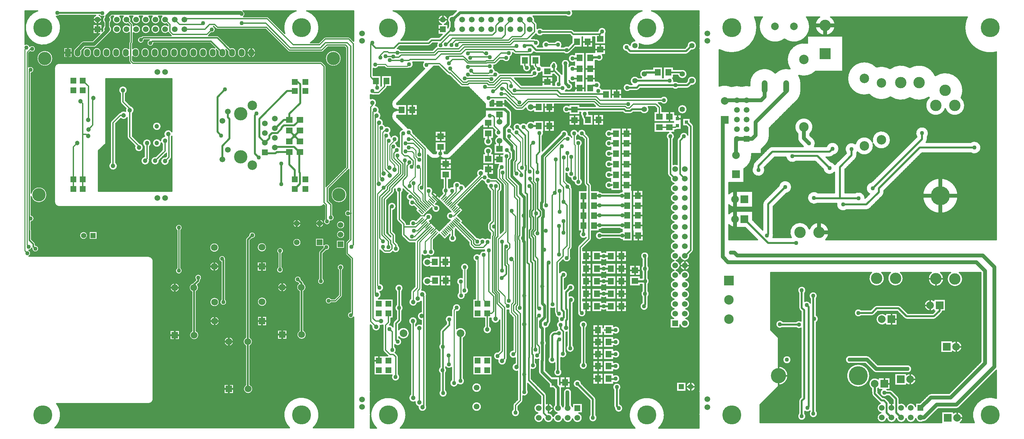
<source format=gbl>
%FSLAX43Y43*%
%MOMM*%
G71*
G01*
G75*
G04 Layer_Physical_Order=2*
%ADD10C,0.300*%
%ADD11R,1.600X1.800*%
%ADD12R,1.800X1.600*%
%ADD13R,1.300X0.850*%
%ADD14R,1.450X0.550*%
%ADD15R,1.450X0.550*%
%ADD16R,0.850X1.300*%
%ADD17R,2.150X0.600*%
%ADD18R,2.150X0.600*%
%ADD19R,1.500X1.300*%
%ADD20O,1.800X0.350*%
%ADD21O,1.800X0.350*%
%ADD22R,2.500X0.500*%
%ADD23R,2.500X2.000*%
%ADD24R,0.600X2.200*%
%ADD25R,0.600X2.200*%
%ADD26R,1.100X2.150*%
%ADD27R,3.500X2.150*%
%ADD28R,1.300X1.500*%
%ADD29R,2.200X0.600*%
%ADD30R,2.200X0.600*%
%ADD31R,4.000X3.000*%
%ADD32R,3.000X4.000*%
%ADD33R,8.000X3.500*%
%ADD34R,2.150X3.500*%
%ADD35R,2.150X1.100*%
%ADD36O,2.000X1.000*%
%ADD37R,2.000X1.000*%
%ADD38R,0.300X1.600*%
%ADD39R,2.700X2.500*%
%ADD40R,2.200X0.550*%
%ADD41R,2.200X0.550*%
%ADD42R,1.550X0.600*%
%ADD43R,1.550X0.600*%
%ADD44R,1.700X0.600*%
%ADD45R,1.700X0.600*%
%ADD46C,0.250*%
%ADD47C,0.063*%
%ADD48R,0.600X1.700*%
%ADD49R,0.600X2.150*%
%ADD50R,0.600X2.150*%
%ADD51C,0.500*%
%ADD52C,1.000*%
%ADD53C,1.500*%
%ADD54C,0.800*%
%ADD55C,3.000*%
%ADD56C,0.880*%
%ADD57C,2.000*%
%ADD58C,0.600*%
%ADD59C,0.400*%
%ADD60C,0.180*%
%ADD61C,3.500*%
%ADD62C,2.500*%
%ADD63C,1.200*%
%ADD64R,1.400X1.400*%
%ADD65C,1.400*%
%ADD66C,1.500*%
%ADD67R,1.500X1.500*%
%ADD68O,1.500X2.000*%
%ADD69R,1.500X2.000*%
%ADD70C,5.000*%
%ADD71C,4.000*%
%ADD72C,3.000*%
%ADD73R,2.000X2.000*%
%ADD74C,2.000*%
%ADD75R,2.500X2.500*%
%ADD76C,1.800*%
%ADD77R,1.800X1.800*%
%ADD78R,3.000X3.000*%
%ADD79C,1.500*%
%ADD80C,1.300*%
%ADD81C,1.270*%
%ADD82C,1.100*%
%ADD83R,0.950X0.900*%
%ADD84C,0.700*%
D10*
X247996Y40501D02*
G03*
X247091Y42201I-2050J0D01*
G01*
X242996Y40551D02*
G03*
X242162Y42201I-2050J0D01*
G01*
X244800D02*
G03*
X247996Y40501I1146J-1700D01*
G01*
X239729Y42201D02*
G03*
X242996Y40551I1217J-1650D01*
G01*
X247807Y22643D02*
G03*
X245307Y23868I-1550J0D01*
G01*
Y21418D02*
G03*
X247807Y22643I950J1225D01*
G01*
X242500Y31574D02*
G03*
X242726Y32025I-566J566D01*
G01*
X242499Y31573D02*
G03*
X242726Y32025I-565J567D01*
G01*
X240384Y34800D02*
G03*
X240384Y32350I-950J-1225D01*
G01*
X240446Y29851D02*
G03*
X241011Y30086I0J800D01*
G01*
X240446Y29851D02*
G03*
X241012Y30087I0J800D01*
G01*
X232346Y40651D02*
G03*
X231637Y42201I-2050J0D01*
G01*
X228954D02*
G03*
X232346Y40651I1342J-1550D01*
G01*
X227396D02*
G03*
X226687Y42201I-2050J0D01*
G01*
X231662Y33316D02*
G03*
X231096Y33551I-567J-565D01*
G01*
X231661Y33317D02*
G03*
X231096Y33551I-566J-566D01*
G01*
X232630Y30086D02*
G03*
X233196Y29851I566J566D01*
G01*
X232629Y30087D02*
G03*
X233196Y29851I567J565D01*
G01*
X234596Y16801D02*
G03*
X233168Y17851I-1100J0D01*
G01*
X233168Y15751D02*
G03*
X234596Y16801I328J1050D01*
G01*
X231873Y17851D02*
G03*
X231218Y17851I-328J-1050D01*
G01*
X231218Y15751D02*
G03*
X231874Y15751I328J1050D01*
G01*
X256871Y9039D02*
G03*
X251034Y2626I-1675J-4338D01*
G01*
X246296Y6301D02*
G03*
X247039Y6610I0J1050D01*
G01*
X246296Y6301D02*
G03*
X247038Y6609I0J1050D01*
G01*
X248068Y3944D02*
G03*
X245568Y5169I-1550J0D01*
G01*
X247334Y2626D02*
G03*
X248068Y3944I-816J1318D01*
G01*
X239643Y10301D02*
G03*
X238901Y9994I0J-1050D01*
G01*
X239643Y10301D02*
G03*
X238900Y9993I0J-1050D01*
G01*
X235707Y14043D02*
G03*
X233207Y15268I-1550J0D01*
G01*
Y12818D02*
G03*
X235707Y14043I950J1225D01*
G01*
X229462Y11066D02*
G03*
X228896Y11301I-567J-565D01*
G01*
X229461Y11067D02*
G03*
X228896Y11301I-566J-566D01*
G01*
X226662Y11363D02*
G03*
X228101Y9701I684J-861D01*
G01*
X237756Y2911D02*
G03*
X238499Y3220I0J1050D01*
G01*
X237756Y2911D02*
G03*
X238498Y3219I0J1050D01*
G01*
X235623Y3684D02*
G03*
X237660Y2911I1270J278D01*
G01*
X235593Y6892D02*
G03*
X233083Y6779I-1240J-390D01*
G01*
Y3684D02*
G03*
X235623Y3684I1270J278D01*
G01*
X231296Y8901D02*
G03*
X231061Y9467I-800J0D01*
G01*
X231296Y8901D02*
G03*
X231060Y9468I-800J0D01*
G01*
X227812Y9016D02*
G03*
X227246Y9251I-567J-565D01*
G01*
X227811Y9017D02*
G03*
X227246Y9251I-566J-566D01*
G01*
X233083Y6779D02*
G03*
X231296Y7694I-1270J-278D01*
G01*
X230543Y3684D02*
G03*
X233083Y3684I1270J278D01*
G01*
X229696Y7731D02*
G03*
X228796Y7710I-423J-1229D01*
G01*
X228003Y3683D02*
G03*
X230543Y3684I1270J278D01*
G01*
X228796Y7710D02*
G03*
X228561Y8267I-800J-9D01*
G01*
X228796Y7710D02*
G03*
X228560Y8268I-800J-9D01*
G01*
X224004Y42201D02*
G03*
X227396Y40651I1342J-1550D01*
G01*
X225346Y33551D02*
G03*
X224780Y33317I0J-800D01*
G01*
X225346Y33551D02*
G03*
X224779Y33316I0J-800D01*
G01*
X221301Y32351D02*
G03*
X221301Y30751I-755J-800D01*
G01*
X227684Y31084D02*
G03*
X227684Y28635I-950J-1225D01*
G01*
X224146Y30751D02*
G03*
X224711Y30985I0J800D01*
G01*
X224146Y30751D02*
G03*
X224712Y30986I0J800D01*
G01*
X223536Y19992D02*
G03*
X222793Y20301I-744J-741D01*
G01*
X223535Y19994D02*
G03*
X222793Y20301I-742J-742D01*
G01*
X210046Y30001D02*
G03*
X209496Y30954I-1100J0D01*
G01*
Y29048D02*
G03*
X210046Y30001I-550J953D01*
G01*
X206446Y36746D02*
G03*
X206746Y37501I-800J755D01*
G01*
G03*
X204846Y36746I-1100J0D01*
G01*
X209746Y36051D02*
G03*
X207896Y35247I-1100J0D01*
G01*
X209496Y35353D02*
G03*
X209746Y36051I-850J698D01*
G01*
X207896Y34156D02*
G03*
X206446Y34581I-950J-555D01*
G01*
X205446Y29402D02*
G03*
X204138Y29251I-553J-951D01*
G01*
Y27651D02*
G03*
X205446Y27500I755J800D01*
G01*
X204846Y32851D02*
G03*
X205080Y32285I800J0D01*
G01*
X204846Y32851D02*
G03*
X205081Y32284I800J0D01*
G01*
X200741Y29251D02*
G03*
X200525Y27651I-849J-700D01*
G01*
X224500Y16059D02*
G03*
X225243Y15751I742J742D01*
G01*
X224499Y16060D02*
G03*
X225243Y15751I744J741D01*
G01*
X225791Y14137D02*
G03*
X223992Y11615I-950J-1225D01*
G01*
X218520Y20301D02*
G03*
X218520Y18201I-328J-1050D01*
G01*
X223540Y15010D02*
G03*
X223540Y15010I-3050J0D01*
G01*
X226303Y7728D02*
G03*
X226456Y5231I430J-1227D01*
G01*
G03*
X228003Y3683I278J-1270D01*
G01*
X224043Y10254D02*
G03*
X224277Y9688I800J0D01*
G01*
X224043Y10254D02*
G03*
X224278Y9687I800J0D01*
G01*
X202843Y19201D02*
G03*
X202843Y19201I-1100J0D01*
G01*
X202040Y15010D02*
G03*
X199496Y17560I-2550J0D01*
G01*
Y12460D02*
G03*
X202040Y15010I-5J2550D01*
G01*
X209796Y5001D02*
G03*
X209496Y5756I-1100J0D01*
G01*
X207837Y5688D02*
G03*
X209796Y5001I859J-687D01*
G01*
X206446Y5614D02*
G03*
X207837Y5688I650J887D01*
G01*
X206746Y4301D02*
G03*
X206446Y5056I-1100J0D01*
G01*
X205081Y8968D02*
G03*
X204846Y8401I565J-567D01*
G01*
X205080Y8967D02*
G03*
X204846Y8401I566J-566D01*
G01*
Y5056D02*
G03*
X206746Y4301I800J-755D01*
G01*
X249176Y109526D02*
G03*
X256871Y100266I6020J-2825D01*
G01*
X248043Y90201D02*
G03*
X240767Y94039I-4650J0D01*
G01*
G03*
X234096Y96184I-4271J-1838D01*
G01*
X247602Y88226D02*
G03*
X248043Y90201I-4210J1975D01*
G01*
X248543Y86201D02*
G03*
X247602Y88226I-2650J0D01*
G01*
X252795Y75101D02*
G03*
X250130Y76501I-1700J0D01*
G01*
X243393Y85322D02*
G03*
X248543Y86201I2500J879D01*
G01*
X234096Y88218D02*
G03*
X239121Y88363I2400J3983D01*
G01*
X239183Y88226D02*
G03*
X243393Y85322I1710J-2025D01*
G01*
X238996Y78901D02*
G03*
X235896Y77937I-1700J0D01*
G01*
X238696D02*
G03*
X238996Y78901I-1400J964D01*
G01*
X234096Y96184D02*
G03*
X228869Y95893I-2400J-3983D01*
G01*
G03*
X225298Y96325I-2267J-3771D01*
G01*
G03*
X223397Y89107I-3205J-3015D01*
G01*
X228984Y88423D02*
G03*
X234096Y88218I2711J3778D01*
G01*
X238407Y76501D02*
G03*
X238696Y77353I-1111J852D01*
G01*
X238407Y76501D02*
G03*
X238696Y77353I-1111J852D01*
G01*
X223397Y89107D02*
G03*
X228984Y88423I3205J3015D01*
G01*
X224493Y75530D02*
G03*
X224417Y76129I-2400J0D01*
G01*
X229002Y77122D02*
G03*
X224278Y76523I-2400J0D01*
G01*
G03*
X219755Y76070I-2185J-993D01*
G01*
X250130Y73701D02*
G03*
X252795Y75101I964J1400D01*
G01*
X246746Y62401D02*
G03*
X246746Y62401I-4650J0D01*
G01*
X224417Y76129D02*
G03*
X229002Y77122I2185J993D01*
G01*
X220275Y73963D02*
G03*
X224493Y75530I1818J1566D01*
G01*
X219755Y76070D02*
G03*
X217344Y73739I-1011J-1367D01*
G01*
X219734Y72060D02*
G03*
X220144Y73049I-990J990D01*
G01*
X219734Y72060D02*
G03*
X220144Y73049I-990J990D01*
G01*
X214054Y73129D02*
G03*
X215446Y74801I-308J1672D01*
G01*
X214656Y70941D02*
G03*
X214398Y70585I990J-990D01*
G01*
X214656Y70941D02*
G03*
X214398Y70585I990J-990D01*
G01*
X229115Y65590D02*
G03*
X229361Y65786I-744J1186D01*
G01*
X223987Y66024D02*
G03*
X223445Y62880I308J-1672D01*
G01*
X226886Y62361D02*
G03*
X227296Y63351I-990J990D01*
G01*
X226886Y62361D02*
G03*
X227296Y63351I-990J990D01*
G01*
X222646Y58701D02*
G03*
X223636Y59111I0J1400D01*
G01*
X222637Y58701D02*
G03*
X223636Y59111I8J1400D01*
G01*
X222296Y61751D02*
G03*
X219631Y63151I-1700J0D01*
G01*
X214814Y60351D02*
G03*
X217460Y58701I1682J-250D01*
G01*
X214446Y107301D02*
G03*
X213235Y109526I-2650J0D01*
G01*
X210356D02*
G03*
X214446Y107301I1439J-2225D01*
G01*
X207749Y107004D02*
G03*
X206895Y109526I-4150J0D01*
G01*
X201099Y103691D02*
G03*
X207749Y107004I2500J3312D01*
G01*
X204862Y94103D02*
G03*
X209283Y95151I1341J4191D01*
G01*
X207146Y102592D02*
G03*
X202568Y95815I-943J-4298D01*
G01*
X205446Y92051D02*
G03*
X204862Y94103I-3900J0D01*
G01*
X205446Y92051D02*
G03*
X204862Y94103I-3900J0D01*
G01*
X209246Y76251D02*
G03*
X208423Y77707I-1700J0D01*
G01*
X207853Y78771D02*
G03*
X208603Y80514I-1650J1743D01*
G01*
X215446Y74801D02*
G03*
X212155Y75401I-1700J0D01*
G01*
X209018D02*
G03*
X209246Y76251I-1472J850D01*
G01*
X203894Y87037D02*
G03*
X205446Y90151I-2348J3114D01*
G01*
X203894Y87037D02*
G03*
X205446Y90151I-2348J3114D01*
G01*
X204553Y77594D02*
G03*
X205037Y76427I1650J0D01*
G01*
X208603Y80514D02*
G03*
X204553Y78771I-2400J0D01*
G01*
Y77594D02*
G03*
X205037Y76427I1650J0D01*
G01*
X195304Y109526D02*
G03*
X201099Y103691I3295J-2523D01*
G01*
X193846Y106701D02*
G03*
X193216Y109526I-6650J0D01*
G01*
X183969Y100886D02*
G03*
X193846Y106701I3226J5815D01*
G01*
X202568Y95815D02*
G03*
X198695Y94712I-1022J-3764D01*
G01*
X202568Y95815D02*
G03*
X198695Y94712I-1022J-3764D01*
G01*
X196077Y75720D02*
G03*
X197146Y78301I-2581J2581D01*
G01*
X196074Y75718D02*
G03*
X197146Y78301I-2579J2583D01*
G01*
X197946Y75401D02*
G03*
X196956Y74991I0J-1400D01*
G01*
X197946Y75401D02*
G03*
X196956Y74991I0J-1400D01*
G01*
X198695Y94712D02*
G03*
X191944Y92049I-2851J-2661D01*
G01*
X198695Y94712D02*
G03*
X191944Y92045I-2851J-2661D01*
G01*
X191944Y91379D02*
G03*
X189876Y91249I-798J-3817D01*
G01*
G03*
X187232Y91211I-1270J-3687D01*
G01*
X186997D02*
G03*
X183965Y91324I-1659J-3804D01*
G01*
X212946Y72601D02*
G03*
X213936Y73011I0J1400D01*
G01*
X212946Y72601D02*
G03*
X213936Y73011I0J1400D01*
G01*
X214398Y70585D02*
G03*
X213254Y71373I-1452J-884D01*
G01*
X211274Y69393D02*
G03*
X214246Y68606I1672J308D01*
G01*
X209941Y63151D02*
G03*
X209646Y60351I-1095J-1300D01*
G01*
X201464Y72601D02*
G03*
X204179Y71501I1682J250D01*
G01*
X202996Y64701D02*
G03*
X199624Y65009I-1700J0D01*
G01*
X201604Y63029D02*
G03*
X202996Y64701I-308J1672D01*
G01*
X212796Y52751D02*
G03*
X207646Y53630I-2650J0D01*
G01*
X211993Y50851D02*
G03*
X212796Y52751I-1847J1900D01*
G01*
X207646Y53630D02*
G03*
X202865Y51401I-2500J-879D01*
G01*
X192838Y70158D02*
G03*
X195938Y69194I1400J-964D01*
G01*
G03*
X195797Y69872I-1700J0D01*
G01*
X193248Y71284D02*
G03*
X192838Y70294I990J-990D01*
G01*
X193248Y71284D02*
G03*
X192838Y70294I990J-990D01*
G01*
X192480Y73064D02*
G03*
X192457Y73501I-4150J0D01*
G01*
X190480Y69514D02*
G03*
X192480Y73064I-2150J3550D01*
G01*
X188423Y63604D02*
G03*
X186496Y62944I-350J-2121D01*
G01*
X195806Y61191D02*
G03*
X195396Y60201I990J-990D01*
G01*
X195806Y61191D02*
G03*
X195396Y60201I990J-990D01*
G01*
X198104Y51401D02*
G03*
X198196Y51951I-1609J550D01*
G01*
X186496Y60021D02*
G03*
X188423Y59361I1577J1462D01*
G01*
X188431Y58344D02*
G03*
X186496Y57675I-350J-2121D01*
G01*
Y54770D02*
G03*
X188431Y54101I1585J1453D01*
G01*
X117802Y91023D02*
G03*
X117980Y91046I0J700D01*
G01*
X117802Y91023D02*
G03*
X117980Y91046I0J700D01*
G01*
X115757Y91228D02*
G03*
X116252Y91023I495J495D01*
G01*
X112406Y94229D02*
G03*
X112901Y94024I495J495D01*
G01*
X115757Y91228D02*
G03*
X116252Y91023I495J495D01*
G01*
X112406Y94229D02*
G03*
X112901Y94024I495J495D01*
G01*
X111651Y73501D02*
G03*
X111550Y73932I-1100J-32D01*
G01*
X109554D02*
G03*
X109452Y73501I998J-462D01*
G01*
X107181Y75045D02*
G03*
X107019Y75296I-656J-244D01*
G01*
X107181Y75045D02*
G03*
X107019Y75296I-656J-244D01*
G01*
X103319Y78996D02*
G03*
X103324Y79101I-1095J105D01*
G01*
G03*
X102040Y80186I-1100J0D01*
G01*
X177980Y101991D02*
G03*
X175485Y101877I-1250J0D01*
G01*
X176617Y100746D02*
G03*
X177980Y101991I113J1245D01*
G01*
X175240Y99701D02*
G03*
X175811Y99940I0J800D01*
G01*
X175240Y99701D02*
G03*
X175806Y99936I-0J800D01*
G01*
X175480Y94491D02*
G03*
X173765Y95651I-1250J0D01*
G01*
X177980Y92691D02*
G03*
X175485Y92577I-1250J0D01*
G01*
X176617Y91446D02*
G03*
X177980Y92691I113J1245D01*
G01*
X173027Y94151D02*
G03*
X175480Y94491I1203J340D01*
G01*
X175540Y90701D02*
G03*
X176106Y90935I0J800D01*
G01*
X175540Y90701D02*
G03*
X176106Y90935I0J800D01*
G01*
X171974Y92701D02*
G03*
X171679Y93451I-1100J0D01*
G01*
X173179Y92301D02*
G03*
X171955Y92496I-755J-800D01*
G01*
X171669Y90701D02*
G03*
X173179Y90701I755J800D01*
G01*
X175480Y85191D02*
G03*
X175480Y85191I-1250J0D01*
G01*
X169524Y106651D02*
G03*
X166138Y111126I-4650J0D01*
G01*
X162895Y102443D02*
G03*
X169524Y106651I1979J4208D01*
G01*
X163611Y111126D02*
G03*
X161713Y103241I1264J-4475D01*
G01*
G03*
X160481Y102044I17J-1250D01*
G01*
X162980Y101991D02*
G03*
X162895Y102443I-1250J0D01*
G01*
X162773Y101301D02*
G03*
X162980Y101991I-1043J690D01*
G01*
X170474Y87601D02*
G03*
X168526Y88301I-1100J0D01*
G01*
Y86901D02*
G03*
X170474Y87601I849J700D01*
G01*
X168863Y85676D02*
G03*
X168658Y86171I-700J0D01*
G01*
X168863Y85676D02*
G03*
X168658Y86171I-700J0D01*
G01*
X164430Y95725D02*
G03*
X163480Y93491I-200J-1234D01*
G01*
X165480Y85191D02*
G03*
X165278Y85873I-1250J0D01*
G01*
X162224Y90101D02*
G03*
X162791Y90336I0J800D01*
G01*
X162224Y90101D02*
G03*
X162790Y90335I0J800D01*
G01*
X162691Y93491D02*
G03*
X160966Y91701I-960J-800D01*
G01*
X177168Y80721D02*
G03*
X176949Y81252I-750J0D01*
G01*
X177168Y80721D02*
G03*
X176949Y81252I-750J0D01*
G01*
X172415Y79719D02*
G03*
X172846Y79868I0J700D01*
G01*
X172415Y79719D02*
G03*
X172846Y79868I0J700D01*
G01*
X175668Y78398D02*
G03*
X173525Y78013I-1044J-347D01*
G01*
X173037Y77525D02*
G03*
X172818Y76994I530J-530D01*
G01*
X173037Y77525D02*
G03*
X172818Y76994I530J-530D01*
G01*
X171824Y77265D02*
G03*
X172174Y78070I-750J805D01*
G01*
G03*
X171501Y79084I-1100J0D01*
G01*
X170648D02*
G03*
X170324Y77265I427J-1014D01*
G01*
X172818Y70644D02*
G03*
X171824Y70641I-493J-1203D01*
G01*
X163270Y84391D02*
G03*
X165480Y85191I960J800D01*
G01*
X171043Y67122D02*
G03*
X172047Y65631I1281J-221D01*
G01*
G03*
X172047Y63091I278J-1270D01*
G01*
G03*
X172047Y60551I278J-1270D01*
G01*
G03*
X172047Y58011I278J-1270D01*
G01*
G03*
X172047Y55471I278J-1270D01*
G01*
G03*
X172047Y52931I278J-1270D01*
G01*
X170324Y68151D02*
G03*
X170544Y67621I750J0D01*
G01*
X170324Y68151D02*
G03*
X170544Y67621I750J0D01*
G01*
X160481Y102044D02*
G03*
X159493Y100402I-957J-543D01*
G01*
X160059Y99850D02*
G03*
X160524Y99701I465J651D01*
G01*
X160059Y99850D02*
G03*
X160524Y99701I465J651D01*
G01*
X154019Y105054D02*
G03*
X154213Y105678I-906J624D01*
G01*
G03*
X152015Y105751I-1100J0D01*
G01*
X153424Y98901D02*
G03*
X153210Y99554I-1100J0D01*
G01*
X151626Y98051D02*
G03*
X153424Y98901I698J850D01*
G01*
X160479Y91701D02*
G03*
X160479Y90101I-755J-800D01*
G01*
X160553Y83992D02*
G03*
X161120Y84227I0J800D01*
G01*
X160553Y83992D02*
G03*
X161119Y84226I0J800D01*
G01*
X158756Y84227D02*
G03*
X159323Y83992I567J565D01*
G01*
X158757Y84226D02*
G03*
X159323Y83992I566J566D01*
G01*
X152812Y91574D02*
G03*
X151372Y92620I-1100J0D01*
G01*
X152604Y90931D02*
G03*
X152812Y91574I-892J643D01*
G01*
X152997Y90554D02*
G03*
X152604Y90931I-934J-581D01*
G01*
X145424Y110551D02*
G03*
X145262Y111126I-1100J0D01*
G01*
X145455Y106081D02*
G03*
X144924Y106301I-530J-530D01*
G01*
X145455Y106081D02*
G03*
X144924Y106301I-530J-530D01*
G01*
X143569Y109751D02*
G03*
X145424Y110551I755J800D01*
G01*
X144227Y101804D02*
G03*
X143019Y101601I-453J-1003D01*
G01*
Y100001D02*
G03*
X144664Y100154I755J800D01*
G01*
X142414Y101601D02*
G03*
X142610Y102227I-905J626D01*
G01*
X145827Y99547D02*
G03*
X145827Y97605I-517J-971D01*
G01*
X144410Y92754D02*
G03*
X145872Y92334I950J554D01*
G01*
X145822Y96799D02*
G03*
X144410Y96457I-511J-974D01*
G01*
X149624Y84001D02*
G03*
X149553Y84391I-1100J0D01*
G01*
X147496D02*
G03*
X147724Y83246I1029J-390D01*
G01*
X144410Y96721D02*
G03*
X144560Y97276I-950J555D01*
G01*
G03*
X142510Y96721I-1100J0D01*
G01*
X145410Y91224D02*
G03*
X144590Y92288I-1100J0D01*
G01*
X143706Y90305D02*
G03*
X145410Y91224I604J919D01*
G01*
X143479Y90001D02*
G03*
X143706Y90305I-755J800D01*
G01*
X144378Y86133D02*
G03*
X144378Y84312I-617J-910D01*
G01*
X155387Y79749D02*
G03*
X155387Y77753I-462J-998D01*
G01*
Y77199D02*
G03*
X155387Y75203I-462J-998D01*
G01*
X155387Y74543D02*
G03*
X155387Y72546I-462J-998D01*
G01*
Y71743D02*
G03*
X155387Y69746I-462J-998D01*
G01*
Y68949D02*
G03*
X155387Y66953I-462J-998D01*
G01*
X149774Y77558D02*
G03*
X149569Y78053I-700J0D01*
G01*
X149774Y77558D02*
G03*
X149569Y78053I-700J0D01*
G01*
X158352Y63473D02*
G03*
X157609Y63173I12J-1100D01*
G01*
X155387Y66221D02*
G03*
X155387Y64225I-462J-998D01*
G01*
X157659Y53815D02*
G03*
X158352Y53517I755J800D01*
G01*
X158417Y53013D02*
G03*
X157706Y52711I47J-1099D01*
G01*
X150324Y65101D02*
G03*
X150119Y65596I-700J0D01*
G01*
X150324Y65101D02*
G03*
X150119Y65596I-700J0D01*
G01*
X153167Y63173D02*
G03*
X152362Y63472I-755J-800D01*
G01*
X152362Y53516D02*
G03*
X153167Y53815I50J1099D01*
G01*
X148861Y78871D02*
G03*
X146739Y79277I-1100J0D01*
G01*
X147724Y83151D02*
G03*
X147960Y82584I800J0D01*
G01*
X147724Y83151D02*
G03*
X147959Y82585I800J0D01*
G01*
X146747Y78445D02*
G03*
X147866Y77776I1014J426D01*
G01*
X146449Y78024D02*
G03*
X146747Y78445I-725J827D01*
G01*
X147549Y75474D02*
G03*
X147924Y76301I-725J827D01*
G01*
X146739Y79277D02*
G03*
X144859Y78172I-1014J-426D01*
G01*
X145099Y77800D02*
G03*
X144940Y78080I-1025J-399D01*
G01*
X144859Y78172D02*
G03*
X144213Y78492I-785J-771D01*
G01*
X147924Y76301D02*
G03*
X146449Y77335I-1100J0D01*
G01*
X144224Y78651D02*
G03*
X142046Y78866I-1100J0D01*
G01*
X148374Y65651D02*
G03*
X148579Y65156I700J0D01*
G01*
X148374Y65651D02*
G03*
X148579Y65156I700J0D01*
G01*
X147961Y66068D02*
G03*
X147549Y66926I-1100J0D01*
G01*
X145764Y65986D02*
G03*
X147961Y66068I1097J82D01*
G01*
X144861Y67073D02*
G03*
X145764Y65986I1100J-5D01*
G01*
X145249Y64217D02*
G03*
X145066Y64680I-675J0D01*
G01*
X145249Y64217D02*
G03*
X145066Y64680I-675J0D01*
G01*
X143865Y68273D02*
G03*
X144861Y67073I1095J-104D01*
G01*
X145074Y64817D02*
G03*
X144185Y65897I-1100J0D01*
G01*
X176949Y47605D02*
G03*
X177168Y48135I-530J530D01*
G01*
X176949Y47605D02*
G03*
X177168Y48135I-530J530D01*
G01*
X175142Y45311D02*
G03*
X176164Y46581I-278J1270D01*
G01*
X173594Y46303D02*
G03*
X174587Y45311I1270J278D01*
G01*
X176164Y44041D02*
G03*
X175142Y45311I-1300J0D01*
G01*
X174587Y45311D02*
G03*
X173594Y44319I278J-1270D01*
G01*
X175142Y42771D02*
G03*
X176164Y44041I-278J1270D01*
G01*
X173594Y43763D02*
G03*
X174587Y42771I1270J278D01*
G01*
X172602Y45311D02*
G03*
X173594Y46303I-278J1270D01*
G01*
X172047Y52931D02*
G03*
X172047Y50391I278J-1270D01*
G01*
G03*
X172047Y47851I278J-1270D01*
G01*
G03*
X172047Y45311I278J-1270D01*
G01*
X165224Y45919D02*
G03*
X165424Y46551I-900J632D01*
G01*
X173594Y44319D02*
G03*
X172602Y45311I-1270J-278D01*
G01*
Y42771D02*
G03*
X173594Y43763I-278J1270D01*
G01*
X172047Y45311D02*
G03*
X172047Y42771I278J-1270D01*
G01*
X165518Y43195D02*
G03*
X165224Y43942I-1100J0D01*
G01*
Y42447D02*
G03*
X165518Y43195I-807J748D01*
G01*
X176164Y41501D02*
G03*
X175142Y42771I-1300J0D01*
G01*
X174587D02*
G03*
X173594Y41779I278J-1270D01*
G01*
G03*
X172602Y42771I-1270J-278D01*
G01*
X175142Y40231D02*
G03*
X176164Y41501I-278J1270D01*
G01*
X172047Y42771D02*
G03*
X172047Y40231I278J-1270D01*
G01*
X176164Y38961D02*
G03*
X175142Y40231I-1300J0D01*
G01*
Y37691D02*
G03*
X176164Y38961I-278J1270D01*
G01*
Y36421D02*
G03*
X175142Y37691I-1300J0D01*
G01*
Y35151D02*
G03*
X176164Y36421I-278J1270D01*
G01*
X172047Y40231D02*
G03*
X172047Y37691I278J-1270D01*
G01*
G03*
X172047Y35151I278J-1270D01*
G01*
X165524Y39901D02*
G03*
X165224Y40656I-1100J0D01*
G01*
Y39146D02*
G03*
X165524Y39901I-800J755D01*
G01*
X165424Y46551D02*
G03*
X163624Y45703I-1100J0D01*
G01*
X157712Y51111D02*
G03*
X158417Y50815I752J803D01*
G01*
X163624Y43956D02*
G03*
X163624Y42433I793J-762D01*
G01*
X165518Y36595D02*
G03*
X165224Y37343I-1100J0D01*
G01*
Y35847D02*
G03*
X165518Y36595I-807J748D01*
G01*
X163624Y37356D02*
G03*
X163624Y35833I793J-762D01*
G01*
X176164Y33881D02*
G03*
X175142Y35151I-1300J0D01*
G01*
Y32611D02*
G03*
X176164Y33881I-278J1270D01*
G01*
Y31341D02*
G03*
X175142Y32611I-1300J0D01*
G01*
Y30071D02*
G03*
X176164Y31341I-278J1270D01*
G01*
Y28801D02*
G03*
X175142Y30071I-1300J0D01*
G01*
X173624Y28411D02*
G03*
X176164Y28801I1240J390D01*
G01*
X172047Y35151D02*
G03*
X172047Y32611I278J-1270D01*
G01*
X165265Y33259D02*
G03*
X165204Y33622I-1100J0D01*
G01*
X163624Y34217D02*
G03*
X165265Y33259I541J-958D01*
G01*
X172047Y32611D02*
G03*
X171934Y30101I278J-1270D01*
G01*
X177686Y12093D02*
G03*
X177686Y12093I-1250J0D01*
G01*
X168019Y1226D02*
G03*
X169524Y4651I-3145J3425D01*
G01*
G03*
X161729Y1226I-4650J0D01*
G01*
X157813Y27008D02*
G03*
X156172Y27965I-1100J0D01*
G01*
Y26051D02*
G03*
X157813Y27008I542J957D01*
G01*
Y23901D02*
G03*
X156172Y24858I-1100J0D01*
G01*
Y22944D02*
G03*
X157813Y23901I542J957D01*
G01*
Y20695D02*
G03*
X156172Y21652I-1100J0D01*
G01*
Y19737D02*
G03*
X157813Y20695I542J957D01*
G01*
X157790Y11248D02*
G03*
X158090Y12003I-800J755D01*
G01*
X158590Y6452D02*
G03*
X157790Y7510I-1100J0D01*
G01*
X157813Y17501D02*
G03*
X156172Y18458I-1100J0D01*
G01*
Y16544D02*
G03*
X157813Y17501I542J957D01*
G01*
Y14205D02*
G03*
X156172Y15162I-1100J0D01*
G01*
Y13247D02*
G03*
X157813Y14205I542J957D01*
G01*
X158090Y12003D02*
G03*
X156190Y11248I-1100J0D01*
G01*
X156390Y6422D02*
G03*
X158590Y6452I1100J30D01*
G01*
X156190Y6952D02*
G03*
X156390Y6422I800J0D01*
G01*
X156190Y6952D02*
G03*
X156390Y6422I800J0D01*
G01*
X153171Y52711D02*
G03*
X153164Y51111I-758J-797D01*
G01*
X154070Y47486D02*
G03*
X153072Y47495I-507J-976D01*
G01*
Y45526D02*
G03*
X154070Y45534I491J984D01*
G01*
X154074Y44175D02*
G03*
X153072Y44186I-512J-974D01*
G01*
Y42217D02*
G03*
X154074Y42227I491J984D01*
G01*
X150119Y50582D02*
G03*
X150324Y51077I-495J495D01*
G01*
X150119Y50582D02*
G03*
X150324Y51077I-495J495D01*
G01*
X154074Y40875D02*
G03*
X153072Y40885I-512J-974D01*
G01*
Y38917D02*
G03*
X154074Y38927I491J984D01*
G01*
X154070Y37577D02*
G03*
X153072Y37586I-507J-976D01*
G01*
Y35617D02*
G03*
X154070Y35625I491J984D01*
G01*
Y34284D02*
G03*
X153072Y34292I-507J-976D01*
G01*
Y32323D02*
G03*
X154070Y32332I491J984D01*
G01*
X147412Y52969D02*
G03*
X148924Y51376I800J-755D01*
G01*
X146866Y49308D02*
G03*
X146661Y48813I495J-495D01*
G01*
X146866Y49308D02*
G03*
X146661Y48813I495J-495D01*
G01*
X145052Y48400D02*
G03*
X145249Y48877I-477J477D01*
G01*
X145052Y48400D02*
G03*
X145249Y48877I-477J477D01*
G01*
X144910Y46013D02*
G03*
X144835Y46412I-1100J0D01*
G01*
X142837Y45500D02*
G03*
X144910Y46013I973J513D01*
G01*
X143224Y40543D02*
G03*
X144024Y41601I-300J1058D01*
G01*
G03*
X141974Y42156I-1100J0D01*
G01*
X148874Y31551D02*
G03*
X148832Y31854I-1100J0D01*
G01*
X146693Y31754D02*
G03*
X148874Y31551I1081J-203D01*
G01*
X149274Y28451D02*
G03*
X147424Y27646I-1100J0D01*
G01*
X144856Y37102D02*
G03*
X145924Y38201I-32J1100D01*
G01*
G03*
X143725Y38233I-1100J0D01*
G01*
X145474Y34079D02*
G03*
X145974Y35001I-600J922D01*
G01*
G03*
X144474Y36026I-1100J0D01*
G01*
X141514Y30249D02*
G03*
X141607Y29359I1046J-341D01*
G01*
X148924Y27646D02*
G03*
X149274Y28451I-750J805D01*
G01*
Y17701D02*
G03*
X148924Y18506I-1100J0D01*
G01*
X151788Y3901D02*
G03*
X151488Y4656I-1100J0D01*
G01*
Y8802D02*
G03*
X151254Y9368I-800J0D01*
G01*
X151488Y8802D02*
G03*
X151253Y9369I-800J0D01*
G01*
X149888Y4656D02*
G03*
X151788Y3901I800J-755D01*
G01*
X147424Y18506D02*
G03*
X149274Y17701I750J-805D01*
G01*
X147686Y12935D02*
G03*
X146555Y11804I-1100J-32D01*
G01*
X145810Y22207D02*
G03*
X145474Y22998I-1100J0D01*
G01*
X143874Y22921D02*
G03*
X145810Y22207I836J-714D01*
G01*
X143874Y20751D02*
G03*
X143610Y21467I-1100J0D01*
G01*
X142274Y19771D02*
G03*
X143874Y20751I500J980D01*
G01*
X142574Y15901D02*
G03*
X142274Y16656I-1100J0D01*
G01*
X147911Y3911D02*
G03*
X147001Y5151I-1300J0D01*
G01*
X145341Y3633D02*
G03*
X147911Y3911I1270J278D01*
G01*
X145060Y10276D02*
G03*
X145110Y10604I-1050J328D01*
G01*
G03*
X142960Y10276I-1100J0D01*
G01*
X145311Y6842D02*
G03*
X145060Y7295I-1240J-390D01*
G01*
X142960Y7127D02*
G03*
X142801Y6729I1111J-676D01*
G01*
X142801Y3633D02*
G03*
X145341Y3633I1270J278D01*
G01*
X142801Y6729D02*
G03*
X142481Y7339I-1270J-278D01*
G01*
X142610Y102227D02*
G03*
X140622Y102877I-1100J0D01*
G01*
X136024Y107551D02*
G03*
X135819Y108046I-700J0D01*
G01*
X136024Y107551D02*
G03*
X135819Y108046I-700J0D01*
G01*
X137529Y106301D02*
G03*
X136024Y106400I-805J-750D01*
G01*
X135751Y105038D02*
G03*
X137529Y104801I973J513D01*
G01*
X139207Y102877D02*
G03*
X137421Y101601I-849J-700D01*
G01*
X136758Y102677D02*
G03*
X135496Y103765I-1100J0D01*
G01*
X136062Y101654D02*
G03*
X136758Y102677I-404J1023D01*
G01*
X141474Y96551D02*
G03*
X141205Y97273I-1100J0D01*
G01*
G03*
X140720Y97810I-730J-172D01*
G01*
X141162Y95783D02*
G03*
X141474Y96551I-788J768D01*
G01*
X140720Y97810D02*
G03*
X139713Y97430I-346J-609D01*
G01*
X141110Y92777D02*
G03*
X140608Y91501I550J-953D01*
G01*
X139713Y97430D02*
G03*
X139275Y96507I662J-879D01*
G01*
X137280D02*
G03*
X136970Y96749I-821J-732D01*
G01*
X136408Y94676D02*
G03*
X137262Y95024I50J1099D01*
G01*
X135384Y108791D02*
G03*
X134961Y109751I-1300J0D01*
G01*
X135218Y100235D02*
G03*
X135783Y100001I566J566D01*
G01*
X135217Y100236D02*
G03*
X135783Y100001I567J565D01*
G01*
X134920Y96613D02*
G03*
X135125Y96118I700J0D01*
G01*
X134920Y96613D02*
G03*
X135125Y96118I700J0D01*
G01*
X133779Y99677D02*
G03*
X135131Y100322I329J1050D01*
G01*
X134408Y96125D02*
G03*
X134290Y96619I-1100J0D01*
G01*
X132120Y96613D02*
G03*
X132216Y96260I700J0D01*
G01*
X132120Y96613D02*
G03*
X132216Y96260I700J0D01*
G01*
X135358Y95774D02*
G03*
X134213Y94775I-50J-1099D01*
G01*
X135203Y93580D02*
G03*
X136408Y94675I105J1095D01*
G01*
X134708Y93375D02*
G03*
X135203Y93580I0J700D01*
G01*
X134708Y93375D02*
G03*
X135203Y93580I0J700D01*
G01*
X132216Y96260D02*
G03*
X134408Y96125I1092J-134D01*
G01*
X129862Y99881D02*
G03*
X130357Y99676I495J495D01*
G01*
X129862Y99881D02*
G03*
X130357Y99676I495J495D01*
G01*
X128949Y98986D02*
G03*
X129624Y100001I-425J1015D01*
G01*
X127026Y98051D02*
G03*
X128974Y98751I849J700D01*
G01*
X125589Y97276D02*
G03*
X125900Y97587I-315J625D01*
G01*
X124824Y96801D02*
G03*
X125319Y97006I0J700D01*
G01*
X124824Y96801D02*
G03*
X125319Y97006I0J700D01*
G01*
X124674Y96501D02*
G03*
X124633Y96801I-1100J0D01*
G01*
X126041Y94723D02*
G03*
X124996Y95401I-1016J-421D01*
G01*
X124573Y96040D02*
G03*
X124674Y96501I-999J461D01*
G01*
X124996Y95401D02*
G03*
X124573Y96040I-1071J-250D01*
G01*
X133055Y85530D02*
G03*
X135087Y84756I1270J279D01*
G01*
X132057Y84823D02*
G03*
X132552Y85028I0J700D01*
G01*
X132057Y84823D02*
G03*
X132552Y85028I0J700D01*
G01*
X135087Y81862D02*
G03*
X133154Y81375I-763J-1053D01*
G01*
X123596Y87095D02*
G03*
X124158Y87573I-391J1028D01*
G01*
X123674Y86651D02*
G03*
X123596Y87095I-1300J0D01*
G01*
X123674Y86651D02*
G03*
X123596Y87095I-1300J0D01*
G01*
X130162Y85028D02*
G03*
X130657Y84823I495J495D01*
G01*
X130162Y85028D02*
G03*
X130657Y84823I495J495D01*
G01*
X128177Y85843D02*
G03*
X127521Y86121I-672J-672D01*
G01*
X129324Y84302D02*
G03*
X129046Y84974I-950J0D01*
G01*
X129324Y84302D02*
G03*
X129046Y84974I-950J0D01*
G01*
X133154Y81375D02*
G03*
X131577Y81253I-729J-823D01*
G01*
G03*
X129859Y79891I-803J-752D01*
G01*
X137724Y78951D02*
G03*
X137652Y79345I-1100J0D01*
G01*
X137374Y78146D02*
G03*
X137724Y78951I-750J805D01*
G01*
X129744Y79760D02*
G03*
X128976Y80559I-1069J-259D01*
G01*
X129046Y80629D02*
G03*
X129324Y81301I-672J672D01*
G01*
X129046Y80629D02*
G03*
X129324Y81301I-672J672D01*
G01*
X124926Y79659D02*
G03*
X125538Y78054I948J-558D01*
G01*
G03*
X125055Y76154I586J-1160D01*
G01*
X124324Y76698D02*
G03*
X124049Y77464I-1200J0D01*
G01*
X122200D02*
G03*
X124324Y76698I924J-765D01*
G01*
X124092Y73489D02*
G03*
X124324Y74198I-968J710D01*
G01*
G03*
X122157Y73489I-1200J0D01*
G01*
X125872Y70654D02*
G03*
X125640Y69831I860J-686D01*
G01*
X125604Y69795D02*
G03*
X125407Y69317I477J-477D01*
G01*
X125604Y69795D02*
G03*
X125407Y69317I477J-477D01*
G01*
X123319Y67355D02*
G03*
X123040Y67989I-1095J-104D01*
G01*
X124004Y66968D02*
G03*
X123319Y67355I-849J-700D01*
G01*
X126601Y63622D02*
G03*
X126806Y64117I-495J495D01*
G01*
X126601Y63622D02*
G03*
X126806Y64117I-495J495D01*
G01*
X123774Y52219D02*
G03*
X123622Y51782I547J-437D01*
G01*
X123774Y52219D02*
G03*
X123622Y51782I547J-437D01*
G01*
X122798Y65227D02*
G03*
X123286Y64072I1077J-226D01*
G01*
X123179Y55346D02*
G03*
X122974Y54851I495J-495D01*
G01*
X123179Y55346D02*
G03*
X122974Y54848I495J-495D01*
G01*
Y53651D02*
G03*
X123179Y53156I700J0D01*
G01*
X122060Y66164D02*
G03*
X122798Y65227I1095J104D01*
G01*
X122974Y53651D02*
G03*
X123179Y53156I700J0D01*
G01*
X123622Y51146D02*
G03*
X122359Y51129I-619J-909D01*
G01*
X121852Y48087D02*
G03*
X122181Y48168I0J700D01*
G01*
X121852Y48087D02*
G03*
X122181Y48168I0J700D01*
G01*
X121515Y66410D02*
G03*
X122060Y66164I709J841D01*
G01*
X121718Y69397D02*
G03*
X120236Y67748I-513J-1029D01*
G01*
X117138Y64649D02*
G03*
X115930Y65560I-1085J-182D01*
G01*
X122359Y51129D02*
G03*
X120977Y51155I-707J-843D01*
G01*
X122187Y47888D02*
G03*
X120863Y46944I-232J-1075D01*
G01*
X120977Y51155D02*
G03*
X120225Y51384I-675J-869D01*
G01*
X119057Y48292D02*
G03*
X119552Y48087I495J495D01*
G01*
X118052Y49587D02*
G03*
X118257Y49092I700J0D01*
G01*
X118052Y49587D02*
G03*
X118257Y49092I700J0D01*
G01*
X119057Y48292D02*
G03*
X119552Y48087I495J495D01*
G01*
X113720Y110090D02*
G03*
X112494Y109069I44J-1299D01*
G01*
G03*
X110834Y107551I-1270J-278D01*
G01*
X112494Y108513D02*
G03*
X112714Y108025I1270J278D01*
G01*
X111615Y107551D02*
G03*
X112494Y108513I-390J1240D01*
G01*
X112714Y107018D02*
G03*
X112524Y106642I1050J-766D01*
G01*
X108224Y104151D02*
G03*
X107694Y103932I0J-750D01*
G01*
X108224Y104151D02*
G03*
X107694Y103932I0J-750D01*
G01*
X109746Y102651D02*
G03*
X109578Y101781I905J-625D01*
G01*
X107474Y101901D02*
G03*
X108005Y102121I-0J750D01*
G01*
X107474Y101901D02*
G03*
X108005Y102121I0J750D01*
G01*
X106144Y97626D02*
G03*
X106380Y95895I781J-775D01*
G01*
X110552Y72808D02*
G03*
X111651Y72201I1100J694D01*
G01*
X112374D02*
G03*
X113294Y72582I0J1300D01*
G01*
X107755Y72632D02*
G03*
X108359Y72290I920J919D01*
G01*
X107755Y72632D02*
G03*
X108360Y72290I919J919D01*
G01*
X110552Y72808D02*
G03*
X111651Y72201I1100J694D01*
G01*
X109452D02*
G03*
X110552Y72808I0J1300D01*
G01*
X109452Y72201D02*
G03*
X110552Y72808I0J1300D01*
G01*
X103450Y97076D02*
G03*
X103302Y97626I-1100J0D01*
G01*
X102183Y95988D02*
G03*
X103450Y97076I167J1087D01*
G01*
X101850Y95900D02*
G03*
X102183Y95988I0J675D01*
G01*
X101850Y95900D02*
G03*
X102183Y95988I0J675D01*
G01*
X100200Y103401D02*
G03*
X101524Y106651I-3326J3250D01*
G01*
G03*
X98138Y111126I-4650J0D01*
G01*
X100098Y100801D02*
G03*
X99235Y101201I-849J-700D01*
G01*
X96121Y96098D02*
G03*
X96598Y95900I477J477D01*
G01*
X96121Y96098D02*
G03*
X96598Y95900I477J477D01*
G01*
X92924Y95982D02*
G03*
X94303Y96351I473J993D01*
G01*
X96369Y90706D02*
G03*
X96574Y91201I-495J495D01*
G01*
X96369Y90706D02*
G03*
X96574Y91201I-495J495D01*
G01*
X94247Y88874D02*
G03*
X94742Y89079I0J700D01*
G01*
X94247Y88874D02*
G03*
X94742Y89079I0J700D01*
G01*
X92149Y89009D02*
G03*
X92810Y88917I475J992D01*
G01*
X98156Y87671D02*
G03*
X97774Y86751I919J-920D01*
G01*
X98155Y87670D02*
G03*
X97774Y86751I919J-919D01*
G01*
Y86445D02*
G03*
X98987Y85148I1300J0D01*
G01*
X97774Y86445D02*
G03*
X98987Y85148I1300J0D01*
G01*
Y84842D02*
G03*
X97774Y83545I88J-1297D01*
G01*
X98987Y84842D02*
G03*
X97774Y83545I88J-1297D01*
G01*
X100517Y79871D02*
G03*
X99774Y78343I258J-1069D01*
G01*
Y75288D02*
G03*
X99240Y75511I-675J-868D01*
G01*
X99649Y77321D02*
G03*
X97585Y77851I-1100J0D01*
G01*
X98807Y76251D02*
G03*
X99649Y77321I-258J1069D01*
G01*
X99240Y75511D02*
G03*
X98807Y76251I-1091J-141D01*
G01*
X93797Y86923D02*
G03*
X92149Y87960I-1150J0D01*
G01*
X93509Y86161D02*
G03*
X93797Y86923I-861J762D01*
G01*
X97774Y83151D02*
G03*
X98155Y82232I1300J0D01*
G01*
X97774Y83151D02*
G03*
X98156Y82232I1300J0D01*
G01*
X97598Y79671D02*
G03*
X96068Y80683I-1100J0D01*
G01*
X95523Y81263D02*
G03*
X95598Y81672I-1075J408D01*
G01*
X96068Y80683D02*
G03*
X95523Y81263I-1020J-412D01*
G01*
X97243Y78861D02*
G03*
X97598Y79671I-744J810D01*
G01*
X97448Y78221D02*
G03*
X97243Y78861I-1100J0D01*
G01*
X94379Y84514D02*
G03*
X94497Y85022I-1032J508D01*
G01*
G03*
X93509Y86161I-1150J0D01*
G01*
X94948Y83522D02*
G03*
X94379Y84514I-1150J0D01*
G01*
X94689Y82796D02*
G03*
X94948Y83522I-892J726D01*
G01*
X95598Y81672D02*
G03*
X94689Y82796I-1150J0D01*
G01*
X115930Y65560D02*
G03*
X113868Y64796I-1027J-393D01*
G01*
G03*
X112836Y64454I-215J-1079D01*
G01*
X112374Y72201D02*
G03*
X113294Y72582I0J1300D01*
G01*
X111302Y64585D02*
G03*
X111197Y62987I700J-848D01*
G01*
X108559Y72240D02*
G03*
X108874Y72201I315J1261D01*
G01*
X108558Y72240D02*
G03*
X108874Y72201I316J1261D01*
G01*
X108412Y63100D02*
G03*
X108601Y63717I-910J617D01*
G01*
X110502Y59087D02*
G03*
X109274Y60179I-1100J0D01*
G01*
X108312Y59232D02*
G03*
X110502Y59087I1090J-145D01*
G01*
X113282Y58186D02*
G03*
X113115Y55995I-29J-1100D01*
G01*
X114878Y51198D02*
G03*
X114487Y52039I-1100J0D01*
G01*
X113087Y52054D02*
G03*
X114878Y51198I691J-856D01*
G01*
X107684Y55723D02*
G03*
X108502Y56787I-281J1063D01*
G01*
X109151Y47613D02*
G03*
X108726Y48482I-1100J0D01*
G01*
X107301Y46809D02*
G03*
X109151Y47613I750J804D01*
G01*
X108601Y63717D02*
G03*
X107224Y64782I-1100J0D01*
G01*
X102217Y61126D02*
G03*
X103639Y59627I985J-490D01*
G01*
X102075Y63073D02*
G03*
X102217Y61126I577J-937D01*
G01*
X101685Y63292D02*
G03*
X102050Y63099I495J495D01*
G01*
X101685Y63292D02*
G03*
X102050Y63099I495J495D01*
G01*
X100452Y63226D02*
G03*
X100826Y64053I-726J826D01*
G01*
X98638Y64217D02*
G03*
X99052Y63183I1088J-165D01*
G01*
X98294Y63022D02*
G03*
X98499Y63517I-495J495D01*
G01*
X98294Y63022D02*
G03*
X98499Y63517I-495J495D01*
G01*
X98126Y58543D02*
G03*
X98926Y59601I-300J1058D01*
G01*
G03*
X96726Y59621I-1100J0D01*
G01*
X108502Y56787D02*
G03*
X106339Y57068I-1100J0D01*
G01*
X104150Y55939D02*
G03*
X102360Y54887I-710J-840D01*
G01*
X101957Y50192D02*
G03*
X102452Y49987I495J495D01*
G01*
X101957Y50192D02*
G03*
X102452Y49987I495J495D01*
G01*
X101652Y54987D02*
G03*
X101447Y55482I-700J0D01*
G01*
X101652Y54987D02*
G03*
X101447Y55482I-700J0D01*
G01*
X105775Y46833D02*
G03*
X107301Y46809I775J780D01*
G01*
X99052Y56187D02*
G03*
X99257Y55692I700J0D01*
G01*
X99052Y56187D02*
G03*
X99257Y55692I700J0D01*
G01*
X98876Y52000D02*
G03*
X98671Y52495I-700J0D01*
G01*
X100252Y52187D02*
G03*
X100457Y51692I700J0D01*
G01*
X100252Y52187D02*
G03*
X100457Y51692I700J0D01*
G01*
X98876Y52000D02*
G03*
X98671Y52495I-700J0D01*
G01*
X99526Y49399D02*
G03*
X99321Y49894I-700J0D01*
G01*
X99926Y48449D02*
G03*
X99526Y49297I-1100J0D01*
G01*
Y49399D02*
G03*
X99321Y49894I-700J0D01*
G01*
X96726Y52750D02*
G03*
X96931Y52255I700J0D01*
G01*
X96726Y52750D02*
G03*
X96931Y52255I700J0D01*
G01*
X98047Y47672D02*
G03*
X99926Y48449I779J777D01*
G01*
X97248Y47163D02*
G03*
X97743Y47368I0J700D01*
G01*
X97248Y47163D02*
G03*
X97743Y47368I0J700D01*
G01*
X95503D02*
G03*
X95998Y47163I495J495D01*
G01*
X95503Y47368D02*
G03*
X95998Y47163I495J495D01*
G01*
X139624Y32749D02*
G03*
X140574Y32788I435J1010D01*
G01*
Y31744D02*
G03*
X140710Y31330I700J0D01*
G01*
X140574Y31744D02*
G03*
X140710Y31330I700J0D01*
G01*
G03*
X141514Y30249I1100J-21D01*
G01*
X139390Y28658D02*
G03*
X139624Y29224I-566J566D01*
G01*
X139389Y28657D02*
G03*
X139624Y29224I-565J567D01*
G01*
X141607Y29359D02*
G03*
X141410Y27604I553J-951D01*
G01*
X141425Y27206D02*
G03*
X140906Y26851I334J-1048D01*
G01*
X140474D02*
G03*
X139909Y26617I0J-800D01*
G01*
X140474Y26851D02*
G03*
X139909Y26617I0J-800D01*
G01*
X139409Y26117D02*
G03*
X139174Y25551I566J-566D01*
G01*
X139409Y26117D02*
G03*
X139174Y25551I566J-566D01*
G01*
X138322Y27514D02*
G03*
X139308Y28576I-113J1094D01*
G01*
X128532Y31759D02*
G03*
X128729Y31282I675J0D01*
G01*
X128532Y31759D02*
G03*
X128729Y31282I675J0D01*
G01*
X128156Y32273D02*
G03*
X128532Y32277I176J1086D01*
G01*
X123922Y30151D02*
G03*
X126155Y29620I1134J-193D01*
G01*
X124055Y27158D02*
G03*
X123605Y28070I-1150J0D01*
G01*
X138485Y23606D02*
G03*
X138324Y24178I-1100J0D01*
G01*
Y23034D02*
G03*
X138485Y23606I-940J572D01*
G01*
X129682Y21754D02*
G03*
X130274Y19698I51J-1099D01*
G01*
X139174Y19956D02*
G03*
X140674Y18353I800J-755D01*
G01*
X138274Y18697D02*
G03*
X138324Y19001I-900J304D01*
G01*
X135624Y19293D02*
G03*
X136424Y19324I360J1039D01*
G01*
Y19305D02*
G03*
X136374Y19001I900J-304D01*
G01*
X127951Y19061D02*
G03*
X128156Y19556I-495J495D01*
G01*
X127951Y19061D02*
G03*
X128156Y19556I-495J495D01*
G01*
X125737Y21300D02*
G03*
X125673Y19106I-105J-1095D01*
G01*
G03*
X127956Y18906I1132J-200D01*
G01*
X120863Y46944D02*
G03*
X119799Y45040I-658J-881D01*
G01*
X117628Y42743D02*
G03*
X118053Y43612I-675J869D01*
G01*
G03*
X116278Y42743I-1100J0D01*
G01*
X118003Y37460D02*
G03*
X117628Y38288I-1100J0D01*
G01*
X117096Y36377D02*
G03*
X118003Y37460I-193J1083D01*
G01*
X115254Y36890D02*
G03*
X117129Y36109I775J-781D01*
G01*
X116278Y40853D02*
G03*
X115254Y38941I-349J-1043D01*
G01*
X115929Y32908D02*
G03*
X113737Y32771I-1100J0D01*
G01*
X122205Y28070D02*
G03*
X124055Y27158I700J-912D01*
G01*
X114854Y31809D02*
G03*
X115929Y32908I-25J1100D01*
G01*
X116647Y24868D02*
G03*
X117397Y26195I-800J1328D01*
G01*
G03*
X114854Y27385I-1550J0D01*
G01*
X140674Y16656D02*
G03*
X142574Y15901I800J-755D01*
G01*
X138459Y9869D02*
G03*
X138239Y10399I-750J0D01*
G01*
X138459Y9869D02*
G03*
X138239Y10399I-750J0D01*
G01*
X135974Y17701D02*
G03*
X135624Y18506I-1100J0D01*
G01*
X136374Y15989D02*
G03*
X136653Y15317I950J0D01*
G01*
X136374Y15989D02*
G03*
X136653Y15317I950J0D01*
G01*
X134524Y16658D02*
G03*
X135974Y17701I350J1043D01*
G01*
X133724Y10701D02*
G03*
X133574Y11256I-1100J0D01*
G01*
X132274Y9658D02*
G03*
X133724Y10701I350J1043D01*
G01*
X140581Y7339D02*
G03*
X140261Y6729I950J-887D01*
G01*
Y6173D02*
G03*
X141253Y5181I1270J278D01*
G01*
X140261Y6729D02*
G03*
X138459Y7637I-1270J-278D01*
G01*
X139269Y5181D02*
G03*
X140261Y6173I-278J1270D01*
G01*
X141253Y5181D02*
G03*
X140261Y4189I278J-1270D01*
G01*
Y3634D02*
G03*
X142801Y3633I1270J278D01*
G01*
X140261Y4189D02*
G03*
X139269Y5181I-1270J-278D01*
G01*
X137721Y3634D02*
G03*
X140261Y3634I1270J278D01*
G01*
X132069Y7956D02*
G03*
X132274Y8451I-495J495D01*
G01*
X132069Y7956D02*
G03*
X132274Y8451I-495J495D01*
G01*
X136959Y7648D02*
G03*
X136173Y5181I-508J-1197D01*
G01*
G03*
X137721Y3634I278J-1270D01*
G01*
X130274Y18370D02*
G03*
X130874Y16150I282J-1115D01*
G01*
X121404Y11861D02*
G03*
X121404Y11861I-1300J0D01*
G01*
X116929Y13603D02*
G03*
X116647Y14339I-1100J0D01*
G01*
X115176Y12718D02*
G03*
X116929Y13603I653J885D01*
G01*
X129829Y7696D02*
G03*
X129624Y7201I495J-495D01*
G01*
X129829Y7696D02*
G03*
X129624Y7201I495J-495D01*
G01*
X131424Y5251D02*
G03*
X131024Y6100I-1100J0D01*
G01*
X129624D02*
G03*
X131424Y5251I700J-849D01*
G01*
X121404Y6861D02*
G03*
X121404Y6861I-1300J0D01*
G01*
X107714Y46065D02*
G03*
X107714Y43773I-613J-1146D01*
G01*
X106898Y36068D02*
G03*
X106951Y36410I-1098J343D01*
G01*
X107814Y41006D02*
G03*
X107814Y38832I-713J-1087D01*
G01*
X106951Y36410D02*
G03*
X105673Y37553I-1150J0D01*
G01*
G03*
X105775Y37911I-573J357D01*
G01*
X105673Y37553D02*
G03*
X105775Y37911I-573J357D01*
G01*
X113701Y32735D02*
G03*
X113504Y32258I477J-477D01*
G01*
X113701Y32735D02*
G03*
X113504Y32258I477J-477D01*
G01*
Y30795D02*
G03*
X112178Y29053I-575J-938D01*
G01*
X104523Y34163D02*
G03*
X105501Y34595I77J1147D01*
G01*
Y31849D02*
G03*
X105501Y29569I150J-1140D01*
G01*
X104100Y28537D02*
G03*
X104500Y29408I-750J872D01*
G01*
X105501Y28566D02*
G03*
X104100Y28155I-450J-1058D01*
G01*
X102923Y37538D02*
G03*
X102725Y37060I477J-477D01*
G01*
X102923Y37538D02*
G03*
X102725Y37060I477J-477D01*
G01*
X100775Y38060D02*
G03*
X98975Y37211I-1100J0D01*
G01*
X95648Y38211D02*
G03*
X94723Y39297I-1100J0D01*
G01*
X100475Y37305D02*
G03*
X100775Y38060I-800J755D01*
G01*
X94667Y37117D02*
G03*
X95648Y38211I-119J1094D01*
G01*
X94998Y36310D02*
G03*
X94667Y37117I-1150J0D01*
G01*
X94296Y35251D02*
G03*
X94998Y36310I-448J1059D01*
G01*
X102725Y35341D02*
G03*
X104523Y34163I675J-931D01*
G01*
X100775Y32858D02*
G03*
X100475Y33613I-1100J0D01*
G01*
Y32103D02*
G03*
X100775Y32858I-800J755D01*
G01*
X104500Y29408D02*
G03*
X102700Y28460I-1150J0D01*
G01*
X100255Y29127D02*
G03*
X100475Y29657I-530J530D01*
G01*
X100255Y29127D02*
G03*
X100475Y29657I-530J530D01*
G01*
X102397Y26195D02*
G03*
X99625Y27148I-1550J0D01*
G01*
X98975Y33707D02*
G03*
X98975Y32010I700J-849D01*
G01*
X98345Y29338D02*
G03*
X98125Y28807I530J-530D01*
G01*
X98345Y29338D02*
G03*
X98125Y28807I530J-530D01*
G01*
X97367Y28560D02*
G03*
X97572Y29055I-495J495D01*
G01*
X97367Y28560D02*
G03*
X97572Y29055I-495J495D01*
G01*
X94753Y28225D02*
G03*
X95424Y28312I195J1133D01*
G01*
X98125Y27861D02*
G03*
X97213Y28406I-950J-554D01*
G01*
X94798Y27908D02*
G03*
X94753Y28225I-1150J0D01*
G01*
X92507Y28058D02*
G03*
X94798Y27908I1140J-150D01*
G01*
X110698Y27237D02*
G03*
X110478Y26707I530J-530D01*
G01*
X110698Y27237D02*
G03*
X110478Y26707I530J-530D01*
G01*
Y23410D02*
G03*
X110478Y21801I750J-805D01*
G01*
X111978Y17307D02*
G03*
X113504Y17136I850J698D01*
G01*
X112228Y16454D02*
G03*
X111978Y17152I-1100J0D01*
G01*
Y15756D02*
G03*
X112228Y16454I-850J698D01*
G01*
X110478Y17342D02*
G03*
X110478Y15567I650J-887D01*
G01*
X113504Y13958D02*
G03*
X115176Y12718I625J-905D01*
G01*
X112378Y10403D02*
G03*
X111978Y11251I-1100J0D01*
G01*
X110478Y11158D02*
G03*
X112378Y10403I800J-755D01*
G01*
X103913Y8124D02*
G03*
X104711Y6854I1137J-171D01*
G01*
X102700Y10066D02*
G03*
X103913Y8124I700J-912D01*
G01*
X107001Y6703D02*
G03*
X106901Y7172I-1150J0D01*
G01*
X104711Y6854D02*
G03*
X107001Y6703I1140J-152D01*
G01*
X100020Y1226D02*
G03*
X101524Y4651I-3145J3425D01*
G01*
X99625Y25242D02*
G03*
X102397Y26195I1223J953D01*
G01*
X100425Y23956D02*
G03*
X99625Y25014I-1100J0D01*
G01*
X98696Y21074D02*
G03*
X98975Y21805I-821J732D01*
G01*
X98575Y23152D02*
G03*
X100425Y23956I750J804D01*
G01*
X98975Y21805D02*
G03*
X98575Y22654I-1100J0D01*
G01*
X95424Y21805D02*
G03*
X95629Y21311I700J0D01*
G01*
X95424Y21805D02*
G03*
X95629Y21311I700J0D01*
G01*
X99525Y19955D02*
G03*
X99320Y20450I-700J0D01*
G01*
X99525Y19955D02*
G03*
X99320Y20450I-700J0D01*
G01*
X99875Y14654D02*
G03*
X99525Y15458I-1100J0D01*
G01*
X97794Y15151D02*
G03*
X99875Y14654I981J-497D01*
G01*
X101524Y4651D02*
G03*
X93729Y1226I-4650J0D01*
G01*
X92208Y10803D02*
G03*
X92149Y11187I-1275J0D01*
G01*
Y10336D02*
G03*
X92207Y10740I-2175J515D01*
G01*
X92206Y4825D02*
G03*
X92149Y5216I-2232J-124D01*
G01*
Y4372D02*
G03*
X92208Y4754I-1216J382D01*
G01*
X39860Y77954D02*
G03*
X39925Y78045I-900J716D01*
G01*
Y79295D02*
G03*
X37983Y78062I-965J-625D01*
G01*
X37109Y76352D02*
G03*
X37410Y76007I1000J567D01*
G01*
X37983Y78062D02*
G03*
X36961Y76868I126J-1143D01*
G01*
X37111Y80700D02*
G03*
X37111Y80700I-1150J0D01*
G01*
X30007Y84971D02*
G03*
X29102Y86095I-1150J0D01*
G01*
X29557Y84059D02*
G03*
X30007Y84971I-700J912D01*
G01*
X28157Y77870D02*
G03*
X28362Y77375I700J0D01*
G01*
X28157Y77870D02*
G03*
X28362Y77375I700J0D01*
G01*
X38260Y72658D02*
G03*
X39260Y71518I-150J-1140D01*
G01*
X39655Y72073D02*
G03*
X39860Y72568I-495J495D01*
G01*
X39655Y72073D02*
G03*
X39860Y72568I-495J495D01*
G01*
X36961Y76868D02*
G03*
X37111Y76300I-1000J-567D01*
G01*
X35659Y72758D02*
G03*
X36659Y71618I-150J-1140D01*
G01*
X39260Y71518D02*
G03*
X39250Y71668I-1150J0D01*
G01*
X36659Y71618D02*
G03*
X36649Y71768I-1150J0D01*
G01*
X34058Y75357D02*
G03*
X34508Y76269I-700J912D01*
G01*
G03*
X32658Y75357I-1150J0D01*
G01*
X32408Y75119D02*
G03*
X31467Y76250I-1150J0D01*
G01*
X30190Y75547D02*
G03*
X32408Y75119I1068J-428D01*
G01*
X34016Y71928D02*
G03*
X34058Y72168I-657J240D01*
G01*
X34016Y71928D02*
G03*
X34058Y72168I-657J240D01*
G01*
X34058Y71618D02*
G03*
X34016Y71928I-1150J0D01*
G01*
X34469Y63566D02*
G03*
X34350Y63575I-118J-766D01*
G01*
X34240D02*
G03*
X34137Y63583I-189J-1725D01*
G01*
Y63583D02*
G03*
X33979Y63575I-39J-774D01*
G01*
X32658Y72741D02*
G03*
X34058Y71618I250J-1123D01*
G01*
X27757Y89310D02*
G03*
X28207Y90223I-700J912D01*
G01*
G03*
X26357Y89310I-1150J0D01*
G01*
X27798Y85419D02*
G03*
X27759Y84630I1059J-448D01*
G01*
G03*
X26287Y84311I-552J-1009D01*
G01*
X26494Y82719D02*
G03*
X28157Y82974I713J902D01*
G01*
X26357Y87150D02*
G03*
X26562Y86655I700J0D01*
G01*
X26357Y87150D02*
G03*
X26562Y86655I700J0D01*
G01*
X26287Y84311D02*
G03*
X25912Y84116I120J-690D01*
G01*
X26287Y84311D02*
G03*
X25912Y84116I120J-690D01*
G01*
X23961Y82166D02*
G03*
X23756Y81671I495J-495D01*
G01*
X23961Y82166D02*
G03*
X23756Y81671I495J-495D01*
G01*
X25606Y70268D02*
G03*
X25156Y71180I-1150J0D01*
G01*
X23756D02*
G03*
X25606Y70268I700J-912D01*
G01*
X9145Y1275D02*
G03*
X10650Y4700I-3145J3425D01*
G01*
G03*
X9615Y7625I-4650J0D01*
G01*
X2358Y46475D02*
G03*
X2800Y47250I-458J775D01*
G01*
G03*
X2309Y48052I-900J0D01*
G01*
G03*
X3081Y48604I-59J898D01*
G01*
X3001Y53213D02*
G03*
X2900Y53530I-550J0D01*
G01*
Y55521D02*
G03*
X3686Y56414I-114J893D01*
G01*
X3108Y48577D02*
G03*
X4901Y48462I893J-115D01*
G01*
G03*
X4000Y49362I-900J0D01*
G01*
Y49713D02*
G03*
X3838Y50102I-550J0D01*
G01*
X4000Y49713D02*
G03*
X3839Y50102I-550J0D01*
G01*
X3686Y56414D02*
G03*
X2900Y57307I-900J0D01*
G01*
X10091Y59542D02*
G03*
X10303Y59525I210J1258D01*
G01*
X10091Y59542D02*
G03*
X10300Y59525I210J1258D01*
G01*
X17735Y51936D02*
G03*
X17735Y51936I-1050J0D01*
G01*
X34491Y46238D02*
G03*
X33744Y46475I-741J-1038D01*
G01*
X34491Y46238D02*
G03*
X33750Y46475I-741J-1038D01*
G01*
X33750Y7625D02*
G03*
X35025Y8900I0J1275D01*
G01*
X33750Y7625D02*
G03*
X35025Y8900I0J1275D01*
G01*
Y45200D02*
G03*
X34491Y46238I-1275J0D01*
G01*
X35025Y45200D02*
G03*
X34491Y46238I-1275J0D01*
G01*
X2900Y62195D02*
G03*
X7050Y62650I2050J455D01*
G01*
G03*
X2900Y63106I-2100J0D01*
G01*
X9025Y60800D02*
G03*
X10091Y59542I1275J0D01*
G01*
X9025Y60806D02*
G03*
X10091Y59542I1275J-6D01*
G01*
X45180Y26797D02*
G03*
X47030Y25700I600J-1097D01*
G01*
G03*
X46380Y26797I-1250J0D01*
G01*
X41950Y38200D02*
G03*
X41950Y38200I-1250J0D01*
G01*
X41250Y43398D02*
G03*
X42650Y42650I500J-748D01*
G01*
Y54000D02*
G03*
X41250Y53252I-900J0D01*
G01*
X45420Y39418D02*
G03*
X45180Y37063I280J-1218D01*
G01*
X46380Y37151D02*
G03*
X46950Y38200I-680J1049D01*
G01*
G03*
X46678Y38979I-1250J0D01*
G01*
X47274Y39576D02*
G03*
X47450Y40000I-424J424D01*
G01*
X47274Y39576D02*
G03*
X47450Y40000I-424J424D01*
G01*
Y40179D02*
G03*
X47750Y40850I-600J671D01*
G01*
G03*
X46215Y40213I-900J0D01*
G01*
X42650Y42650D02*
G03*
X42250Y43398I-900J0D01*
G01*
Y53252D02*
G03*
X42650Y54000I-500J748D01*
G01*
X3650Y95600D02*
G03*
X2275Y96365I-900J0D01*
G01*
X2900Y94713D02*
G03*
X3650Y95600I-150J887D01*
G01*
X8600Y98600D02*
G03*
X8600Y98600I-2100J0D01*
G01*
X10325Y97325D02*
G03*
X9025Y96050I-25J-1275D01*
G01*
X14013Y99881D02*
G03*
X16213Y99881I1100J0D01*
G01*
X2634Y100363D02*
G03*
X4050Y101100I516J738D01*
G01*
G03*
X2527Y101750I-900J0D01*
G01*
G03*
X1275Y102279I-856J-278D01*
G01*
X14481Y101281D02*
G03*
X14013Y100381I632J-900D01*
G01*
X16553Y99881D02*
G03*
X18753Y99881I1100J0D01*
G01*
X19093D02*
G03*
X21293Y99881I1100J0D01*
G01*
X21633D02*
G03*
X23833Y99881I1100J0D01*
G01*
X24173D02*
G03*
X26373Y99881I1100J0D01*
G01*
X16213Y100381D02*
G03*
X16193Y100591I-1100J0D01*
G01*
X18753Y100381D02*
G03*
X16553Y100381I-1100J0D01*
G01*
X16750Y103200D02*
G03*
X16149Y102951I0J-850D01*
G01*
X16750Y103200D02*
G03*
X16149Y102951I0J-850D01*
G01*
X19400Y101500D02*
G03*
X20001Y101749I0J850D01*
G01*
X19400Y101500D02*
G03*
X20001Y101749I0J850D01*
G01*
X21293Y100381D02*
G03*
X19093Y100381I-1100J0D01*
G01*
X23833D02*
G03*
X21633Y100381I-1100J0D01*
G01*
X26373D02*
G03*
X24173Y100381I-1100J0D01*
G01*
X4571Y111125D02*
G03*
X10650Y106700I1429J-4425D01*
G01*
X9553Y109700D02*
G03*
X10397Y109950I200J878D01*
G01*
X10650Y106700D02*
G03*
X9553Y109700I-4650J0D01*
G01*
X22040Y107147D02*
G03*
X21756Y105908I850J-847D01*
G01*
X23538Y105290D02*
G03*
X24090Y106300I-648J1010D01*
G01*
G03*
X23740Y107147I-1200J0D01*
G01*
X26630Y106300D02*
G03*
X26630Y106300I-1200J0D01*
G01*
X19894Y109950D02*
G03*
X21550Y108840I456J-1110D01*
G01*
G03*
X21186Y109701I-1200J0D01*
G01*
X20947Y109881D02*
G03*
X20806Y109950I-597J-1041D01*
G01*
X21186Y109701D02*
G03*
X22044Y109717I414J799D01*
G01*
X22042Y109689D02*
G03*
X22040Y107993I849J-848D01*
G01*
X23740Y107993D02*
G03*
X24090Y108840I-850J847D01*
G01*
G03*
X23916Y109463I-1200J0D01*
G01*
X24593Y109700D02*
G03*
X26630Y108840I837J-860D01*
G01*
G03*
X26267Y109700I-1200J0D01*
G01*
X28600Y97900D02*
G03*
X28747Y97547I500J0D01*
G01*
X28600Y97900D02*
G03*
X28747Y97547I500J0D01*
G01*
X26713Y99881D02*
G03*
X28600Y99113I1100J0D01*
G01*
X29600Y99079D02*
G03*
X31453Y99881I753J802D01*
G01*
X31793D02*
G03*
X33993Y99881I1100J0D01*
G01*
X34333D02*
G03*
X36533Y99881I1100J0D01*
G01*
X36873D02*
G03*
X39073Y99881I1100J0D01*
G01*
X28600Y101150D02*
G03*
X26713Y100381I-787J-768D01*
G01*
X31453D02*
G03*
X29600Y101183I-1100J0D01*
G01*
X33993Y100381D02*
G03*
X31793Y100381I-1100J0D01*
G01*
X36533D02*
G03*
X34333Y100381I-1100J0D01*
G01*
X39413Y99881D02*
G03*
X41613Y99881I1100J0D01*
G01*
X41953D02*
G03*
X44153Y99881I1100J0D01*
G01*
X44493D02*
G03*
X46693Y99881I1100J0D01*
G01*
X47033D02*
G03*
X49233Y99881I1100J0D01*
G01*
X39073Y100381D02*
G03*
X36873Y100381I-1100J0D01*
G01*
X41613D02*
G03*
X39413Y100381I-1100J0D01*
G01*
X44153D02*
G03*
X41953Y100381I-1100J0D01*
G01*
X46693D02*
G03*
X44493Y100381I-1100J0D01*
G01*
X49233D02*
G03*
X47033Y100381I-1100J0D01*
G01*
X28747Y103004D02*
G03*
X28600Y102650I354J-354D01*
G01*
X29604Y102447D02*
G03*
X29750Y102800I-354J354D01*
G01*
X29604Y102447D02*
G03*
X29750Y102800I-354J354D01*
G01*
X28747Y103004D02*
G03*
X28600Y102650I354J-354D01*
G01*
X28750Y107212D02*
G03*
X28750Y105388I-780J-912D01*
G01*
X31865Y104343D02*
G03*
X32650Y103450I-115J-893D01*
G01*
X32350Y104600D02*
G03*
X31960Y104438I0J-550D01*
G01*
X32350Y104600D02*
G03*
X31961Y104439I0J-550D01*
G01*
X29750Y105371D02*
G03*
X31710Y106300I760J929D01*
G01*
G03*
X29750Y107229I-1200J0D01*
G01*
X34250Y106300D02*
G03*
X34250Y106300I-1200J0D01*
G01*
X29750Y107560D02*
G03*
X29604Y107914I-500J0D01*
G01*
X29750Y107560D02*
G03*
X29604Y107914I-500J0D01*
G01*
X27133Y109700D02*
G03*
X28388Y107715I837J-860D01*
G01*
X29095Y108422D02*
G03*
X29170Y108840I-1125J418D01*
G01*
G03*
X28807Y109700I-1200J0D01*
G01*
X29673D02*
G03*
X31710Y108840I837J-860D01*
G01*
G03*
X31347Y109700I-1200J0D01*
G01*
X32213D02*
G03*
X34250Y108840I837J-860D01*
G01*
X33954Y103500D02*
G03*
X35149Y102600I296J-850D01*
G01*
X36790Y106300D02*
G03*
X36790Y106300I-1200J0D01*
G01*
X38900Y107220D02*
G03*
X38953Y105427I-770J-920D01*
G01*
G03*
X39047Y105297I447J223D01*
G01*
X38953Y105427D02*
G03*
X39047Y105297I447J223D01*
G01*
X34250Y108840D02*
G03*
X33887Y109700I-1200J0D01*
G01*
X34753D02*
G03*
X36790Y108840I837J-860D01*
G01*
G03*
X36427Y109700I-1200J0D01*
G01*
X37293D02*
G03*
X38548Y107715I837J-860D01*
G01*
X56150Y24000D02*
G03*
X56150Y24000I-1250J0D01*
G01*
X52400Y29400D02*
G03*
X52400Y29400I-1250J0D01*
G01*
Y34400D02*
G03*
X52400Y34400I-1250J0D01*
G01*
X52850Y35071D02*
G03*
X54350Y34400I600J-671D01*
G01*
G03*
X54050Y35071I-900J0D01*
G01*
X59300Y12549D02*
G03*
X61230Y11500I680J-1049D01*
G01*
G03*
X60500Y12637I-1250J0D01*
G01*
Y22903D02*
G03*
X61150Y24000I-600J1097D01*
G01*
X59300Y25097D02*
G03*
X59300Y22903I600J-1097D01*
G01*
X61150Y24000D02*
G03*
X60500Y25097I-1250J0D01*
G01*
X64900Y34480D02*
G03*
X64900Y34480I-1250J0D01*
G01*
X70220Y38300D02*
G03*
X70220Y38300I-1250J0D01*
G01*
X52350Y43750D02*
G03*
X52350Y43750I-1250J0D01*
G01*
Y48750D02*
G03*
X52350Y48750I-1250J0D01*
G01*
X54050Y45500D02*
G03*
X54035Y45635I-600J0D01*
G01*
X54050Y45800D02*
G03*
X52850Y44952I-900J0D01*
G01*
X54050Y45500D02*
G03*
X54035Y45635I-600J0D01*
G01*
G03*
X54050Y45800I-885J165D01*
G01*
X67900Y43680D02*
G03*
X69250Y42900I450J-779D01*
G01*
G03*
X68900Y43612I-900J0D01*
G01*
X64850Y48830D02*
G03*
X64850Y48830I-1250J0D01*
G01*
X69300Y47900D02*
G03*
X67900Y47152I-900J0D01*
G01*
X68900D02*
G03*
X69300Y47900I-500J748D01*
G01*
X78650Y4700D02*
G03*
X70855Y1275I-4650J0D01*
G01*
X73450Y26897D02*
G03*
X75300Y25800I600J-1097D01*
G01*
G03*
X74650Y26897I-1250J0D01*
G01*
X77145Y1275D02*
G03*
X78650Y4700I-3145J3425D01*
G01*
X87717Y4812D02*
G03*
X87725Y4595I1273J-64D01*
G01*
Y4916D02*
G03*
X87717Y4812I2225J-216D01*
G01*
X81899Y35250D02*
G03*
X81899Y34250I-748J-500D01*
G01*
X82950D02*
G03*
X83304Y34397I0J500D01*
G01*
X82950Y34250D02*
G03*
X83304Y34397I0J500D01*
G01*
X87725Y10948D02*
G03*
X87718Y10726I1266J-151D01*
G01*
X86900Y31845D02*
G03*
X87725Y30417I100J-894D01*
G01*
X73268Y39334D02*
G03*
X73450Y37163I702J-1034D01*
G01*
X74650Y37251D02*
G03*
X75220Y38300I-680J1049D01*
G01*
X74650Y39400D02*
G03*
X74474Y39824I-600J0D01*
G01*
X75220Y38300D02*
G03*
X74650Y39349I-1250J0D01*
G01*
X78525Y40571D02*
G03*
X80025Y39900I600J-671D01*
G01*
X73950Y40400D02*
G03*
X73100Y39502I-900J0D01*
G01*
X74650Y39400D02*
G03*
X74474Y39824I-600J0D01*
G01*
X73909Y50101D02*
G03*
X73909Y50101I-1100J0D01*
G01*
X80025Y39900D02*
G03*
X79725Y40571I-900J0D01*
G01*
X78701Y47841D02*
G03*
X78525Y47417I424J-424D01*
G01*
X78701Y47841D02*
G03*
X78525Y47417I424J-424D01*
G01*
X84654Y35747D02*
G03*
X84800Y36100I-354J354D01*
G01*
X84654Y35747D02*
G03*
X84800Y36100I-354J354D01*
G01*
Y42802D02*
G03*
X85200Y43550I-500J748D01*
G01*
G03*
X83800Y42802I-900J0D01*
G01*
X80520Y47964D02*
G03*
X81470Y48862I50J899D01*
G01*
X79681Y49001D02*
G03*
X79672Y48812I889J-139D01*
G01*
X81470Y48862D02*
G03*
X79909Y49473I-900J0D01*
G01*
X85600Y47200D02*
G03*
X85747Y46847I500J0D01*
G01*
X85600Y47200D02*
G03*
X85747Y46847I500J0D01*
G01*
X59476Y51274D02*
G03*
X59300Y50850I424J-424D01*
G01*
X59476Y51274D02*
G03*
X59300Y50850I424J-424D01*
G01*
X61950Y52000D02*
G03*
X60152Y51950I-900J0D01*
G01*
X49573Y99881D02*
G03*
X51773Y99881I1100J0D01*
G01*
X52113D02*
G03*
X54313Y99881I1100J0D01*
G01*
X51773Y100381D02*
G03*
X51612Y100955I-1100J0D01*
G01*
X54313Y100381D02*
G03*
X54152Y100955I-1100J0D01*
G01*
X54653Y99881D02*
G03*
X56853Y99881I1100J0D01*
G01*
X57193D02*
G03*
X59393Y99881I1100J0D01*
G01*
X59733D02*
G03*
X61933Y99881I1100J0D01*
G01*
X61000Y51102D02*
G03*
X61950Y52000I50J899D01*
G01*
X73909Y55101D02*
G03*
X73909Y55101I-1100J0D01*
G01*
X70447Y100397D02*
G03*
X70800Y100250I354J354D01*
G01*
X70447Y100397D02*
G03*
X70800Y100250I354J354D01*
G01*
X51247Y101320D02*
G03*
X49573Y100381I-574J-939D01*
G01*
X56853D02*
G03*
X55285Y101377I-1100J0D01*
G01*
X59393Y100381D02*
G03*
X57193Y100381I-1100J0D01*
G01*
X61933D02*
G03*
X59733Y100381I-1100J0D01*
G01*
X50275Y105317D02*
G03*
X51350Y106200I176J883D01*
G01*
X52223Y104439D02*
G03*
X51834Y104600I-389J-389D01*
G01*
X52224Y104438D02*
G03*
X51834Y104600I-390J-388D01*
G01*
X51350Y106200D02*
G03*
X50863Y107000I-900J0D01*
G01*
X51547Y106397D02*
G03*
X51900Y106250I354J354D01*
G01*
X51547Y106397D02*
G03*
X51900Y106250I354J354D01*
G01*
X58816Y109600D02*
G03*
X59150Y110300I-566J700D01*
G01*
G03*
X58642Y111110I-900J0D01*
G01*
X76371Y102700D02*
G03*
X78650Y106700I-2371J4000D01*
G01*
X72571Y111125D02*
G03*
X69621Y105137I1429J-4425D01*
G01*
X65304Y109454D02*
G03*
X64950Y109600I-354J-354D01*
G01*
X65304Y109454D02*
G03*
X64950Y109600I-354J-354D01*
G01*
X78650Y106700D02*
G03*
X75429Y111125I-4650J0D01*
G01*
X79909Y55101D02*
G03*
X79900Y55245I-1100J0D01*
G01*
G03*
X81620Y55614I821J369D01*
G01*
G03*
X81608Y55761I-900J0D01*
G01*
X79825Y55523D02*
G03*
X79909Y55101I-1016J-422D01*
G01*
X80100Y56266D02*
G03*
X79825Y55523I620J-652D01*
G01*
X78844Y59525D02*
G03*
X79865Y60028I6J1275D01*
G01*
X78850Y59525D02*
G03*
X79865Y60028I0J1275D01*
G01*
X81608Y55761D02*
G03*
X82650Y56650I142J889D01*
G01*
G03*
X82250Y57398I-900J0D01*
G01*
Y60000D02*
G03*
X82104Y60354I-500J0D01*
G01*
X82250Y60000D02*
G03*
X82104Y60354I-500J0D01*
G01*
X86000Y62650D02*
G03*
X86000Y62650I-2100J0D01*
G01*
X85421Y52203D02*
G03*
X85421Y52203I-1100J0D01*
G01*
Y54743D02*
G03*
X85421Y54743I-1100J0D01*
G01*
X85747Y50254D02*
G03*
X85600Y49900I354J-354D01*
G01*
X85747Y50254D02*
G03*
X85600Y49900I354J-354D01*
G01*
X86500Y58629D02*
G03*
X86500Y56900I-250J-864D01*
G01*
X79454Y97654D02*
G03*
X79100Y97800I-354J-354D01*
G01*
X79454Y97654D02*
G03*
X79100Y97800I-354J-354D01*
G01*
X80450Y96450D02*
G03*
X80304Y96804I-500J0D01*
G01*
X80450Y96450D02*
G03*
X80304Y96804I-500J0D01*
G01*
X79400Y100250D02*
G03*
X79754Y100397I0J500D01*
G01*
X79400Y100250D02*
G03*
X79754Y100397I0J500D01*
G01*
X84500Y98600D02*
G03*
X84500Y98600I-2100J0D01*
G01*
X80300Y104200D02*
G03*
X79947Y104054I0J-500D01*
G01*
X80300Y104200D02*
G03*
X79947Y104054I0J-500D01*
G01*
X86804D02*
G03*
X86450Y104200I-354J-354D01*
G01*
X86804Y104054D02*
G03*
X86450Y104200I-354J-354D01*
G01*
X87725Y107396D02*
G03*
X87718Y107176I1266J-149D01*
G01*
X247735Y41501D02*
X252796D01*
X247788Y41401D02*
X252796D01*
X247833Y41301D02*
X252796D01*
X247873Y41201D02*
X252796D01*
X247906Y41101D02*
X252796D01*
X247934Y41001D02*
X252796D01*
X247956Y40901D02*
X252796D01*
X247091Y42201D02*
X252761D01*
X247228Y42101D02*
X252796D01*
X247343Y42001D02*
X252796D01*
X247443Y41901D02*
X252796D01*
X247531Y41801D02*
X252796D01*
X247608Y41701D02*
X252796D01*
X247676Y41601D02*
X252796D01*
X247974Y40801D02*
X252796D01*
X247986Y40701D02*
X252796D01*
X247993Y40601D02*
X252796D01*
X247996Y40501D02*
X252796D01*
X247993Y40401D02*
X252796D01*
X247986Y40301D02*
X252796D01*
X247974Y40201D02*
X252796D01*
X247956Y40101D02*
X252796D01*
X247934Y40001D02*
X252796D01*
X247906Y39901D02*
X252796D01*
X247872Y39801D02*
X252796D01*
X247833Y39701D02*
X252796D01*
X247788Y39601D02*
X252796D01*
X247735Y39501D02*
X252796D01*
X247893Y41143D02*
Y42201D01*
X247793Y41391D02*
Y42201D01*
X247693Y41574D02*
Y42201D01*
X247593Y41722D02*
Y42201D01*
X247676Y39401D02*
X252796D01*
X247608Y39301D02*
X252796D01*
X247993Y40616D02*
Y42201D01*
X247493Y41847D02*
Y42201D01*
X244393Y41839D02*
Y42201D01*
X244293Y41713D02*
Y42201D01*
X244193Y41564D02*
Y42201D01*
X247531Y39201D02*
X252796D01*
X247443Y39101D02*
X252796D01*
X247343Y39001D02*
X252796D01*
X247227Y38901D02*
X252796D01*
X247091Y38801D02*
X252796D01*
X246927Y38701D02*
X252796D01*
X246715Y38601D02*
X252796D01*
X246693Y24131D02*
Y38592D01*
X246593Y24156D02*
Y38556D01*
X246395Y38501D02*
X252796D01*
X246493Y24175D02*
Y38525D01*
X245293Y24193D02*
Y38558D01*
X246393Y24187D02*
Y38500D01*
X245093Y24193D02*
Y38637D01*
X245193Y24193D02*
Y38595D01*
X244993Y24193D02*
Y38686D01*
X252796Y18736D02*
Y42166D01*
X252693Y18633D02*
Y42201D01*
X252593Y18533D02*
Y42201D01*
X252493Y18433D02*
Y42201D01*
X252393Y18333D02*
Y42201D01*
X252293Y18233D02*
Y42201D01*
X252193Y18133D02*
Y42201D01*
X252093Y18033D02*
Y42201D01*
X251993Y17933D02*
Y42201D01*
X251893Y17833D02*
Y42201D01*
X251793Y17733D02*
Y42201D01*
X251693Y17633D02*
Y42201D01*
X251593Y17533D02*
Y42201D01*
X251493Y17433D02*
Y42201D01*
X251393Y17333D02*
Y42201D01*
X251293Y17233D02*
Y42201D01*
X251193Y17133D02*
Y42201D01*
X251093Y17033D02*
Y42201D01*
X250993Y16933D02*
Y42201D01*
X250893Y16833D02*
Y42201D01*
X250793Y16733D02*
Y42201D01*
X250693Y16633D02*
Y42201D01*
X250593Y16533D02*
Y42201D01*
X250293Y16183D02*
Y42201D01*
X250193Y16083D02*
Y42201D01*
X250093Y15983D02*
Y42201D01*
X249993Y15883D02*
Y42201D01*
X249893Y15783D02*
Y42201D01*
X249793Y15683D02*
Y42201D01*
X249693Y15583D02*
Y42201D01*
X249593Y15483D02*
Y42201D01*
X249493Y15383D02*
Y42201D01*
X249393Y15283D02*
Y42201D01*
X249293Y15183D02*
Y42201D01*
X249193Y15083D02*
Y42201D01*
X247593Y23430D02*
Y39280D01*
X247493Y23579D02*
Y39156D01*
X244193Y24193D02*
Y39439D01*
X244293Y24193D02*
Y39289D01*
X249093Y14983D02*
Y42201D01*
X247793Y22855D02*
Y39611D01*
X247693Y23228D02*
Y39428D01*
X247093Y23949D02*
Y38802D01*
X246993Y24007D02*
Y38739D01*
X246893Y24057D02*
Y38683D01*
X246793Y24098D02*
Y38634D01*
X247393Y23698D02*
Y39049D01*
X247293Y23796D02*
Y38956D01*
X247193Y23879D02*
Y38874D01*
X244793Y24193D02*
Y38806D01*
X244893Y24193D02*
Y38742D01*
X244693Y24193D02*
Y38879D01*
X244493Y24193D02*
Y39055D01*
X244593Y24193D02*
Y38961D01*
X244393Y24193D02*
Y39163D01*
X242643Y41701D02*
X244284D01*
X242762Y41501D02*
X244156D01*
X244093Y41378D02*
Y42201D01*
X242811Y41401D02*
X244104D01*
X242854Y41301D02*
X244058D01*
X242890Y41201D02*
X244019D01*
X243993Y41124D02*
Y42201D01*
X242163Y42201D02*
X244800D01*
X242162Y42201D02*
X244800D01*
X242288Y42101D02*
X244664D01*
X242395Y42001D02*
X244548D01*
X242489Y41901D02*
X244448D01*
X242571Y41801D02*
X244361D01*
X242707Y41601D02*
X244216D01*
X242921Y41101D02*
X243985D01*
X242946Y41001D02*
X243958D01*
X242966Y40901D02*
X243935D01*
X242980Y40801D02*
X243918D01*
X242966Y40201D02*
X243918D01*
X242946Y40101D02*
X243935D01*
X242921Y40001D02*
X243958D01*
X242762Y39601D02*
X244104D01*
X242706Y39501D02*
X244156D01*
X242854Y39801D02*
X244019D01*
X242811Y39701D02*
X244058D01*
X242570Y39301D02*
X244284D01*
X242488Y39201D02*
X244361D01*
X242643Y39401D02*
X244216D01*
X242793Y41441D02*
Y42201D01*
X242693Y41624D02*
Y42201D01*
X242593Y41772D02*
Y42201D01*
X242493Y41897D02*
Y42201D01*
X242993Y40666D02*
Y42201D01*
X242893Y41193D02*
Y42201D01*
X231638Y42201D02*
X239729D01*
X231637Y42201D02*
X239729D01*
X231745Y42101D02*
X239604D01*
X231839Y42001D02*
X239496D01*
X239393Y41889D02*
Y42201D01*
X231921Y41901D02*
X239403D01*
X239293Y41763D02*
Y42201D01*
X242990Y40701D02*
X243906D01*
X242995Y40601D02*
X243898D01*
X242995Y40501D02*
X243896D01*
X242990Y40401D02*
X243898D01*
X242890Y39901D02*
X243986D01*
X242980Y40301D02*
X243906D01*
X231993Y41801D02*
X239321D01*
X232057Y41701D02*
X239249D01*
X231920Y39401D02*
X239249D01*
X231745Y39201D02*
X239403D01*
X231838Y39301D02*
X239321D01*
X243993Y24193D02*
Y39879D01*
X243893Y24193D02*
Y42201D01*
X243793Y24193D02*
Y42201D01*
X243693Y24193D02*
Y42201D01*
X243593Y24193D02*
Y42201D01*
X243493Y24193D02*
Y42201D01*
X243393Y35125D02*
Y42201D01*
X243293Y35125D02*
Y42201D01*
X243193Y35125D02*
Y42201D01*
X243093Y35125D02*
Y42201D01*
X242993Y35125D02*
Y40437D01*
X242893Y35125D02*
Y39909D01*
X242793Y35125D02*
Y39661D01*
X242395Y39101D02*
X244448D01*
X242693Y35125D02*
Y39478D01*
X242593Y35125D02*
Y39330D01*
X244093Y24193D02*
Y39625D01*
X242493Y35125D02*
Y39206D01*
X242393Y35125D02*
Y39099D01*
X242013Y38801D02*
X244800D01*
X241829Y38701D02*
X244965D01*
X242287Y39001D02*
X244549D01*
X242162Y38901D02*
X244664D01*
X242293Y35125D02*
Y39006D01*
X241578Y38601D02*
X245176D01*
X242193Y35125D02*
Y38924D01*
X242093Y35125D02*
Y38852D01*
X241993Y35125D02*
Y38789D01*
X241893Y35125D02*
Y38733D01*
X239693Y35104D02*
Y38929D01*
X239793Y35083D02*
Y38856D01*
X239593Y35117D02*
Y39011D01*
X231363Y38901D02*
X239729D01*
X231179Y38801D02*
X239878D01*
X231637Y39101D02*
X239497D01*
X231512Y39001D02*
X239604D01*
X239393Y35125D02*
Y39213D01*
X239493Y35124D02*
Y39105D01*
X239293Y35119D02*
Y39339D01*
X241793Y35125D02*
Y38684D01*
X241693Y35125D02*
Y38642D01*
X241593Y35125D02*
Y38606D01*
X241493Y35125D02*
Y38575D01*
X241393Y35125D02*
Y38550D01*
X240493Y35125D02*
Y38552D01*
X240393Y35125D02*
Y38577D01*
X239993Y35021D02*
Y38736D01*
X230928Y38701D02*
X240063D01*
X239893Y35056D02*
Y38792D01*
X240193Y34927D02*
Y38645D01*
X240293Y34866D02*
Y38608D01*
X240093Y34978D02*
Y38687D01*
X243484Y35101D02*
X252796D01*
X243484Y35001D02*
X252796D01*
X243484Y34901D02*
X252796D01*
X243484Y34801D02*
X252796D01*
X243484Y34701D02*
X252796D01*
X243484Y34601D02*
X252796D01*
X243484Y34501D02*
X252796D01*
X243484Y34401D02*
X252796D01*
X243484Y34301D02*
X252796D01*
X243484Y34201D02*
X252796D01*
X243484Y34101D02*
X252796D01*
X243484Y34001D02*
X252796D01*
X243484Y33901D02*
X252796D01*
X243484Y33801D02*
X252796D01*
X243484Y33701D02*
X252796D01*
X243484Y33601D02*
X252796D01*
X243484Y33501D02*
X252796D01*
X243484Y33401D02*
X252796D01*
X243484Y33301D02*
X252796D01*
X243484Y33201D02*
X252796D01*
X243484Y33101D02*
X252796D01*
X243484Y33001D02*
X252796D01*
X243484Y32901D02*
X252796D01*
X243484Y32801D02*
X252796D01*
X243484Y32701D02*
X252796D01*
X243484Y32601D02*
X252796D01*
X243484Y32501D02*
X252796D01*
X243484Y32401D02*
X252796D01*
X246293Y24193D02*
Y38481D01*
X246193Y24192D02*
Y38466D01*
X246093Y24184D02*
Y38456D01*
X245993Y24170D02*
Y38452D01*
X245893Y24149D02*
Y38452D01*
X245793Y24122D02*
Y38457D01*
X245693Y24086D02*
Y38467D01*
X243484Y32301D02*
X252796D01*
X243484Y32201D02*
X252796D01*
X243484Y32025D02*
Y35125D01*
Y32101D02*
X252796D01*
X245593Y24043D02*
Y38482D01*
X242722Y32001D02*
X252796D01*
X242726Y32025D02*
X243484D01*
X243393Y24193D02*
Y32025D01*
X243293Y24193D02*
Y32025D01*
X243193Y24193D02*
Y32025D01*
X243093Y24193D02*
Y32025D01*
X246783Y24101D02*
X252796D01*
X245307D02*
X245731D01*
X242993Y24193D02*
Y32025D01*
X242698Y31901D02*
X252796D01*
X242659Y31801D02*
X252796D01*
X242603Y31701D02*
X252796D01*
X242893Y24193D02*
Y32025D01*
X242793Y24193D02*
Y32025D01*
X242693Y24193D02*
Y31885D01*
X247661Y23301D02*
X252796D01*
X247703Y23201D02*
X252796D01*
X247738Y23101D02*
X252796D01*
X247765Y23001D02*
X252796D01*
X247786Y22901D02*
X252796D01*
X247799Y22801D02*
X252796D01*
X247806Y22701D02*
X252796D01*
X247004Y24001D02*
X252796D01*
X247163Y23901D02*
X252796D01*
X247287Y23801D02*
X252796D01*
X247390Y23701D02*
X252796D01*
X247476Y23601D02*
X252796D01*
X247548Y23501D02*
X252796D01*
X247609Y23401D02*
X252796D01*
X256531Y16101D02*
X256871D01*
X256431Y16001D02*
X256871D01*
X256331Y15901D02*
X256871D01*
X256231Y15801D02*
X256871D01*
X256131Y15701D02*
X256871D01*
X256031Y15601D02*
X256871D01*
X255931Y15501D02*
X256871D01*
X255831Y15401D02*
X256871D01*
X255731Y15301D02*
X256871D01*
X247807Y22601D02*
X252796D01*
X255631Y15201D02*
X256871D01*
X255531Y15101D02*
X256871D01*
X255431Y15001D02*
X256871D01*
X255331Y14901D02*
X256871D01*
X247801Y22501D02*
X252796D01*
X247788Y22401D02*
X252796D01*
X247769Y22301D02*
X252796D01*
X247743Y22201D02*
X252796D01*
X247709Y22101D02*
X252796D01*
X247668Y22001D02*
X252796D01*
X245493Y23991D02*
Y38502D01*
X245393Y23929D02*
Y38527D01*
X245307Y23868D02*
Y24193D01*
X247618Y21901D02*
X252796D01*
X247559Y21801D02*
X252796D01*
X247488Y21701D02*
X252796D01*
X247405Y21601D02*
X252796D01*
X247305Y21501D02*
X252796D01*
X247185Y21401D02*
X252796D01*
X250553Y16494D02*
X252796Y18736D01*
X247033Y21301D02*
X252796D01*
X246826Y21201D02*
X252796D01*
X245307D02*
X245689D01*
X246415Y21101D02*
X252796D01*
X245307D02*
X246099D01*
X245307Y21093D02*
Y21418D01*
X241293Y35125D02*
Y38531D01*
X241193Y35125D02*
Y38516D01*
X241093Y35125D02*
Y38506D01*
X240993Y35125D02*
Y38502D01*
X242526Y31601D02*
X252796D01*
X240893Y35125D02*
Y38502D01*
X240384Y35125D02*
X243484D01*
X240793D02*
Y38507D01*
X240693Y35125D02*
Y38517D01*
X240384Y32025D02*
X240688D01*
X241012Y30087D02*
X242499Y31573D01*
X232977Y32001D02*
X240664D01*
X242427Y31501D02*
X252796D01*
X242327Y31401D02*
X252796D01*
X242227Y31301D02*
X252796D01*
X242127Y31201D02*
X252796D01*
X242027Y31101D02*
X252796D01*
X241927Y31001D02*
X252796D01*
X241827Y30901D02*
X252796D01*
X241727Y30801D02*
X252796D01*
X241627Y30701D02*
X252796D01*
X241527Y30601D02*
X252796D01*
X241427Y30501D02*
X252796D01*
X241327Y30401D02*
X252796D01*
X241227Y30301D02*
X252796D01*
X241127Y30201D02*
X252796D01*
X240593Y35125D02*
Y38532D01*
X240042Y35001D02*
X240384D01*
Y34800D02*
Y35125D01*
Y32025D02*
Y32350D01*
X240293Y31629D02*
Y32284D01*
X240193Y31529D02*
Y32223D01*
X240093Y31451D02*
Y32172D01*
X239707Y35101D02*
X240384D01*
X239913Y32101D02*
X240384D01*
X239993Y31451D02*
Y32129D01*
X239893Y31451D02*
Y32094D01*
X240114Y31451D02*
X240688Y32025D01*
X239793Y31451D02*
Y32067D01*
X239693Y31451D02*
Y32047D01*
X239593Y31451D02*
Y32033D01*
X239493Y31451D02*
Y32026D01*
X239393Y31451D02*
Y32026D01*
X233077Y31901D02*
X240564D01*
X233177Y31801D02*
X240464D01*
X233277Y31701D02*
X240364D01*
X233377Y31601D02*
X240264D01*
X233477Y31501D02*
X240164D01*
X233527Y31451D02*
X240114D01*
X241027Y30101D02*
X252796D01*
X240912Y30001D02*
X252796D01*
X240724Y29901D02*
X252796D01*
X230784Y29801D02*
X252796D01*
X230784Y29701D02*
X252796D01*
X230784Y29601D02*
X252796D01*
X230784Y29501D02*
X252796D01*
X230784Y29401D02*
X252796D01*
X230784Y29301D02*
X252796D01*
X230784Y29201D02*
X252796D01*
X230784Y29101D02*
X252796D01*
X230784Y29001D02*
X252796D01*
X230784Y28901D02*
X252796D01*
X230784Y28801D02*
X252796D01*
X234251Y17601D02*
X251661D01*
X234344Y17501D02*
X251561D01*
X234418Y17401D02*
X251461D01*
X234476Y17301D02*
X251361D01*
X234521Y17201D02*
X251261D01*
X234554Y17101D02*
X251161D01*
X234577Y17001D02*
X251061D01*
X230784Y28701D02*
X252796D01*
X230784Y28601D02*
X252796D01*
X230784Y28501D02*
X252796D01*
X230784Y28401D02*
X252796D01*
X233513Y17901D02*
X251961D01*
X233954Y17801D02*
X251861D01*
X234128Y17701D02*
X251761D01*
X242593Y24193D02*
Y31685D01*
X242493Y24193D02*
Y31567D01*
X242393Y24193D02*
Y31467D01*
X242293Y24193D02*
Y31367D01*
X242207Y24193D02*
X245307D01*
X242207Y21093D02*
X245307D01*
X242207D02*
Y24193D01*
X234591Y16901D02*
X250961D01*
X233196Y29851D02*
X240446D01*
X234596Y16801D02*
X250861D01*
X234591Y16701D02*
X250761D01*
X234577Y16601D02*
X250661D01*
X234554Y16501D02*
X250561D01*
X234683Y15501D02*
X249611D01*
X234904Y15401D02*
X249511D01*
X235063Y15301D02*
X249411D01*
X235187Y15201D02*
X249311D01*
X235290Y15101D02*
X249211D01*
X235376Y15001D02*
X249111D01*
X234418Y16201D02*
X250311D01*
X234344Y16101D02*
X250211D01*
X234251Y16001D02*
X250111D01*
X234128Y15901D02*
X250011D01*
X233954Y15801D02*
X249911D01*
X231548Y15701D02*
X249811D01*
X239193Y41614D02*
Y42201D01*
X239093Y41428D02*
Y42201D01*
X238993Y41174D02*
Y42201D01*
X232316Y41001D02*
X238946D01*
X232330Y40901D02*
X238926D01*
X232340Y40801D02*
X238911D01*
X232345Y40701D02*
X238901D01*
X232112Y41601D02*
X239185D01*
X232161Y41501D02*
X239129D01*
X232204Y41401D02*
X239080D01*
X232240Y41301D02*
X239038D01*
X232271Y41201D02*
X239001D01*
X232296Y41101D02*
X238971D01*
X232345Y40601D02*
X238896D01*
X232340Y40501D02*
X238896D01*
X232296Y40201D02*
X238926D01*
X232330Y40401D02*
X238901D01*
X232316Y40301D02*
X238911D01*
X239093Y35087D02*
Y39675D01*
X239193Y35106D02*
Y39489D01*
X238993Y35061D02*
Y39929D01*
X232204Y39901D02*
X239002D01*
X232161Y39801D02*
X239038D01*
X232271Y40101D02*
X238946D01*
X232240Y40001D02*
X238971D01*
X232056Y39601D02*
X239129D01*
X231993Y39501D02*
X239185D01*
X232112Y39701D02*
X239080D01*
X238893Y35027D02*
Y42201D01*
X238793Y34986D02*
Y42201D01*
X238693Y34936D02*
Y42201D01*
X238593Y34877D02*
Y42201D01*
X238493Y34806D02*
Y42201D01*
X238393Y34723D02*
Y42201D01*
X238293Y34623D02*
Y42201D01*
X238193Y34503D02*
Y42201D01*
X238093Y34351D02*
Y42201D01*
X237993Y34144D02*
Y42201D01*
X237893Y33734D02*
Y42201D01*
X232493Y32486D02*
Y42201D01*
X232393Y32586D02*
Y42201D01*
X232293Y41115D02*
Y42201D01*
X232193Y41429D02*
Y42201D01*
X232093Y41638D02*
Y42201D01*
X231993Y41802D02*
Y42201D01*
X232293Y32686D02*
Y40187D01*
X232193Y32786D02*
Y39874D01*
X232093Y32886D02*
Y39664D01*
X231693Y33286D02*
Y39151D01*
X231677Y33301D02*
X237909D01*
X231593Y33378D02*
Y39063D01*
X231993Y32986D02*
Y39501D01*
X231893Y33086D02*
Y39366D01*
X231793Y33186D02*
Y39250D01*
X237793Y31451D02*
Y42201D01*
X237693Y31451D02*
Y42201D01*
X237593Y31451D02*
Y42201D01*
X237493Y31451D02*
Y42201D01*
X237393Y31451D02*
Y42201D01*
X237293Y31451D02*
Y42201D01*
X237193Y31451D02*
Y42201D01*
X237093Y31451D02*
Y42201D01*
X236993Y31451D02*
Y42201D01*
X236893Y31451D02*
Y42201D01*
X236793Y31451D02*
Y42201D01*
X236693Y31451D02*
Y42201D01*
X236593Y31451D02*
Y42201D01*
X236493Y31451D02*
Y42201D01*
X236393Y31451D02*
Y42201D01*
X237893Y31451D02*
Y33416D01*
X236293Y31451D02*
Y42201D01*
X236193Y31451D02*
Y42201D01*
X236093Y31451D02*
Y42201D01*
X235993Y31451D02*
Y42201D01*
X235893Y31451D02*
Y42201D01*
X235793Y31451D02*
Y42201D01*
X235693Y31451D02*
Y42201D01*
X235593Y31451D02*
Y42201D01*
X235493Y31451D02*
Y42201D01*
X235393Y31451D02*
Y42201D01*
X235293Y31451D02*
Y42201D01*
X235193Y31451D02*
Y42201D01*
X235093Y31451D02*
Y42201D01*
X234993Y31451D02*
Y42201D01*
X234893Y31451D02*
Y42201D01*
X234793Y31451D02*
Y42201D01*
X234693Y31451D02*
Y42201D01*
X234593Y31451D02*
Y42201D01*
X234493Y31451D02*
Y42201D01*
X234393Y31451D02*
Y42201D01*
X234293Y31451D02*
Y42201D01*
X234193Y31451D02*
Y42201D01*
X234093Y31451D02*
Y42201D01*
X233993Y31451D02*
Y42201D01*
X233893Y31451D02*
Y42201D01*
X233793Y31451D02*
Y42201D01*
X233393Y31586D02*
Y42201D01*
X233293Y31686D02*
Y42201D01*
X233193Y31786D02*
Y42201D01*
X233093Y31886D02*
Y42201D01*
X233693Y31451D02*
Y42201D01*
X233593Y31451D02*
Y42201D01*
X233493Y31486D02*
Y42201D01*
X232793Y32186D02*
Y42201D01*
X232693Y32286D02*
Y42201D01*
X232593Y32386D02*
Y42201D01*
X232993Y31986D02*
Y42201D01*
X231662Y33316D02*
X233527Y31451D01*
X232893Y32086D02*
Y42201D01*
X228593Y41792D02*
Y42201D01*
X227043Y41801D02*
X228599D01*
X228493Y41626D02*
Y42201D01*
X227107Y41701D02*
X228535D01*
X227106Y39601D02*
X228535D01*
X227162Y41601D02*
X228479D01*
X226688Y42201D02*
X228954D01*
X226687Y42201D02*
X228954D01*
X226795Y42101D02*
X228846D01*
X226889Y42001D02*
X228753D01*
X226971Y41901D02*
X228671D01*
X227043Y39501D02*
X228599D01*
X226970Y39401D02*
X228671D01*
X231293Y33527D02*
Y38860D01*
X231193Y33545D02*
Y38808D01*
X231093Y33551D02*
Y38762D01*
X230993Y33551D02*
Y38723D01*
X230893Y33551D02*
Y38690D01*
X230793Y33551D02*
Y38662D01*
X230693Y33551D02*
Y38640D01*
X226687Y39101D02*
X228954D01*
X226562Y39001D02*
X229079D01*
X226888Y39301D02*
X228753D01*
X226795Y39201D02*
X228847D01*
X226229Y38801D02*
X229413D01*
X225978Y38701D02*
X229664D01*
X226413Y38901D02*
X229228D01*
X228393Y41413D02*
Y42201D01*
X227321Y41201D02*
X228321D01*
X227293Y41293D02*
Y42201D01*
X227346Y41101D02*
X228296D01*
X228293Y41087D02*
Y42201D01*
X227366Y41001D02*
X228276D01*
X227393Y40765D02*
Y42201D01*
X227193Y41541D02*
Y42201D01*
X227211Y41501D02*
X228430D01*
X227093Y41724D02*
Y42201D01*
X226993Y41872D02*
Y42201D01*
X227254Y41401D02*
X228388D01*
X227290Y41301D02*
X228352D01*
X227380Y40901D02*
X228261D01*
X227390Y40801D02*
X228251D01*
X227395Y40701D02*
X228246D01*
X227395Y40601D02*
X228246D01*
X227390Y40501D02*
X228251D01*
X227366Y40301D02*
X228276D01*
X227380Y40401D02*
X228261D01*
X227346Y40201D02*
X228296D01*
X227290Y40001D02*
X228352D01*
X227321Y40101D02*
X228321D01*
X227211Y39801D02*
X228430D01*
X227162Y39701D02*
X228479D01*
X227254Y39901D02*
X228388D01*
X229593Y33551D02*
Y38726D01*
X229493Y33551D02*
Y38765D01*
X229393Y33551D02*
Y38811D01*
X229293Y33551D02*
Y38863D01*
X231493Y33446D02*
Y38987D01*
X231393Y33494D02*
Y38919D01*
X229193Y33551D02*
Y38923D01*
X228993Y33551D02*
Y39069D01*
X229093Y33551D02*
Y38991D01*
X228793Y33551D02*
Y39257D01*
X228893Y33551D02*
Y39157D01*
X228593Y33551D02*
Y39510D01*
X228693Y33551D02*
Y39374D01*
X228493Y33551D02*
Y39676D01*
X230593Y33551D02*
Y38623D01*
X231375Y33501D02*
X237886D01*
X230493Y33551D02*
Y38611D01*
X230393Y33551D02*
Y38603D01*
X231562Y33401D02*
X237894D01*
X230293Y33551D02*
Y38601D01*
X230193Y33551D02*
Y38604D01*
X230093Y33551D02*
Y38611D01*
X229993Y33551D02*
Y38624D01*
X229893Y33551D02*
Y38641D01*
X229793Y33551D02*
Y38664D01*
X229693Y33551D02*
Y38692D01*
X228293Y33551D02*
Y40216D01*
X228393Y33551D02*
Y39889D01*
X228193Y33551D02*
Y42201D01*
X228093Y33551D02*
Y42201D01*
X227993Y33551D02*
Y42201D01*
X227893Y33551D02*
Y42201D01*
X227793Y33551D02*
Y42201D01*
X227693Y33551D02*
Y42201D01*
X227593Y33551D02*
Y42201D01*
X227493Y33551D02*
Y42201D01*
X227393Y33551D02*
Y40537D01*
X227293Y33551D02*
Y40009D01*
X227193Y33551D02*
Y39761D01*
X227093Y33551D02*
Y39578D01*
X226993Y33551D02*
Y39430D01*
X226893Y33551D02*
Y39306D01*
X226793Y33551D02*
Y39199D01*
X226693Y33551D02*
Y39106D01*
X226593Y33551D02*
Y39024D01*
X226493Y33551D02*
Y38952D01*
X226393Y33551D02*
Y38889D01*
X226293Y33551D02*
Y38833D01*
X226193Y33551D02*
Y38784D01*
X226093Y33551D02*
Y38742D01*
X225993Y33551D02*
Y38706D01*
X225893Y33551D02*
Y38675D01*
X225793Y33551D02*
Y38650D01*
X232577Y32401D02*
X238423D01*
X238393Y31451D02*
Y32428D01*
X232477Y32501D02*
X238317D01*
X238293Y31451D02*
Y32527D01*
X238093Y31451D02*
Y32799D01*
X238193Y31451D02*
Y32648D01*
X237993Y31451D02*
Y33006D01*
X231777Y33201D02*
X237930D01*
X232077Y32901D02*
X238039D01*
X231877Y33101D02*
X237959D01*
X231977Y33001D02*
X237995D01*
X232177Y32801D02*
X238092D01*
X232377Y32601D02*
X238229D01*
X232277Y32701D02*
X238154D01*
X239293Y31451D02*
Y32032D01*
X239193Y31451D02*
Y32044D01*
X239093Y31451D02*
Y32063D01*
X238993Y31451D02*
Y32089D01*
X238793Y31451D02*
Y32164D01*
X238893Y31451D02*
Y32123D01*
X238693Y31451D02*
Y32214D01*
X232777Y32201D02*
X238717D01*
X232877Y32101D02*
X238955D01*
X238593Y31451D02*
Y32274D01*
X232677Y32301D02*
X238552D01*
X238493Y31451D02*
Y32344D01*
X233693Y17883D02*
Y29851D01*
X233593Y17897D02*
Y29851D01*
X230764Y31951D02*
X232629Y30087D01*
X230784Y31301D02*
X231415D01*
X230784Y31401D02*
X231315D01*
X230784Y28309D02*
Y31409D01*
X231693Y17891D02*
Y31023D01*
X231793Y17873D02*
Y30923D01*
X231593Y17900D02*
Y31123D01*
X230784Y31101D02*
X231615D01*
X230784Y31001D02*
X231715D01*
X230693Y31409D02*
Y31951D01*
X230784Y31201D02*
X231515D01*
X230784Y30801D02*
X231915D01*
X230784Y30701D02*
X232015D01*
X230784Y30901D02*
X231815D01*
X230784Y30601D02*
X232115D01*
X230784Y30501D02*
X232215D01*
X233493Y17901D02*
Y29851D01*
X233393Y17896D02*
Y29851D01*
X233293Y17882D02*
Y29851D01*
X230784Y30301D02*
X232415D01*
X230784Y30201D02*
X232515D01*
X230784Y30401D02*
X232315D01*
X230784Y30001D02*
X232730D01*
X230784Y29901D02*
X232918D01*
X230784Y30101D02*
X232615D01*
X235093Y15279D02*
Y29851D01*
X234993Y15349D02*
Y29851D01*
X234893Y15407D02*
Y29851D01*
X234793Y15457D02*
Y29851D01*
X235393Y14979D02*
Y29851D01*
X235293Y15098D02*
Y29851D01*
X235193Y15196D02*
Y29851D01*
X234393Y17438D02*
Y29851D01*
X234293Y17560D02*
Y29851D01*
X234193Y17652D02*
Y29851D01*
X234093Y17725D02*
Y29851D01*
X234693Y15498D02*
Y29851D01*
X234593Y16885D02*
Y29851D01*
X234493Y17266D02*
Y29851D01*
Y15556D02*
Y16336D01*
X234393Y15575D02*
Y16164D01*
X233993Y17783D02*
Y29851D01*
X233893Y17827D02*
Y29851D01*
X234593Y15531D02*
Y16717D01*
X234293Y15587D02*
Y16043D01*
X234193Y15593D02*
Y15950D01*
X233793Y17860D02*
Y29851D01*
X231548Y17901D02*
X233479D01*
X233393Y15391D02*
Y15706D01*
X233207Y15501D02*
X233631D01*
X233293Y15329D02*
Y15720D01*
X232293Y17851D02*
Y30423D01*
X232393Y17851D02*
Y30323D01*
X231493Y17900D02*
Y31223D01*
X232193Y17851D02*
Y30523D01*
X231993Y17851D02*
Y30723D01*
X232093Y17851D02*
Y30623D01*
X231893Y17851D02*
Y30823D01*
X231293Y17872D02*
Y31423D01*
X231393Y17890D02*
Y31323D01*
X231093Y17851D02*
Y31623D01*
X231193Y17851D02*
Y31523D01*
X230893Y17851D02*
Y31823D01*
X230993Y17851D02*
Y31723D01*
X230793Y17851D02*
Y31923D01*
X233193Y17859D02*
Y29851D01*
X233093Y17851D02*
Y29858D01*
X232893Y17851D02*
Y29911D01*
X232993Y17851D02*
Y29877D01*
X232793Y17851D02*
Y29960D01*
X233207Y15268D02*
Y15593D01*
X232693Y17851D02*
Y30029D01*
X232593Y17851D02*
Y30123D01*
X231873Y17851D02*
X233168Y17851D01*
X232493Y17851D02*
Y30223D01*
X231874Y15751D02*
X233168Y15751D01*
X230593Y31409D02*
Y31951D01*
X230493Y31409D02*
Y31951D01*
X230393Y31409D02*
Y31951D01*
X230293Y31409D02*
Y31951D01*
X230193Y31409D02*
Y31951D01*
X230093Y31409D02*
Y31951D01*
X229993Y31409D02*
Y31951D01*
X229893Y31409D02*
Y31951D01*
X229793Y31409D02*
Y31951D01*
X229693Y31409D02*
Y31951D01*
X229593Y31409D02*
Y31951D01*
X229493Y31409D02*
Y31951D01*
X229393Y31409D02*
Y31951D01*
X229293Y31409D02*
Y31951D01*
X229193Y31409D02*
Y31951D01*
X229093Y31409D02*
Y31951D01*
X228993Y31409D02*
Y31951D01*
X228893Y31409D02*
Y31951D01*
X228793Y31409D02*
Y31951D01*
X228693Y31409D02*
Y31951D01*
X228593Y31409D02*
Y31951D01*
X228493Y31409D02*
Y31951D01*
X228393Y31409D02*
Y31951D01*
X228293Y31409D02*
Y31951D01*
X227684Y31409D02*
X230784D01*
X228193D02*
Y31951D01*
X228093Y31409D02*
Y31951D01*
X227993Y31409D02*
Y31951D01*
X227893Y31409D02*
Y31951D01*
X227793Y31409D02*
Y31951D01*
X227693Y31409D02*
Y31951D01*
X227593Y31150D02*
Y31951D01*
X227493Y31211D02*
Y31951D01*
X227093Y31367D02*
Y31951D01*
X226993Y31388D02*
Y31951D01*
X226893Y31401D02*
Y31951D01*
X226793Y31408D02*
Y31951D01*
X227393Y31263D02*
Y31951D01*
X227293Y31305D02*
Y31951D01*
X227193Y31340D02*
Y31951D01*
X226693Y31409D02*
Y31951D01*
X226895Y31401D02*
X227684D01*
X226593Y31403D02*
Y31951D01*
X226493Y31390D02*
Y31951D01*
X227684Y31084D02*
Y31409D01*
X227304Y31301D02*
X227684D01*
X226393Y31371D02*
Y31951D01*
X226293Y31345D02*
Y31951D01*
X226193Y31312D02*
Y31951D01*
X226093Y31270D02*
Y31951D01*
X225993Y31220D02*
Y31951D01*
X225893Y31161D02*
Y31951D01*
X225793Y31090D02*
Y31951D01*
X230693Y17851D02*
Y28309D01*
X230593Y17851D02*
Y28309D01*
X230493Y17851D02*
Y28309D01*
X230393Y17851D02*
Y28309D01*
X230293Y17851D02*
Y28309D01*
X230193Y17851D02*
Y28309D01*
X230093Y17851D02*
Y28309D01*
X227684D02*
X230784D01*
X229993Y17851D02*
Y28309D01*
X229893Y17851D02*
Y28309D01*
X229793Y17851D02*
Y28309D01*
X229693Y17851D02*
Y28309D01*
X229593Y17851D02*
Y28309D01*
X229493Y17851D02*
Y28309D01*
X229393Y17851D02*
Y28309D01*
X229293Y17851D02*
Y28309D01*
X229193Y17851D02*
Y28309D01*
X229093Y17851D02*
Y28309D01*
X230107Y15593D02*
X233207D01*
X228993Y17851D02*
Y28309D01*
X228893Y17851D02*
Y28309D01*
X228793Y17851D02*
Y28309D01*
X228693Y17851D02*
Y28309D01*
X228593Y17851D02*
Y28309D01*
X228493Y17851D02*
Y28309D01*
X228393Y17851D02*
Y28309D01*
X228293Y17851D02*
Y28309D01*
X228193Y17851D02*
Y28309D01*
X228093Y17851D02*
Y28309D01*
X227684D02*
Y28635D01*
X227993Y17851D02*
Y28309D01*
X227593Y17851D02*
Y28569D01*
X227493Y17851D02*
Y28507D01*
X227393Y17851D02*
Y28456D01*
X227259Y28401D02*
X227684D01*
X227293Y17851D02*
Y28413D01*
X226193Y17851D02*
Y28407D01*
X226093Y17851D02*
Y28448D01*
X225993Y17851D02*
Y28498D01*
X225893Y17851D02*
Y28558D01*
X225793Y17851D02*
Y28628D01*
X227893Y17851D02*
Y28309D01*
X227793Y17851D02*
Y28309D01*
X227693Y17851D02*
Y28309D01*
X227193Y17851D02*
Y28379D01*
X227093Y17851D02*
Y28351D01*
X226993Y17851D02*
Y28331D01*
X226893Y17851D02*
Y28317D01*
X226793Y17851D02*
Y28310D01*
X226693Y17851D02*
Y28310D01*
X226593Y17851D02*
Y28316D01*
X226493Y17851D02*
Y28328D01*
X226393Y17851D02*
Y28348D01*
X226293Y17851D02*
Y28374D01*
X255231Y14801D02*
X256871D01*
X255131Y14701D02*
X256871D01*
X255031Y14601D02*
X256871D01*
X254931Y14501D02*
X256871D01*
X254831Y14401D02*
X256871D01*
X254731Y14301D02*
X256871D01*
X254631Y14201D02*
X256871D01*
X254531Y14101D02*
X256871D01*
X254431Y14001D02*
X256871D01*
X254331Y13901D02*
X256871D01*
X254231Y13801D02*
X256871D01*
X254131Y13701D02*
X256871D01*
X254031Y13601D02*
X256871D01*
X253931Y13501D02*
X256871D01*
X253831Y13401D02*
X256871D01*
X253731Y13301D02*
X256871D01*
X253631Y13201D02*
X256871D01*
X253531Y13101D02*
X256871D01*
X253431Y13001D02*
X256871D01*
X253331Y12901D02*
X256871D01*
X253231Y12801D02*
X256871D01*
X253131Y12701D02*
X256871D01*
X253031Y12601D02*
X256871D01*
X252931Y12501D02*
X256871D01*
X252831Y12401D02*
X256871D01*
X252731Y12301D02*
X256871D01*
X252631Y12201D02*
X256871D01*
X252531Y12101D02*
X256871D01*
X252431Y12001D02*
X256871D01*
X252331Y11901D02*
X256871D01*
X255793Y9313D02*
Y15363D01*
X255693Y9325D02*
Y15263D01*
X255593Y9334D02*
Y15163D01*
X255493Y9342D02*
Y15063D01*
X255393Y9347D02*
Y14963D01*
X248993Y14883D02*
Y42201D01*
X248893Y14783D02*
Y42201D01*
X248793Y14683D02*
Y42201D01*
X248693Y14583D02*
Y42201D01*
X248593Y14483D02*
Y42201D01*
X248493Y14383D02*
Y42201D01*
X248393Y14283D02*
Y42201D01*
X252231Y11801D02*
X256871D01*
X252131Y11701D02*
X256871D01*
X252031Y11601D02*
X256871D01*
X251931Y11501D02*
X256871D01*
X251831Y11401D02*
X256871D01*
X251731Y11301D02*
X256871D01*
X251631Y11201D02*
X256871D01*
X251531Y11101D02*
X256871D01*
X251431Y11001D02*
X256871D01*
X251331Y10901D02*
X256871D01*
X251231Y10801D02*
X256871D01*
X251131Y10701D02*
X256871D01*
X251031Y10601D02*
X256871D01*
X250931Y10501D02*
X256871D01*
X256593Y9136D02*
Y16163D01*
X256493Y9167D02*
Y16063D01*
X256393Y9195D02*
Y15963D01*
X256293Y9220D02*
Y15863D01*
X256871Y9039D02*
Y16441D01*
X256793Y9068D02*
Y16363D01*
X256693Y9104D02*
Y16263D01*
X256193Y9243D02*
Y15763D01*
X255293Y9350D02*
Y14863D01*
X255193Y9351D02*
Y14763D01*
X255093Y9350D02*
Y14663D01*
X256093Y9264D02*
Y15663D01*
X255993Y9282D02*
Y15563D01*
X255893Y9299D02*
Y15463D01*
X254993Y9347D02*
Y14563D01*
X254893Y9341D02*
Y14463D01*
X254793Y9334D02*
Y14363D01*
X254693Y9324D02*
Y14263D01*
X254593Y9312D02*
Y14163D01*
X254493Y9298D02*
Y14063D01*
X254393Y9281D02*
Y13963D01*
X254293Y9263D02*
Y13863D01*
X254193Y9242D02*
Y13763D01*
X254093Y9218D02*
Y13663D01*
X253993Y9193D02*
Y13563D01*
X253893Y9165D02*
Y13463D01*
X253793Y9134D02*
Y13363D01*
X253693Y9102D02*
Y13263D01*
X253593Y9066D02*
Y13163D01*
X253493Y9028D02*
Y13063D01*
X253393Y8987D02*
Y12963D01*
X253293Y8944D02*
Y12863D01*
X253193Y8898D02*
Y12763D01*
X253093Y8848D02*
Y12663D01*
X252993Y8796D02*
Y12563D01*
X252893Y8741D02*
Y12463D01*
X252793Y8682D02*
Y12363D01*
X252693Y8620D02*
Y12263D01*
X252593Y8554D02*
Y12163D01*
X252493Y8485D02*
Y12063D01*
X252393Y8411D02*
Y11963D01*
X252293Y8334D02*
Y11863D01*
X252193Y8251D02*
Y11763D01*
X252093Y8164D02*
Y11663D01*
X251993Y8072D02*
Y11563D01*
X251893Y7974D02*
Y11463D01*
X251793Y7870D02*
Y11363D01*
X251693Y7759D02*
Y11263D01*
X251593Y7641D02*
Y11163D01*
X251493Y7514D02*
Y11063D01*
X251393Y7377D02*
Y10963D01*
X251293Y7229D02*
Y10863D01*
X251193Y7067D02*
Y10763D01*
X251093Y6889D02*
Y10663D01*
X250993Y6690D02*
Y10563D01*
X248293Y14183D02*
Y42201D01*
X248193Y14083D02*
Y42201D01*
X248093Y13983D02*
Y42201D01*
X247993Y13883D02*
Y40386D01*
X247893Y13783D02*
Y39859D01*
X247793Y13683D02*
Y22431D01*
X247693Y13583D02*
Y22058D01*
X235448Y14901D02*
X249011D01*
X235509Y14801D02*
X248911D01*
X247593Y13483D02*
Y21856D01*
X235561Y14701D02*
X248811D01*
X247493Y13383D02*
Y21707D01*
X247393Y13283D02*
Y21588D01*
X247293Y13183D02*
Y21490D01*
X235638Y14501D02*
X248611D01*
X235665Y14401D02*
X248511D01*
X235686Y14301D02*
X248411D01*
X235699Y14201D02*
X248311D01*
X235706Y14101D02*
X248211D01*
X235707Y14001D02*
X248111D01*
X235701Y13901D02*
X248011D01*
X235603Y14601D02*
X248711D01*
X235688Y13801D02*
X247911D01*
X235669Y13701D02*
X247811D01*
X235643Y13601D02*
X247711D01*
X235609Y13501D02*
X247611D01*
X235568Y13401D02*
X247511D01*
X235518Y13301D02*
X247411D01*
X247193Y13083D02*
Y21407D01*
X247093Y12983D02*
Y21337D01*
X246993Y12883D02*
Y21279D01*
X246893Y12783D02*
Y21229D01*
X246793Y12683D02*
Y21188D01*
X246693Y12583D02*
Y21155D01*
X246593Y12483D02*
Y21130D01*
X246493Y12383D02*
Y21111D01*
X235459Y13201D02*
X247311D01*
X246393Y12283D02*
Y21099D01*
X246293Y12183D02*
Y21093D01*
X246193Y12083D02*
Y21094D01*
X246093Y11983D02*
Y21102D01*
X245993Y11883D02*
Y21116D01*
X235388Y13101D02*
X247211D01*
X235305Y13001D02*
X247111D01*
X235205Y12901D02*
X247011D01*
X235085Y12801D02*
X246911D01*
X234933Y12701D02*
X246811D01*
X234726Y12601D02*
X246711D01*
X234315Y12501D02*
X246611D01*
X228891Y12401D02*
X246511D01*
X228891Y12301D02*
X246411D01*
X228891Y12201D02*
X246311D01*
X228891Y12101D02*
X246211D01*
X228891Y12001D02*
X246111D01*
X228891Y11901D02*
X246011D01*
X245793Y11683D02*
Y21164D01*
X245893Y11783D02*
Y21136D01*
X245593Y11483D02*
Y21243D01*
X245693Y11583D02*
Y21199D01*
X245493Y11383D02*
Y21295D01*
X247039Y6610D02*
X256871Y16441D01*
X245393Y11283D02*
Y21357D01*
X245293Y11183D02*
Y21093D01*
X245193Y11083D02*
Y21093D01*
X245093Y10983D02*
Y21093D01*
X244993Y10883D02*
Y21093D01*
X244893Y10783D02*
Y21093D01*
X244793Y10683D02*
Y21093D01*
X244693Y10583D02*
Y21093D01*
X229425Y11101D02*
X245211D01*
X229527Y11001D02*
X245111D01*
X229627Y10901D02*
X245011D01*
X229727Y10801D02*
X244911D01*
X244411Y10301D02*
X250387Y16278D01*
X229827Y10701D02*
X244811D01*
X229927Y10601D02*
X244711D01*
X228891Y11801D02*
X245911D01*
X228891Y11701D02*
X245811D01*
X228891Y11601D02*
X245711D01*
X228891Y11501D02*
X245611D01*
X228891Y11401D02*
X245511D01*
X228909Y11301D02*
X245411D01*
X229283Y11201D02*
X245311D01*
X244593Y10483D02*
Y21093D01*
X244493Y10383D02*
Y21093D01*
X244393Y10301D02*
Y21093D01*
X244293Y10301D02*
Y21093D01*
X244193Y10301D02*
Y21093D01*
X244093Y10301D02*
Y21093D01*
X243993Y10301D02*
Y21093D01*
X243893Y10301D02*
Y21093D01*
X243793Y10301D02*
Y21093D01*
X243693Y10301D02*
Y21093D01*
X243593Y10301D02*
Y21093D01*
X242193Y10301D02*
Y31267D01*
X243493Y10301D02*
Y21093D01*
X242093Y10301D02*
Y31167D01*
X243393Y10301D02*
Y21093D01*
X243293Y10301D02*
Y21093D01*
X243193Y10301D02*
Y21093D01*
X243093Y10301D02*
Y21093D01*
X242993Y10301D02*
Y21093D01*
X242893Y10301D02*
Y21093D01*
X242793Y10301D02*
Y21093D01*
X242693Y10301D02*
Y21093D01*
X230027Y10501D02*
X244611D01*
X242593Y10301D02*
Y21093D01*
X242493Y10301D02*
Y21093D01*
X242393Y10301D02*
Y21093D01*
X242293Y10301D02*
Y21093D01*
X250831Y10401D02*
X256871D01*
X250731Y10301D02*
X256871D01*
X250631Y10201D02*
X256871D01*
X250531Y10101D02*
X256871D01*
X250431Y10001D02*
X256871D01*
X255877Y9301D02*
X256871D01*
X256368Y9201D02*
X256871D01*
X250331Y9901D02*
X256871D01*
X250231Y9801D02*
X256871D01*
X250131Y9701D02*
X256871D01*
X250031Y9601D02*
X256871D01*
X249931Y9501D02*
X256871D01*
X249831Y9401D02*
X256871D01*
X249731Y9301D02*
X254515D01*
X249631Y9201D02*
X254024D01*
X249531Y9101D02*
X253691D01*
X249431Y9001D02*
X253426D01*
X249331Y8901D02*
X253200D01*
X249231Y8801D02*
X253002D01*
X249131Y8701D02*
X252824D01*
X249031Y8601D02*
X252663D01*
X248931Y8501D02*
X252516D01*
X248831Y8401D02*
X252379D01*
X248731Y8301D02*
X252252D01*
X248631Y8201D02*
X252134D01*
X248531Y8101D02*
X252023D01*
X248431Y8001D02*
X251920D01*
X248331Y7901D02*
X251822D01*
X248231Y7801D02*
X251730D01*
X248131Y7701D02*
X251643D01*
X250893Y6463D02*
Y10463D01*
X248031Y7601D02*
X251561D01*
X250793Y6196D02*
Y10363D01*
X250693Y5861D02*
Y10263D01*
X250593Y5360D02*
Y10163D01*
X247931Y7501D02*
X251483D01*
X247831Y7401D02*
X251410D01*
X247731Y7301D02*
X251340D01*
X247631Y7201D02*
X251275D01*
X247893Y4660D02*
Y7463D01*
X247793Y4826D02*
Y7363D01*
X247693Y4955D02*
Y7263D01*
X247531Y7101D02*
X251213D01*
X247549Y5101D02*
X250563D01*
X247593Y5061D02*
Y7163D01*
X247652Y5001D02*
X250555D01*
X247737Y4901D02*
X250550D01*
X247809Y4801D02*
X250547D01*
X247870Y4701D02*
X250546D01*
X247431Y7001D02*
X251154D01*
X247331Y6901D02*
X251099D01*
X247393Y5224D02*
Y6963D01*
X247493Y5149D02*
Y7063D01*
X247425Y5201D02*
X250573D01*
X247293Y5286D02*
Y6863D01*
X248047Y4201D02*
X250573D01*
X248060Y4101D02*
X250585D01*
X250593Y2626D02*
Y4043D01*
X250493Y2626D02*
Y10063D01*
X250393Y2626D02*
Y9963D01*
X250293Y2626D02*
Y9863D01*
X247922Y4601D02*
X250547D01*
X247964Y4501D02*
X250550D01*
X247999Y4401D02*
X250555D01*
X248026Y4301D02*
X250563D01*
X248067Y4001D02*
X250599D01*
X248067Y3901D02*
X250615D01*
X248061Y3801D02*
X250634D01*
X248049Y3701D02*
X250655D01*
X248030Y3601D02*
X250678D01*
X248003Y3501D02*
X250703D01*
X247970Y3401D02*
X250731D01*
X250793Y2626D02*
Y3206D01*
X250893Y2626D02*
Y2939D01*
X250693Y2626D02*
Y3542D01*
X247819Y3101D02*
X250830D01*
X247748Y3001D02*
X250868D01*
X247928Y3301D02*
X250761D01*
X247878Y3201D02*
X250794D01*
X247665Y2901D02*
X250908D01*
X247444Y2701D02*
X250998D01*
X247565Y2801D02*
X250952D01*
X250193Y2626D02*
Y9763D01*
X250093Y2626D02*
Y9663D01*
X249993Y2626D02*
Y9563D01*
X249893Y2626D02*
Y9463D01*
X249793Y2626D02*
Y9363D01*
X249693Y2626D02*
Y9263D01*
X249593Y2626D02*
Y9163D01*
X249493Y2626D02*
Y9063D01*
X249393Y2626D02*
Y8963D01*
X249293Y2626D02*
Y8863D01*
X249193Y2626D02*
Y8763D01*
X249093Y2626D02*
Y8663D01*
X248993Y2626D02*
Y8563D01*
X248893Y2626D02*
Y8463D01*
X248793Y2626D02*
Y8363D01*
X248693Y2626D02*
Y8263D01*
X248593Y2626D02*
Y8163D01*
X248493Y2626D02*
Y8063D01*
X248393Y2626D02*
Y7963D01*
X248293Y2626D02*
Y7863D01*
X248193Y2626D02*
Y7763D01*
X248093Y2626D02*
Y7663D01*
X247993Y4422D02*
Y7563D01*
Y2626D02*
Y3466D01*
X247893Y2626D02*
Y3227D01*
X247793Y2626D02*
Y3062D01*
X247693Y2626D02*
Y2932D01*
X247231Y6801D02*
X251047D01*
X247131Y6701D02*
X250998D01*
X247031Y6601D02*
X250952D01*
X246912Y6501D02*
X250908D01*
X246743Y6401D02*
X250868D01*
X246693Y5484D02*
Y6379D01*
X246593Y5492D02*
Y6344D01*
X241581Y6301D02*
X250830D01*
X241581Y6301D02*
X246296D01*
X246493Y5494D02*
Y6320D01*
X246393Y5489D02*
Y6306D01*
X246293Y5477D02*
Y6301D01*
X245493Y5494D02*
Y6301D01*
X245393Y5494D02*
Y6301D01*
X245293Y5494D02*
Y6301D01*
X245193Y5494D02*
Y6301D01*
X245093Y5494D02*
Y6301D01*
X242468Y5494D02*
X245568D01*
X244993D02*
Y6301D01*
X241481Y6201D02*
X250794D01*
X241381Y6101D02*
X250761D01*
X241281Y6001D02*
X250731D01*
X241181Y5901D02*
X250703D01*
X241081Y5801D02*
X250678D01*
X240981Y5701D02*
X250654D01*
X240881Y5601D02*
X250634D01*
X244893Y5494D02*
Y6301D01*
X244793Y5494D02*
Y6301D01*
X244693Y5494D02*
Y6301D01*
X244593Y5494D02*
Y6301D01*
X244493Y5494D02*
Y6301D01*
X244393Y5494D02*
Y6301D01*
X244293Y5494D02*
Y6301D01*
X230127Y10401D02*
X244511D01*
X239643Y10301D02*
X244411D01*
X244193Y5494D02*
Y6301D01*
X244093Y5494D02*
Y6301D01*
X243993Y5494D02*
Y6301D01*
X243893Y5494D02*
Y6301D01*
X243793Y5494D02*
Y6301D01*
X243693Y5494D02*
Y6301D01*
X243593Y5494D02*
Y6301D01*
X243493Y5494D02*
Y6301D01*
X243393Y5494D02*
Y6301D01*
X243293Y5494D02*
Y6301D01*
X243193Y5494D02*
Y6301D01*
X243093Y5494D02*
Y6301D01*
X242993Y5494D02*
Y6301D01*
X242893Y5494D02*
Y6301D01*
X242793Y5494D02*
Y6301D01*
X242693Y5494D02*
Y6301D01*
X242593Y5494D02*
Y6301D01*
X242493Y5494D02*
Y6301D01*
X246993Y5419D02*
Y6566D01*
X246893Y5448D02*
Y6487D01*
X246793Y5469D02*
Y6426D01*
X246193Y5459D02*
Y6301D01*
X247193Y5339D02*
Y6763D01*
X247093Y5383D02*
Y6663D01*
X246093Y5434D02*
Y6301D01*
X245993Y5402D02*
Y6301D01*
X240781Y5501D02*
X250615D01*
X245893Y5362D02*
Y6301D01*
X245793Y5314D02*
Y6301D01*
X245693Y5256D02*
Y6301D01*
X245593Y5187D02*
Y6301D01*
X247046Y5401D02*
X250599D01*
X247267Y5301D02*
X250585D01*
X245568Y5169D02*
Y5494D01*
X247334Y2626D02*
X251034D01*
X245568Y5401D02*
X245990D01*
X240681D02*
X242468D01*
X240581Y5301D02*
X242468D01*
X240481Y5201D02*
X242468D01*
X240381Y5101D02*
X242468D01*
X240281Y5001D02*
X242468D01*
X240181Y4901D02*
X242468D01*
X240081Y4801D02*
X242468D01*
X239981Y4701D02*
X242468D01*
X242393Y2626D02*
Y6301D01*
X242468Y2626D02*
Y5494D01*
X242293Y2626D02*
Y6301D01*
X242193Y2626D02*
Y6301D01*
X242093Y2626D02*
Y6301D01*
X239881Y4601D02*
X242468D01*
X239781Y4501D02*
X242468D01*
X239681Y4401D02*
X242468D01*
X239581Y4301D02*
X242468D01*
X239481Y4201D02*
X242468D01*
X239381Y4101D02*
X242468D01*
X239281Y4001D02*
X242468D01*
X239181Y3901D02*
X242468D01*
X239081Y3801D02*
X242468D01*
X238981Y3701D02*
X242468D01*
X238881Y3601D02*
X242468D01*
X238781Y3501D02*
X242468D01*
X238681Y3401D02*
X242468D01*
X238581Y3301D02*
X242468D01*
X238480Y3201D02*
X242468D01*
X238358Y3101D02*
X242468D01*
X238181Y3001D02*
X242468D01*
X237646Y2901D02*
X242468D01*
X237480Y2801D02*
X242468D01*
X237213Y2701D02*
X242468D01*
X241993Y10301D02*
Y31067D01*
X241893Y10301D02*
Y30967D01*
X241793Y10301D02*
Y30867D01*
X241693Y10301D02*
Y30767D01*
X241593Y10301D02*
Y30667D01*
X241493Y10301D02*
Y30567D01*
X241393Y10301D02*
Y30467D01*
X241293Y10301D02*
Y30367D01*
X241193Y10301D02*
Y30267D01*
X241093Y10301D02*
Y30167D01*
X240993Y10301D02*
Y30067D01*
X240893Y10301D02*
Y29988D01*
X240793Y10301D02*
Y29930D01*
X240693Y10301D02*
Y29890D01*
X240593Y10301D02*
Y29865D01*
X240493Y10301D02*
Y29853D01*
X240393Y10301D02*
Y29851D01*
X240293Y10301D02*
Y29851D01*
X240193Y10301D02*
Y29851D01*
X240093Y10301D02*
Y29851D01*
X239993Y10301D02*
Y29851D01*
X239893Y10301D02*
Y29851D01*
X239793Y10301D02*
Y29851D01*
X239693Y10301D02*
Y29851D01*
X239593Y10300D02*
Y29851D01*
X239493Y10290D02*
Y29851D01*
X239393Y10271D02*
Y29851D01*
X239293Y10241D02*
Y29851D01*
X239193Y10200D02*
Y29851D01*
X239093Y10145D02*
Y29851D01*
X238993Y10075D02*
Y29851D01*
X238893Y9986D02*
Y29851D01*
X238793Y9885D02*
Y29851D01*
X238693Y9785D02*
Y29851D01*
X238593Y9686D02*
Y29851D01*
X238493Y9585D02*
Y29851D01*
X238393Y9486D02*
Y29851D01*
X238293Y9385D02*
Y29851D01*
X238193Y9285D02*
Y29851D01*
X238093Y9186D02*
Y29851D01*
X235693Y14255D02*
Y29851D01*
X235593Y14628D02*
Y29851D01*
X235493Y14830D02*
Y29851D01*
X237993Y9085D02*
Y29851D01*
X237893Y8986D02*
Y29851D01*
X233207Y12601D02*
X233589D01*
X233207Y12501D02*
X233999D01*
X233207Y12493D02*
Y12818D01*
X237793Y8885D02*
Y29851D01*
X237693Y8785D02*
Y29851D01*
X237593Y8686D02*
Y29851D01*
X237493Y8585D02*
Y29851D01*
X237393Y8486D02*
Y29851D01*
X237293Y8385D02*
Y29851D01*
X237193Y8285D02*
Y29851D01*
X237093Y8186D02*
Y29851D01*
X236993Y8085D02*
Y29851D01*
X236893Y7985D02*
Y29851D01*
X236793Y7885D02*
Y29851D01*
X236693Y7801D02*
Y29851D01*
X236593Y7801D02*
Y29851D01*
X236493Y7801D02*
Y29851D01*
X236393Y7801D02*
Y29851D01*
X236293Y7801D02*
Y29851D01*
X236193Y7801D02*
Y29851D01*
X236093Y7801D02*
Y29851D01*
X235993Y7801D02*
Y29851D01*
X235893Y7801D02*
Y29851D01*
X235793Y7801D02*
Y29851D01*
X235693Y7801D02*
Y13831D01*
X235293Y7400D02*
Y12988D01*
X235193Y7494D02*
Y12890D01*
X235093Y7570D02*
Y12807D01*
X235593Y6893D02*
Y13458D01*
X235493Y7127D02*
Y13256D01*
X235393Y7282D02*
Y13107D01*
X234793Y7725D02*
Y12629D01*
X234693Y7756D02*
Y12588D01*
X234593Y7779D02*
Y12555D01*
X234493Y7794D02*
Y12530D01*
X234993Y7633D02*
Y12737D01*
X234893Y7684D02*
Y12679D01*
X234393Y7801D02*
Y12511D01*
X234293Y7800D02*
Y12499D01*
X233993Y7750D02*
Y12502D01*
X233593Y7555D02*
Y12599D01*
X233893Y7717D02*
Y12516D01*
X233393Y7377D02*
Y12695D01*
X233493Y7476D02*
Y12643D01*
X233293Y7253D02*
Y12757D01*
X234193Y7791D02*
Y12493D01*
X234093Y7775D02*
Y12494D01*
X233793Y7674D02*
Y12536D01*
X233693Y7621D02*
Y12564D01*
X233193Y7087D02*
Y12493D01*
X233093Y6819D02*
Y12493D01*
X232993Y7048D02*
Y12493D01*
X232593Y7542D02*
Y12493D01*
X232493Y7610D02*
Y12493D01*
X232393Y7665D02*
Y12493D01*
X232893Y7226D02*
Y12493D01*
X232793Y7356D02*
Y12493D01*
X232693Y7459D02*
Y12493D01*
X228891Y14401D02*
X230107D01*
X228891Y14301D02*
X230107D01*
X228891Y14201D02*
X230107D01*
X228891Y14101D02*
X230107D01*
X228891Y14001D02*
X230107D01*
X228891Y13901D02*
X230107D01*
Y12493D02*
Y15593D01*
X228793Y14463D02*
Y15751D01*
X228693Y14463D02*
Y15751D01*
X228593Y14463D02*
Y15751D01*
X228493Y14463D02*
Y15751D01*
X228393Y14463D02*
Y15751D01*
X225791Y14463D02*
X228891D01*
X228293D02*
Y15751D01*
X228891Y13801D02*
X230107D01*
X228891Y13701D02*
X230107D01*
X228891Y13601D02*
X230107D01*
X228891Y13501D02*
X230107D01*
X228891Y13401D02*
X230107D01*
X228891Y13301D02*
X230107D01*
X228891Y13201D02*
X230107D01*
X228891Y13101D02*
X230107D01*
X228891Y13001D02*
X230107D01*
X228891Y12901D02*
X230107D01*
X228891Y12801D02*
X230107D01*
X228891Y12701D02*
X230107D01*
X228891Y12601D02*
X230107D01*
X228193Y14463D02*
Y15751D01*
X228093Y14463D02*
Y15751D01*
X227993Y14463D02*
Y15751D01*
X227893Y14463D02*
Y15751D01*
X227793Y14463D02*
Y15751D01*
X227693Y14463D02*
Y15751D01*
X227593Y14463D02*
Y15751D01*
X227493Y14463D02*
Y15751D01*
X227393Y14463D02*
Y15751D01*
X227293Y14463D02*
Y15751D01*
X227193Y14463D02*
Y15751D01*
X227093Y14463D02*
Y15751D01*
X226993Y14463D02*
Y15751D01*
X226893Y14463D02*
Y15751D01*
X226793Y14463D02*
Y15751D01*
X226693Y14463D02*
Y15751D01*
X226593Y14463D02*
Y15751D01*
X226493Y14463D02*
Y15751D01*
X226393Y14463D02*
Y15751D01*
X226293Y14463D02*
Y15751D01*
X226193Y14463D02*
Y15751D01*
X226093Y14463D02*
Y15751D01*
X225993Y14463D02*
Y15751D01*
X225893Y14463D02*
Y15751D01*
X225793Y14463D02*
Y15751D01*
X225791Y14137D02*
Y14463D01*
X232193Y7745D02*
Y12493D01*
X232093Y7771D02*
Y12493D01*
X231993Y7789D02*
Y12493D01*
X231893Y7799D02*
Y12493D01*
X232293Y7710D02*
Y12493D01*
X231793Y7801D02*
Y12493D01*
X231693Y7796D02*
Y12493D01*
X228891Y12501D02*
X230107D01*
Y12493D02*
X233207D01*
X230093Y10436D02*
Y15751D01*
X229993Y10536D02*
Y15751D01*
X231593Y7782D02*
Y12493D01*
X231493Y7761D02*
Y12493D01*
X231393Y7731D02*
Y12493D01*
X230993Y9536D02*
Y12493D01*
X230893Y9636D02*
Y12493D01*
X230793Y9736D02*
Y12493D01*
X230693Y9836D02*
Y12493D01*
X231293Y8972D02*
Y12493D01*
X231193Y9294D02*
Y12493D01*
X231093Y9434D02*
Y12493D01*
X230393Y10136D02*
Y12493D01*
X230227Y10301D02*
X239628D01*
X230293Y10236D02*
Y12493D01*
X230193Y10336D02*
Y12493D01*
X230593Y9936D02*
Y12493D01*
X229462Y11066D02*
X231060Y9468D01*
X230493Y10036D02*
Y12493D01*
X229593Y10936D02*
Y15751D01*
X229493Y11036D02*
Y15751D01*
X229393Y11128D02*
Y15751D01*
X229293Y11196D02*
Y15751D01*
X229893Y10636D02*
Y15751D01*
X229793Y10736D02*
Y15751D01*
X229693Y10836D02*
Y15751D01*
X228893Y11301D02*
Y15751D01*
X228891Y11363D02*
Y14463D01*
X225791Y11363D02*
Y11688D01*
X228030Y11363D02*
X228891D01*
X229193Y11244D02*
Y15751D01*
X229093Y11277D02*
Y15751D01*
X228993Y11295D02*
Y15751D01*
X226393Y11050D02*
Y11363D01*
X228101Y11301D02*
X228896D01*
X226293Y10819D02*
Y11363D01*
X226193Y10036D02*
Y11363D01*
X225791D02*
X226662D01*
X225827Y10401D02*
X226250D01*
X225793Y10436D02*
Y11363D01*
X226093Y10136D02*
Y11363D01*
X225993Y10236D02*
Y11363D01*
X225893Y10336D02*
Y11363D01*
X231237Y9201D02*
X238108D01*
X231270Y9101D02*
X238008D01*
X231290Y9001D02*
X237908D01*
X231296Y8901D02*
X237808D01*
X236708Y7801D02*
X238900Y9993D01*
X231296Y8801D02*
X237708D01*
X231296Y8701D02*
X237608D01*
X231296Y8601D02*
X237508D01*
X231296Y8501D02*
X237408D01*
X231296Y8401D02*
X237308D01*
X231296Y8301D02*
X237208D01*
X231296Y8201D02*
X237108D01*
X231296Y8101D02*
X237008D01*
X231296Y8001D02*
X236908D01*
X241993Y2626D02*
Y6301D01*
X241893Y2626D02*
Y6301D01*
X238499Y3220D02*
X241581Y6301D01*
X241793Y2626D02*
Y6301D01*
X241693Y2626D02*
Y6301D01*
X241593Y2626D02*
Y6301D01*
X231296Y7901D02*
X236808D01*
X235593Y7801D02*
X236708D01*
X235106Y2901D02*
X236141D01*
X234673Y2701D02*
X236574D01*
X234940Y2801D02*
X236307D01*
X234370Y7801D02*
X235593D01*
X234853Y7701D02*
X235593D01*
X235046Y7601D02*
X235593D01*
X235184Y7501D02*
X235593D01*
Y6892D02*
Y7801D01*
X235291Y7401D02*
X235593D01*
X231830Y7801D02*
X234337D01*
X232313Y7701D02*
X233853D01*
X231296Y7694D02*
Y8901D01*
X232506Y7601D02*
X233660D01*
X232644Y7501D02*
X233522D01*
X232751Y7401D02*
X233415D01*
X232838Y7301D02*
X233328D01*
X235473Y3301D02*
X235773D01*
X235408Y3201D02*
X235839D01*
X232909Y7201D02*
X233258D01*
X232933Y3301D02*
X233233D01*
X235328Y3101D02*
X235918D01*
X235230Y3001D02*
X236017D01*
X232788Y3101D02*
X233378D01*
X232690Y3001D02*
X233477D01*
X232868Y3201D02*
X233299D01*
X232400Y2801D02*
X233767D01*
X232133Y2701D02*
X234034D01*
X232566Y2901D02*
X233601D01*
X241493Y2626D02*
Y6213D01*
X241393Y2626D02*
Y6113D01*
X241293Y2626D02*
Y6013D01*
X241193Y2626D02*
Y5913D01*
X241093Y2626D02*
Y5813D01*
X240993Y2626D02*
Y5713D01*
X240893Y2626D02*
Y5613D01*
X240793Y2626D02*
Y5513D01*
X240693Y2626D02*
Y5413D01*
X240593Y2626D02*
Y5313D01*
X240493Y2626D02*
Y5213D01*
X240393Y2626D02*
Y5113D01*
X240293Y2626D02*
Y5013D01*
X240193Y2626D02*
Y4913D01*
X240093Y2626D02*
Y4813D01*
X239993Y2626D02*
Y4713D01*
X239893Y2626D02*
Y4613D01*
X239793Y2626D02*
Y4513D01*
X239693Y2626D02*
Y4413D01*
X239593Y2626D02*
Y4313D01*
X239493Y2626D02*
Y4213D01*
X239393Y2626D02*
Y4113D01*
X239293Y2626D02*
Y4013D01*
X239193Y2626D02*
Y3913D01*
X239093Y2626D02*
Y3813D01*
X238993Y2626D02*
Y3713D01*
X238893Y2626D02*
Y3613D01*
X238793Y2626D02*
Y3513D01*
X238693Y2626D02*
Y3413D01*
X238593Y2626D02*
Y3313D01*
X238493Y2626D02*
Y3213D01*
X238393Y2626D02*
Y3126D01*
X235693Y2626D02*
Y3463D01*
X235793Y2626D02*
Y3269D01*
X235593Y2626D02*
Y3569D01*
X235493Y2626D02*
Y3335D01*
X235393Y2626D02*
Y3180D01*
X233193Y2626D02*
Y3375D01*
X233293Y2626D02*
Y3209D01*
X233093Y2626D02*
Y3644D01*
X232993Y2626D02*
Y3414D01*
X232893Y2626D02*
Y3237D01*
X238293Y2626D02*
Y3059D01*
X238193Y2626D02*
Y3006D01*
X238093Y2626D02*
Y2967D01*
X237993Y2626D02*
Y2938D01*
X235993Y2626D02*
Y3024D01*
X236093Y2626D02*
Y2937D01*
X235893Y2626D02*
Y3131D01*
X235293Y2626D02*
Y3063D01*
X235193Y2626D02*
Y2969D01*
X233493Y2626D02*
Y2987D01*
X232793Y2626D02*
Y3106D01*
X233393Y2626D02*
Y3085D01*
X232693Y2626D02*
Y3004D01*
X230827Y9701D02*
X238608D01*
X230927Y9601D02*
X238508D01*
X231027Y9501D02*
X238408D01*
X231120Y9401D02*
X238308D01*
X231189Y9301D02*
X238208D01*
X230327Y10201D02*
X239196D01*
X230427Y10101D02*
X239027D01*
X230527Y10001D02*
X238908D01*
X230627Y9901D02*
X238808D01*
X230727Y9801D02*
X238708D01*
X228564Y9701D02*
X229696Y8570D01*
X228027Y8801D02*
X229465D01*
X228737Y8001D02*
X229696D01*
X231296Y7801D02*
X231797D01*
X229693Y7732D02*
Y8573D01*
X228770Y7901D02*
X229696D01*
X229593Y7761D02*
Y8673D01*
X229696Y7731D02*
Y8570D01*
X229493Y7783D02*
Y8773D01*
X228327Y8501D02*
X229696D01*
X228427Y8401D02*
X229696D01*
X228127Y8701D02*
X229565D01*
X228227Y8601D02*
X229665D01*
X228527Y8301D02*
X229696D01*
X228620Y8201D02*
X229696D01*
X228689Y8101D02*
X229696D01*
X228101Y9701D02*
X228565D01*
X228393Y8436D02*
Y9701D01*
X228293Y8536D02*
Y9701D01*
X228193Y8636D02*
Y9701D01*
X228593Y8234D02*
Y9673D01*
X228693Y8094D02*
Y9573D01*
X228493Y8336D02*
Y9701D01*
X227978Y9601D02*
X228665D01*
X227804Y9501D02*
X228765D01*
X225927Y10301D02*
X226264D01*
X228101Y9701D02*
X228564D01*
X228093Y8736D02*
Y9694D01*
X227993Y8836D02*
Y9611D01*
X227893Y8936D02*
Y9547D01*
X227827Y9001D02*
X229265D01*
X227927Y8901D02*
X229365D01*
X227793Y9035D02*
Y9496D01*
X227693Y9115D02*
Y9457D01*
X229293Y7801D02*
Y8973D01*
X229393Y7796D02*
Y8873D01*
X227812Y9016D02*
X228560Y8268D01*
X226927Y9301D02*
X228965D01*
X227524Y9201D02*
X229065D01*
X226827Y9401D02*
X228865D01*
X227712Y9101D02*
X229165D01*
X229290Y7801D02*
X229696D01*
X230393Y3301D02*
X230693D01*
X230593Y2626D02*
Y3514D01*
X230693Y2626D02*
Y3302D01*
X230493Y2626D02*
Y3511D01*
X229193Y7799D02*
Y9073D01*
X228790Y7801D02*
X229257D01*
X228993Y7771D02*
Y9273D01*
X229093Y7789D02*
Y9173D01*
X230893Y2626D02*
Y3043D01*
X230993Y2626D02*
Y2953D01*
X230328Y3201D02*
X230759D01*
X230248Y3101D02*
X230838D01*
X230393Y2626D02*
Y3300D01*
X230793Y2626D02*
Y3156D01*
X230293Y2626D02*
Y3154D01*
X229860Y2801D02*
X231227D01*
X229593Y2701D02*
X231494D01*
X230150Y3001D02*
X230937D01*
X230026Y2901D02*
X231061D01*
X230193Y2626D02*
Y3042D01*
X230093Y2626D02*
Y2952D01*
X227053Y2701D02*
X228954D01*
X228793Y7772D02*
Y9473D01*
X228893Y7744D02*
Y9373D01*
X227993Y2626D02*
Y3639D01*
X228093Y2626D02*
Y3417D01*
X227893Y2626D02*
Y3373D01*
X225993Y7570D02*
Y7973D01*
Y5030D02*
Y5433D01*
X225793Y7399D02*
Y8173D01*
X225893Y7493D02*
Y8073D01*
Y4953D02*
Y5510D01*
X227853Y3301D02*
X228153D01*
X225793Y4859D02*
Y5604D01*
X227708Y3101D02*
X228298D01*
X228393Y2626D02*
Y3005D01*
X227788Y3201D02*
X228219D01*
X228293Y2626D02*
Y3108D01*
X228193Y2626D02*
Y3238D01*
X227793Y2626D02*
Y3208D01*
X227693Y2626D02*
Y3084D01*
X227486Y2901D02*
X228521D01*
X227320Y2801D02*
X228687D01*
X227610Y3001D02*
X228397D01*
X227593Y2626D02*
Y2986D01*
X225893Y2626D02*
Y2970D01*
X225793Y2626D02*
Y3064D01*
X225693Y33551D02*
Y38631D01*
X224993Y33469D02*
Y38632D01*
X224893Y33410D02*
Y38652D01*
X224793Y33329D02*
Y38677D01*
X224593Y33129D02*
Y38745D01*
X224493Y33029D02*
Y38787D01*
X224393Y32929D02*
Y38836D01*
X224293Y32829D02*
Y38892D01*
X224093Y32629D02*
Y39029D01*
X224193Y32729D02*
Y38956D01*
X223893Y32429D02*
Y39205D01*
X223993Y32529D02*
Y39111D01*
X223793Y32351D02*
Y39313D01*
X225593Y33551D02*
Y38616D01*
X225346Y33551D02*
X231096D01*
X225493D02*
Y38606D01*
X225393Y33551D02*
Y38602D01*
X225293Y33549D02*
Y38602D01*
X225193Y33536D02*
Y38607D01*
X225093Y33510D02*
Y38617D01*
X224693Y33229D02*
Y38708D01*
X220874Y32601D02*
X224064D01*
X223814Y32351D02*
X224779Y33316D01*
X221100Y32501D02*
X223964D01*
X221244Y32401D02*
X223864D01*
X223693Y41863D02*
Y42201D01*
X223593Y41714D02*
Y42201D01*
X223493Y41528D02*
Y42201D01*
X223393Y41274D02*
Y42201D01*
X223293Y32351D02*
Y42201D01*
X223193Y32351D02*
Y42201D01*
X223093Y32351D02*
Y42201D01*
X221193Y32441D02*
Y42201D01*
X221093Y32506D02*
Y42201D01*
X220993Y32556D02*
Y42201D01*
X220893Y32595D02*
Y42201D01*
X222993Y32351D02*
Y42201D01*
X222893Y32351D02*
Y42201D01*
X221293Y32359D02*
Y42201D01*
X220793Y32623D02*
Y42201D01*
X223693Y32351D02*
Y39439D01*
X220693Y32641D02*
Y42201D01*
X220593Y32650D02*
Y42201D01*
X223493Y32351D02*
Y39775D01*
X223593Y32351D02*
Y39589D01*
X223393Y32351D02*
Y40029D01*
X220493Y32650D02*
Y42201D01*
X220393Y32640D02*
Y42201D01*
X220293Y32622D02*
Y42201D01*
X220193Y32593D02*
Y42201D01*
X220093Y32554D02*
Y42201D01*
X219993Y32502D02*
Y42201D01*
X219893Y32436D02*
Y42201D01*
X222793Y32351D02*
Y42201D01*
X222693Y32351D02*
Y42201D01*
X222593Y32351D02*
Y42201D01*
X222493Y32351D02*
Y42201D01*
X222393Y32351D02*
Y42201D01*
X222293Y32351D02*
Y42201D01*
X222193Y32351D02*
Y42201D01*
X222093Y32351D02*
Y42201D01*
X221993Y32351D02*
Y42201D01*
X221893Y32351D02*
Y42201D01*
X221793Y32351D02*
Y42201D01*
X221693Y32351D02*
Y42201D01*
X221593Y32351D02*
Y42201D01*
X221493Y32351D02*
Y42201D01*
X225527Y31801D02*
X230915D01*
X225427Y31701D02*
X231015D01*
X225677Y31951D02*
X230764D01*
X225627Y31901D02*
X230815D01*
X225693Y31007D02*
Y31951D01*
X225593Y30908D02*
Y31867D01*
X225493Y30787D02*
Y31767D01*
X221301Y32351D02*
X223814D01*
X225327Y31601D02*
X231115D01*
X221393Y32351D02*
Y42201D01*
X219793Y32353D02*
Y42201D01*
X224712Y30986D02*
X225677Y31951D01*
X225393Y30635D02*
Y31667D01*
X219693Y32246D02*
Y42201D01*
X219593Y32100D02*
Y42201D01*
X219493Y31869D02*
Y42201D01*
X219393Y20301D02*
Y42201D01*
X219293Y20301D02*
Y42201D01*
X219193Y20301D02*
Y42201D01*
X219093Y20301D02*
Y42201D01*
X218993Y20301D02*
Y42201D01*
X218893Y20301D02*
Y42201D01*
X218793Y20301D02*
Y42201D01*
X218693Y20301D02*
Y42201D01*
X218593Y20301D02*
Y42201D01*
X218493Y20309D02*
Y42201D01*
X218393Y20333D02*
Y42201D01*
X218293Y20347D02*
Y42201D01*
X218193Y20351D02*
Y42201D01*
X218093Y20347D02*
Y42201D01*
X217993Y20333D02*
Y42201D01*
X217893Y20309D02*
Y42201D01*
X217793Y20276D02*
Y42201D01*
X217693Y20231D02*
Y42201D01*
X217593Y20173D02*
Y42201D01*
X217493Y20100D02*
Y42201D01*
X217393Y20006D02*
Y42201D01*
X217293Y19884D02*
Y42201D01*
X217193Y19709D02*
Y42201D01*
X217093Y19254D02*
Y42201D01*
X197446Y42201D02*
X224004D01*
X205665Y38601D02*
X240314D01*
X197446Y42201D02*
X224004D01*
X197446Y42101D02*
X223896D01*
X206278Y38401D02*
X252796D01*
X206401Y38301D02*
X252796D01*
X206104Y38501D02*
X245497D01*
X197446Y39101D02*
X224004D01*
X197446Y39001D02*
X224129D01*
X197446Y42001D02*
X223803D01*
X197446Y39201D02*
X223897D01*
X197446Y38801D02*
X224463D01*
X197446Y38701D02*
X224714D01*
X197446Y38901D02*
X224278D01*
X206704Y37801D02*
X252796D01*
X206727Y37701D02*
X252796D01*
X206741Y37601D02*
X252796D01*
X206746Y37501D02*
X252796D01*
X208974Y37101D02*
X252796D01*
X209201Y37001D02*
X252796D01*
X209344Y36901D02*
X252796D01*
X206494Y38201D02*
X252796D01*
X206568Y38101D02*
X252796D01*
X206626Y38001D02*
X252796D01*
X206671Y37901D02*
X252796D01*
X206741Y37401D02*
X252796D01*
X206727Y37301D02*
X252796D01*
X206704Y37201D02*
X252796D01*
X197446Y41901D02*
X223721D01*
X197446Y41801D02*
X223649D01*
X197446Y41701D02*
X223585D01*
X197446Y41601D02*
X223529D01*
X197446Y41501D02*
X223480D01*
X197446Y41401D02*
X223438D01*
X197446Y41301D02*
X223402D01*
X197446Y41201D02*
X223371D01*
X197446Y41101D02*
X223346D01*
X197446Y41001D02*
X223326D01*
X197446Y40901D02*
X223311D01*
X197446Y40801D02*
X223301D01*
X197446Y40701D02*
X223296D01*
X197446Y40601D02*
X223296D01*
X197446Y40501D02*
X223301D01*
X197446Y40401D02*
X223311D01*
X197446Y40301D02*
X223326D01*
X197446Y40201D02*
X223346D01*
X197446Y40101D02*
X223371D01*
X197446Y39901D02*
X223438D01*
X197446Y40001D02*
X223402D01*
X197446Y39701D02*
X223529D01*
X197446Y39601D02*
X223585D01*
X197446Y39801D02*
X223480D01*
X197446Y39401D02*
X223721D01*
X197446Y39301D02*
X223803D01*
X197446Y39501D02*
X223649D01*
X209689Y36401D02*
X252796D01*
X209717Y36301D02*
X252796D01*
X209736Y36201D02*
X252796D01*
X209745Y36101D02*
X252796D01*
X209745Y36001D02*
X252796D01*
X209735Y35901D02*
X252796D01*
X209717Y35801D02*
X252796D01*
X209451Y36801D02*
X252796D01*
X209533Y36701D02*
X252796D01*
X209598Y36601D02*
X252796D01*
X209650Y36501D02*
X252796D01*
X209689Y35701D02*
X252796D01*
X209649Y35601D02*
X252796D01*
X209598Y35501D02*
X252796D01*
X209533Y35401D02*
X252796D01*
X209496Y35301D02*
X252796D01*
X209496Y35201D02*
X252796D01*
X209496Y35101D02*
X239162D01*
X209496Y35001D02*
X238827D01*
X209496Y34901D02*
X238631D01*
X209496Y34801D02*
X238486D01*
X209496Y34701D02*
X238369D01*
X209496Y34601D02*
X238272D01*
X209496Y34501D02*
X238191D01*
X209496Y34401D02*
X238123D01*
X209496Y34301D02*
X238065D01*
X209496Y34201D02*
X238016D01*
X209496Y34101D02*
X237976D01*
X209496Y34001D02*
X237944D01*
X209496Y33901D02*
X237919D01*
X209496Y33801D02*
X237901D01*
X209496Y33701D02*
X237889D01*
X209993Y30338D02*
Y42201D01*
X209893Y30561D02*
Y42201D01*
X209793Y30703D02*
Y42201D01*
X209496Y33601D02*
X237885D01*
X209496Y33501D02*
X225067D01*
X209496Y33401D02*
X224879D01*
X209496Y33301D02*
X224764D01*
X209496Y33201D02*
X224664D01*
X209496Y33101D02*
X224564D01*
X209496Y33001D02*
X224464D01*
X209496Y32901D02*
X224364D01*
X209496Y32801D02*
X224264D01*
X209496Y32701D02*
X224164D01*
X209496Y32601D02*
X220217D01*
X209496Y32501D02*
X219991D01*
X209496Y32401D02*
X219847D01*
X209496Y32301D02*
X219741D01*
X209496Y32201D02*
X219658D01*
X209496Y32101D02*
X219593D01*
X209496Y32001D02*
X219542D01*
X209496Y31901D02*
X219503D01*
X209496Y31801D02*
X219474D01*
X209496Y31701D02*
X219456D01*
X225227Y31501D02*
X231215D01*
X225127Y31401D02*
X226574D01*
X225027Y31301D02*
X226165D01*
X224927Y31201D02*
X225958D01*
X225293Y30428D02*
Y31567D01*
X225193Y30019D02*
Y31467D01*
X224827Y31101D02*
X225807D01*
X224727Y31001D02*
X225686D01*
X224612Y30901D02*
X225587D01*
X224424Y30801D02*
X225503D01*
X221244Y30701D02*
X225433D01*
X221100Y30601D02*
X225373D01*
X220873Y30501D02*
X225323D01*
X210004Y30301D02*
X225249D01*
X210027Y30201D02*
X225222D01*
X210041Y30101D02*
X225203D01*
X210046Y30001D02*
X225191D01*
X210041Y29901D02*
X225185D01*
X222808Y20301D02*
X252796D01*
X210027Y29801D02*
X225185D01*
X209970Y30401D02*
X225282D01*
X210004Y29701D02*
X225192D01*
X209970Y29601D02*
X225206D01*
X209925Y29501D02*
X225226D01*
X209794Y29301D02*
X225288D01*
X209578Y29101D02*
X225383D01*
X209701Y29201D02*
X225331D01*
X222893Y20296D02*
Y30751D01*
X222793Y20301D02*
Y30751D01*
X222693Y20301D02*
Y30751D01*
X222593Y20301D02*
Y30751D01*
X222493Y20301D02*
Y30751D01*
X209578Y30901D02*
X219658D01*
X221301Y30751D02*
X224146D01*
X209496Y31601D02*
X219447D01*
X209496Y31501D02*
X219447D01*
X222393Y20301D02*
Y30751D01*
X222293Y20301D02*
Y30751D01*
X222193Y20301D02*
Y30751D01*
X222093Y20301D02*
Y30751D01*
X221993Y20301D02*
Y30751D01*
X221893Y20301D02*
Y30751D01*
X221793Y20301D02*
Y30751D01*
X221693Y20301D02*
Y30751D01*
X221593Y20301D02*
Y30751D01*
X221493Y20301D02*
Y30751D01*
X209794Y30701D02*
X219848D01*
X209868Y30601D02*
X219991D01*
X209701Y30801D02*
X219741D01*
X221393Y20301D02*
Y30751D01*
X209868Y29401D02*
X225254D01*
X209925Y30501D02*
X220218D01*
X224393Y19136D02*
Y30790D01*
X224293Y19236D02*
Y30765D01*
X224193Y19336D02*
Y30753D01*
X224093Y19436D02*
Y30751D01*
X224693Y18836D02*
Y30967D01*
X224593Y18936D02*
Y30888D01*
X224493Y19036D02*
Y30830D01*
X223693Y19836D02*
Y30751D01*
X223240Y20201D02*
X252796D01*
X223993Y19536D02*
Y30751D01*
X223893Y19636D02*
Y30751D01*
X223793Y19736D02*
Y30751D01*
X224128Y19401D02*
X252796D01*
X224228Y19301D02*
X252796D01*
X224328Y19201D02*
X252796D01*
X224428Y19101D02*
X252796D01*
X224528Y19001D02*
X252796D01*
X224628Y18901D02*
X252796D01*
X224728Y18801D02*
X252796D01*
X223409Y20101D02*
X252796D01*
X223528Y20001D02*
X252796D01*
X223628Y19901D02*
X252796D01*
X223728Y19801D02*
X252796D01*
X223828Y19701D02*
X252796D01*
X223928Y19601D02*
X252796D01*
X224028Y19501D02*
X252796D01*
X223293Y20174D02*
Y30751D01*
X223193Y20222D02*
Y30751D01*
X223093Y20257D02*
Y30751D01*
X222993Y20282D02*
Y30751D01*
X223593Y19936D02*
Y30751D01*
X223493Y20034D02*
Y30751D01*
X223393Y20113D02*
Y30751D01*
X221293Y20301D02*
Y30744D01*
X221193Y20301D02*
Y30662D01*
X219793Y20301D02*
Y30749D01*
X219893Y20301D02*
Y30666D01*
X219593Y20301D02*
Y31002D01*
X219693Y20301D02*
Y30857D01*
X219493Y20301D02*
Y31233D01*
X221093Y20301D02*
Y30597D01*
X220993Y20301D02*
Y30546D01*
X220893Y20301D02*
Y30507D01*
X220793Y20301D02*
Y30479D01*
X220693Y20301D02*
Y30461D01*
X220593Y20301D02*
Y30452D01*
X220493Y20301D02*
Y30452D01*
X220293Y20301D02*
Y30481D01*
X220393Y20301D02*
Y30462D01*
X220193Y20301D02*
Y30509D01*
X220093Y20301D02*
Y30549D01*
X218520Y20301D02*
X222793D01*
X219993D02*
Y30600D01*
X209496Y28301D02*
X252796D01*
X209496Y28201D02*
X252796D01*
X209496Y28101D02*
X252796D01*
X209496Y28001D02*
X252796D01*
X209496Y27901D02*
X252796D01*
X209496Y27801D02*
X252796D01*
X209496Y27701D02*
X252796D01*
X209496Y27601D02*
X252796D01*
X209496Y27501D02*
X252796D01*
X209496Y27401D02*
X252796D01*
X209496Y27301D02*
X252796D01*
X209496Y27201D02*
X252796D01*
X209496Y27101D02*
X252796D01*
X209496Y27001D02*
X252796D01*
X209496Y26901D02*
X252796D01*
X209496Y26801D02*
X252796D01*
X209496Y26701D02*
X252796D01*
X209496Y26601D02*
X252796D01*
X209496Y26501D02*
X252796D01*
X209496Y26401D02*
X252796D01*
X209496Y26301D02*
X252796D01*
X209496Y26201D02*
X252796D01*
X209496Y26101D02*
X252796D01*
X209496Y26001D02*
X252796D01*
X209496Y25901D02*
X252796D01*
X209496Y25801D02*
X252796D01*
X209496Y25701D02*
X252796D01*
X209496Y25601D02*
X252796D01*
X209496Y31401D02*
X219456D01*
X209496Y31101D02*
X219542D01*
X209496Y31301D02*
X219474D01*
X209496Y31201D02*
X219503D01*
X209496Y31001D02*
X219593D01*
X209496Y28801D02*
X225602D01*
X209496Y28701D02*
X225704D01*
X209496Y29001D02*
X225444D01*
X209496Y28901D02*
X225516D01*
X209496Y28501D02*
X225988D01*
X209496Y28401D02*
X226209D01*
X209496Y28601D02*
X225829D01*
X209496Y25501D02*
X252796D01*
X209496Y25401D02*
X252796D01*
X209496Y25301D02*
X252796D01*
X209496Y25201D02*
X252796D01*
X209496Y25101D02*
X252796D01*
X209496Y25001D02*
X252796D01*
X209496Y24901D02*
X252796D01*
X209496Y24801D02*
X252796D01*
X209496Y24701D02*
X252796D01*
X209496Y24601D02*
X252796D01*
X209496Y24501D02*
X252796D01*
X209496Y24401D02*
X252796D01*
X209496Y24301D02*
X252796D01*
X209496Y24201D02*
X252796D01*
X209496Y24101D02*
X242207D01*
X209496Y24001D02*
X242207D01*
X209496Y23901D02*
X242207D01*
X209496Y23801D02*
X242207D01*
X209496Y23701D02*
X242207D01*
X209496Y23601D02*
X242207D01*
X209496Y23501D02*
X242207D01*
X209496Y23401D02*
X242207D01*
X209496Y23301D02*
X242207D01*
X209496Y23201D02*
X242207D01*
X209496Y23101D02*
X242207D01*
X209496Y23001D02*
X242207D01*
X209496Y22901D02*
X242207D01*
X209496Y22801D02*
X242207D01*
X209496Y22701D02*
X242207D01*
X209496Y22601D02*
X242207D01*
X209496Y22501D02*
X242207D01*
X209496Y22401D02*
X242207D01*
X209496Y22301D02*
X242207D01*
X209496Y22201D02*
X242207D01*
X209496Y21001D02*
X252796D01*
X209496Y20901D02*
X252796D01*
X209496Y20801D02*
X252796D01*
X209496Y20701D02*
X252796D01*
X209496Y20601D02*
X252796D01*
X209496Y20501D02*
X252796D01*
X209496Y20401D02*
X252796D01*
X209496Y22101D02*
X242207D01*
X209496Y22001D02*
X242207D01*
X209496Y21901D02*
X242207D01*
X209496Y21801D02*
X242207D01*
X209496Y21701D02*
X242207D01*
X209496Y21601D02*
X242207D01*
X209496Y21501D02*
X242207D01*
X209496Y21401D02*
X242207D01*
X209496Y21301D02*
X242207D01*
X209496Y21201D02*
X242207D01*
X209496Y21101D02*
X242207D01*
X209496Y20301D02*
X217864D01*
X209496Y20201D02*
X217638D01*
X209496Y20101D02*
X217494D01*
X209496Y20001D02*
X217388D01*
X209496Y19901D02*
X217305D01*
X209496Y19801D02*
X217240D01*
X209496Y19701D02*
X217189D01*
X209496Y19601D02*
X217150D01*
X209496Y19501D02*
X217121D01*
X209496Y19401D02*
X217103D01*
X209496Y19301D02*
X217094D01*
X209496Y19201D02*
X217094D01*
X209496Y19101D02*
X217103D01*
X209496Y19001D02*
X217121D01*
X209496Y18901D02*
X217150D01*
X209496Y18801D02*
X217189D01*
X209393Y36859D02*
Y42201D01*
X209293Y36941D02*
Y42201D01*
X209193Y37006D02*
Y42201D01*
X209093Y37056D02*
Y42201D01*
X209693Y36389D02*
Y42201D01*
X209593Y36611D02*
Y42201D01*
X209493Y36753D02*
Y42201D01*
X208893Y37123D02*
Y42201D01*
X208793Y37141D02*
Y42201D01*
X208693Y37150D02*
Y42201D01*
X208593Y37150D02*
Y42201D01*
X208993Y37095D02*
Y42201D01*
X208493Y37140D02*
Y42201D01*
X208393Y37122D02*
Y42201D01*
X208293Y37093D02*
Y42201D01*
X208193Y37054D02*
Y42201D01*
X208093Y37002D02*
Y42201D01*
X207993Y36936D02*
Y42201D01*
X207893Y36853D02*
Y42201D01*
X207793Y36746D02*
Y42201D01*
X207693Y36600D02*
Y42201D01*
X206670Y37101D02*
X208317D01*
X206625Y37001D02*
X208091D01*
X206568Y36901D02*
X207947D01*
X206494Y36801D02*
X207841D01*
X206446Y36701D02*
X207758D01*
X206446Y36601D02*
X207693D01*
X206446Y36501D02*
X207642D01*
X206493Y38203D02*
Y42201D01*
X206393Y38309D02*
Y42201D01*
X206293Y38391D02*
Y42201D01*
X206193Y38456D02*
Y42201D01*
X207593Y36369D02*
Y42201D01*
X206693Y37839D02*
Y42201D01*
X206593Y38061D02*
Y42201D01*
X205993Y38545D02*
Y42201D01*
X205893Y38573D02*
Y42201D01*
X205693Y38600D02*
Y42201D01*
X205593Y38600D02*
Y42201D01*
X206093Y38506D02*
Y42201D01*
X205793Y38591D02*
Y42201D01*
X205493Y38590D02*
Y42201D01*
X205393Y38572D02*
Y42201D01*
X205293Y38543D02*
Y42201D01*
X205193Y38504D02*
Y42201D01*
X205093Y38452D02*
Y42201D01*
X206446Y36401D02*
X207603D01*
X206446Y36301D02*
X207575D01*
X204993Y38386D02*
Y42201D01*
X204893Y38303D02*
Y42201D01*
X204793Y38196D02*
Y42201D01*
X204693Y38050D02*
Y42201D01*
X204593Y37819D02*
Y42201D01*
X206446Y36201D02*
X207556D01*
X206446Y36101D02*
X207547D01*
X209693Y30809D02*
Y35713D01*
X209593Y30891D02*
Y35491D01*
X207693Y34409D02*
Y35502D01*
X206446Y36001D02*
X207547D01*
X206446Y35901D02*
X207556D01*
X206446Y35801D02*
X207575D01*
X206446Y35701D02*
X207603D01*
X206446Y35601D02*
X207642D01*
X206446Y35401D02*
X207758D01*
X206446Y35501D02*
X207693D01*
X206965Y34701D02*
X207896D01*
X207404Y34601D02*
X207896D01*
X207793Y34303D02*
Y35357D01*
X207578Y34501D02*
X207896D01*
X209496Y30954D02*
Y35353D01*
X207893Y34161D02*
Y35249D01*
X207896Y34156D02*
Y35247D01*
X206446Y35201D02*
X207896D01*
X206446Y35101D02*
X207896D01*
X206446Y35301D02*
X207841D01*
X206446Y35001D02*
X207896D01*
X206446Y34901D02*
X207896D01*
X206446Y34801D02*
X207896D01*
X207393Y34606D02*
Y42201D01*
X207093Y34691D02*
Y42201D01*
X206993Y34700D02*
Y42201D01*
X206893Y34700D02*
Y42201D01*
X207493Y34556D02*
Y42201D01*
X207293Y34645D02*
Y42201D01*
X207193Y34673D02*
Y42201D01*
X206793Y34690D02*
Y42201D01*
X204493Y29476D02*
Y42201D01*
X204393Y29431D02*
Y42201D01*
X204293Y29373D02*
Y42201D01*
X204193Y29300D02*
Y42201D01*
X204093Y29251D02*
Y42201D01*
X203993Y29251D02*
Y42201D01*
X206693Y34672D02*
Y37163D01*
X206446Y34701D02*
X206927D01*
X206593Y34643D02*
Y36941D01*
X206493Y34604D02*
Y36799D01*
X206446Y34581D02*
Y36746D01*
X207593Y34491D02*
Y35734D01*
X204846Y32851D02*
Y36746D01*
X204693Y29533D02*
Y36952D01*
X204793Y29547D02*
Y36807D01*
X204593Y29509D02*
Y37184D01*
X203893Y29251D02*
Y42201D01*
X203793Y29251D02*
Y42201D01*
X203693Y29251D02*
Y42201D01*
X197446Y38601D02*
X205626D01*
X197446Y38501D02*
X205187D01*
X197446Y38401D02*
X205013D01*
X197446Y38301D02*
X204891D01*
X197446Y38201D02*
X204797D01*
X197446Y36801D02*
X204797D01*
X197446Y36701D02*
X204846D01*
X197446Y36601D02*
X204846D01*
X197446Y36501D02*
X204846D01*
X197446Y36401D02*
X204846D01*
X197446Y36301D02*
X204846D01*
X197446Y36201D02*
X204846D01*
X197446Y36101D02*
X204846D01*
X197446Y36001D02*
X204846D01*
X197446Y35901D02*
X204846D01*
X197446Y35801D02*
X204846D01*
X197446Y35701D02*
X204846D01*
X197446Y35601D02*
X204846D01*
X197446Y35501D02*
X204846D01*
X197446Y35401D02*
X204846D01*
X197446Y35301D02*
X204846D01*
X197446Y35201D02*
X204846D01*
X197446Y35101D02*
X204846D01*
X197446Y35001D02*
X204846D01*
X197446Y34901D02*
X204846D01*
X197446Y34801D02*
X204846D01*
X197446Y34701D02*
X204846D01*
X197446Y34601D02*
X204846D01*
X200193Y29609D02*
Y42201D01*
X200093Y29633D02*
Y42201D01*
X199993Y29647D02*
Y42201D01*
X199893Y29651D02*
Y42201D01*
X200393Y29531D02*
Y42201D01*
X199793Y29647D02*
Y42201D01*
X199693Y29633D02*
Y42201D01*
X197446Y38101D02*
X204724D01*
X197446Y38001D02*
X204666D01*
X197446Y37901D02*
X204621D01*
X197446Y37801D02*
X204587D01*
X197446Y37701D02*
X204564D01*
X197446Y37601D02*
X204550D01*
X199593Y29609D02*
Y42201D01*
X197446Y37501D02*
X204546D01*
X197446Y37401D02*
X204550D01*
X197446Y37301D02*
X204564D01*
X197446Y37201D02*
X204588D01*
X197446Y37001D02*
X204666D01*
X197446Y36901D02*
X204724D01*
X197446Y37101D02*
X204621D01*
X197446Y34501D02*
X204846D01*
X197446Y34401D02*
X204846D01*
X197446Y34301D02*
X204846D01*
X197446Y34201D02*
X204846D01*
X197446Y34101D02*
X204846D01*
X197446Y34001D02*
X204846D01*
X203593Y29251D02*
Y42201D01*
X203493Y29251D02*
Y42201D01*
X203393Y29251D02*
Y42201D01*
X203293Y29251D02*
Y42201D01*
X203193Y29251D02*
Y42201D01*
X203093Y29251D02*
Y42201D01*
X202993Y29251D02*
Y42201D01*
X202893Y29251D02*
Y42201D01*
X202793Y29251D02*
Y42201D01*
X202693Y29251D02*
Y42201D01*
X202593Y29251D02*
Y42201D01*
X202493Y29251D02*
Y42201D01*
X202393Y29251D02*
Y42201D01*
X202293Y29251D02*
Y42201D01*
X202193Y29251D02*
Y42201D01*
X202093Y29251D02*
Y42201D01*
X201993Y29251D02*
Y42201D01*
X201893Y29251D02*
Y42201D01*
X201793Y29251D02*
Y42201D01*
X201693Y29251D02*
Y42201D01*
X201593Y29251D02*
Y42201D01*
X201493Y29251D02*
Y42201D01*
X201393Y29251D02*
Y42201D01*
X201293Y29251D02*
Y42201D01*
X201193Y29251D02*
Y42201D01*
X201093Y29251D02*
Y42201D01*
X200993Y29251D02*
Y42201D01*
X200893Y29251D02*
Y42201D01*
X200493Y29473D02*
Y42201D01*
X200293Y29576D02*
Y42201D01*
X199493Y29576D02*
Y42201D01*
X199393Y29531D02*
Y42201D01*
X200793Y29251D02*
Y42201D01*
X200693Y29306D02*
Y42201D01*
X200593Y29400D02*
Y42201D01*
X199293Y29473D02*
Y42201D01*
X199193Y29400D02*
Y42201D01*
X199093Y29306D02*
Y42201D01*
X198993Y29184D02*
Y42201D01*
X198893Y29009D02*
Y42201D01*
X198793Y28554D02*
Y42201D01*
X198693Y25854D02*
Y42201D01*
X198293Y26254D02*
Y42201D01*
X198193Y26354D02*
Y42201D01*
X198093Y26454D02*
Y42201D01*
X197993Y26554D02*
Y42201D01*
X198593Y25954D02*
Y42201D01*
X198493Y26054D02*
Y42201D01*
X198393Y26154D02*
Y42201D01*
X197593Y26954D02*
Y42201D01*
X197493Y27054D02*
Y42201D01*
X197446Y27101D02*
Y42201D01*
X197893Y26654D02*
Y42201D01*
X197793Y26754D02*
Y42201D01*
X197693Y26854D02*
Y42201D01*
X205081Y32284D02*
X205446Y31920D01*
X200221Y29601D02*
X205446D01*
X205393Y29431D02*
Y31973D01*
X205446Y29402D02*
Y31920D01*
X199446Y25101D02*
X205446D01*
X199496Y25001D02*
X205446D01*
X199496Y24901D02*
X205446D01*
X199496Y24801D02*
X205446D01*
X199496Y24701D02*
X205446D01*
X199496Y24601D02*
X205446D01*
X199496Y24501D02*
X205446D01*
X199496Y24401D02*
X205446D01*
X199496Y24301D02*
X205446D01*
X199496Y24201D02*
X205446D01*
X199496Y24101D02*
X205446D01*
X199496Y24001D02*
X205446D01*
X199496Y23901D02*
X205446D01*
X199496Y23801D02*
X205446D01*
X199496Y23701D02*
X205446D01*
X199496Y23601D02*
X205446D01*
X199496Y23501D02*
X205446D01*
X199496Y23401D02*
X205446D01*
X199496Y23301D02*
X205446D01*
X199496Y23201D02*
X205446D01*
X199496Y23101D02*
X205446D01*
X199496Y23001D02*
X205446D01*
X204993Y29547D02*
Y32389D01*
X205093Y29533D02*
Y32273D01*
X205193Y29509D02*
Y32173D01*
X205293Y29476D02*
Y32073D01*
X204893Y29551D02*
Y32581D01*
X200447Y29501D02*
X204564D01*
X200591Y29401D02*
X204338D01*
X200697Y29301D02*
X204194D01*
X200741Y29251D02*
X204138D01*
X200525Y27651D02*
X204138D01*
X200220Y27501D02*
X204338D01*
X200447Y27601D02*
X204195D01*
X199496Y22901D02*
X205446D01*
X199496Y22801D02*
X205446D01*
X199493Y25054D02*
Y27526D01*
X199496Y22701D02*
X205446D01*
X199496Y22601D02*
X205446D01*
X199496Y22501D02*
X205446D01*
X199496Y22401D02*
X205446D01*
X199496Y22301D02*
X205446D01*
X199496Y22201D02*
X205446D01*
X199496Y22101D02*
X205446D01*
X199496Y22001D02*
X205446D01*
X199496Y21901D02*
X205446D01*
X199496Y21801D02*
X205446D01*
X199496Y21701D02*
X205446D01*
X199496Y21601D02*
X205446D01*
X199496Y21501D02*
X205446D01*
X199496Y21401D02*
X205446D01*
X199496Y21301D02*
X205446D01*
X199496Y21201D02*
X205446D01*
X199496Y21101D02*
X205446D01*
X199496Y21001D02*
X205446D01*
X199496Y20901D02*
X205446D01*
X199496Y20801D02*
X205446D01*
X199496Y20701D02*
X205446D01*
X199496Y20601D02*
X205446D01*
X199496Y20501D02*
X205446D01*
X199496Y20401D02*
X205446D01*
X202767Y19601D02*
X205446D01*
X202801Y19501D02*
X205446D01*
X202824Y19401D02*
X205446D01*
X202838Y19301D02*
X205446D01*
X202843Y19201D02*
X205446D01*
X202838Y19101D02*
X205446D01*
X202824Y19001D02*
X205446D01*
X201745Y20301D02*
X205446D01*
X202201Y20201D02*
X205446D01*
X202375Y20101D02*
X205446D01*
X202498Y20001D02*
X205446D01*
X202591Y19901D02*
X205446D01*
X202665Y19801D02*
X205446D01*
X202722Y19701D02*
X205446D01*
X202493Y20006D02*
Y27651D01*
X202393Y20088D02*
Y27651D01*
X202293Y20154D02*
Y27651D01*
X202193Y20205D02*
Y27651D01*
X202793Y19529D02*
Y27651D01*
X202693Y19755D02*
Y27651D01*
X202593Y19899D02*
Y27651D01*
X201893Y20291D02*
Y27651D01*
X201793Y20300D02*
Y27651D01*
X201693Y20300D02*
Y27651D01*
X201593Y20291D02*
Y27651D01*
X202093Y20244D02*
Y27651D01*
X201993Y20272D02*
Y27651D01*
X201493Y20272D02*
Y27651D01*
X201393Y20244D02*
Y27651D01*
X201293Y20205D02*
Y27651D01*
X201193Y20154D02*
Y27651D01*
X201093Y20089D02*
Y27651D01*
X202801Y18901D02*
X205446D01*
X202767Y18801D02*
X205446D01*
X200993Y20006D02*
Y27651D01*
X199496Y20301D02*
X201740D01*
X199496Y20201D02*
X201284D01*
X199496Y20101D02*
X201110D01*
X200893Y19899D02*
Y27651D01*
X200793Y19756D02*
Y27651D01*
X200693Y19529D02*
Y27651D01*
X197446Y32201D02*
X205165D01*
X197446Y32101D02*
X205265D01*
X197446Y32401D02*
X204984D01*
X197446Y32301D02*
X205065D01*
X197446Y31901D02*
X205446D01*
X197446Y31801D02*
X205446D01*
X197446Y32001D02*
X205365D01*
X197446Y31701D02*
X205446D01*
X197446Y31601D02*
X205446D01*
X197446Y31501D02*
X205446D01*
X197446Y31401D02*
X205446D01*
X197446Y31301D02*
X205446D01*
X197446Y31201D02*
X205446D01*
X197446Y31101D02*
X205446D01*
X197446Y31001D02*
X205446D01*
X197446Y30901D02*
X205446D01*
X197446Y30801D02*
X205446D01*
X197446Y30701D02*
X205446D01*
X197446Y30601D02*
X205446D01*
X197446Y30501D02*
X205446D01*
X197446Y30401D02*
X205446D01*
X197446Y30301D02*
X205446D01*
X197446Y30201D02*
X205446D01*
X197446Y30101D02*
X205446D01*
X197446Y30001D02*
X205446D01*
X197446Y29901D02*
X205446D01*
X197446Y29801D02*
X205446D01*
X197446Y29701D02*
X205446D01*
X197446Y33901D02*
X204846D01*
X197446Y33801D02*
X204846D01*
X197446Y33701D02*
X204846D01*
X197446Y33601D02*
X204846D01*
X197446Y33501D02*
X204846D01*
X197446Y33401D02*
X204846D01*
X197446Y33301D02*
X204846D01*
X197446Y33201D02*
X204846D01*
X197446Y33101D02*
X204846D01*
X197446Y33001D02*
X204846D01*
X197446Y32901D02*
X204846D01*
X197446Y32801D02*
X204847D01*
X197446Y32601D02*
X204886D01*
X197446Y32701D02*
X204860D01*
X197446Y32501D02*
X204926D01*
X197446Y29601D02*
X199564D01*
X197446Y29501D02*
X199338D01*
X197446Y29401D02*
X199194D01*
X197446Y29301D02*
X199088D01*
X197446Y29201D02*
X199005D01*
X197446Y29101D02*
X198940D01*
X197446Y29001D02*
X198889D01*
X197446Y28901D02*
X198850D01*
X197446Y28801D02*
X198821D01*
X197446Y28701D02*
X198803D01*
X197446Y28601D02*
X198794D01*
X197446Y28501D02*
X198794D01*
X197846Y26701D02*
X205446D01*
X197946Y26601D02*
X205446D01*
X198046Y26501D02*
X205446D01*
X198146Y26401D02*
X205446D01*
X198246Y26301D02*
X205446D01*
X198346Y26201D02*
X205446D01*
X197446Y27301D02*
X205446D01*
X197446Y27201D02*
X205446D01*
X197446Y27401D02*
X204565D01*
X197446Y27101D02*
X205446D01*
X197546Y27001D02*
X205446D01*
X197646Y26901D02*
X205446D01*
X197746Y26801D02*
X205446D01*
X199146Y25401D02*
X205446D01*
X199246Y25301D02*
X205446D01*
X199346Y25201D02*
X205446D01*
X199496Y20001D02*
X200988D01*
X199496Y19901D02*
X200894D01*
X199496Y19801D02*
X200821D01*
X199496Y19701D02*
X200763D01*
X198446Y26101D02*
X205446D01*
X198546Y26001D02*
X205446D01*
X198646Y25901D02*
X205446D01*
X198746Y25801D02*
X205446D01*
X198846Y25701D02*
X205446D01*
X198946Y25601D02*
X205446D01*
X199046Y25501D02*
X205446D01*
X198893Y25654D02*
Y28093D01*
X198993Y25554D02*
Y27919D01*
X198793Y25754D02*
Y28549D01*
X197446Y28401D02*
X198803D01*
X199193Y25354D02*
Y27703D01*
X199393Y25154D02*
Y27571D01*
X199093Y25454D02*
Y27796D01*
X197446Y28101D02*
X198889D01*
X197446Y28001D02*
X198940D01*
X197446Y28301D02*
X198821D01*
X197446Y28201D02*
X198850D01*
X197446Y27801D02*
X199088D01*
X197446Y27701D02*
X199195D01*
X197446Y27901D02*
X199005D01*
X199496Y19601D02*
X200718D01*
X199496Y19501D02*
X200684D01*
X199496Y19401D02*
X200661D01*
X199496Y19301D02*
X200647D01*
X199496Y19201D02*
X200643D01*
X199496Y19101D02*
X200647D01*
X199496Y19001D02*
X200661D01*
X197446Y27601D02*
X199338D01*
X197446Y27501D02*
X199565D01*
X199293Y25254D02*
Y27629D01*
X199496Y18901D02*
X200684D01*
X199496Y18801D02*
X200718D01*
X197446Y27101D02*
X199496Y25051D01*
X225293Y18236D02*
Y29290D01*
X225393Y18136D02*
Y29083D01*
X225093Y18436D02*
Y31367D01*
X225193Y18336D02*
Y29700D01*
X225593Y17936D02*
Y28811D01*
X225693Y17851D02*
Y28712D01*
X225493Y18036D02*
Y28932D01*
X224828Y18701D02*
X252761D01*
X224928Y18601D02*
X252661D01*
X224893Y18636D02*
Y31167D01*
X224793Y18736D02*
Y31067D01*
X223536Y19992D02*
X225678Y17851D01*
X225028Y18501D02*
X252561D01*
X224993Y18536D02*
Y31267D01*
X225128Y18401D02*
X252461D01*
X225228Y18301D02*
X252361D01*
X225328Y18201D02*
X252261D01*
X225428Y18101D02*
X252161D01*
X225528Y18001D02*
X252061D01*
X225628Y17901D02*
X231543D01*
X225678Y17851D02*
X231218Y17851D01*
X223205Y16401D02*
X224158D01*
X223254Y16301D02*
X224258D01*
X223093Y16601D02*
X223958D01*
X223151Y16501D02*
X224058D01*
X222358Y18201D02*
X224499Y16060D01*
X223339Y16101D02*
X224458D01*
X223298Y16201D02*
X224358D01*
X222493Y17311D02*
Y18066D01*
X222593Y17220D02*
Y17966D01*
X222393Y17394D02*
Y18166D01*
X222293Y17471D02*
Y18201D01*
X222793Y17011D02*
Y17766D01*
X222893Y16889D02*
Y17666D01*
X222693Y17120D02*
Y17866D01*
X221993Y17665D02*
Y18201D01*
X221893Y17719D02*
Y18201D01*
X221793Y17768D02*
Y18201D01*
X221693Y17813D02*
Y18201D01*
X222193Y17541D02*
Y18201D01*
X221926Y17701D02*
X222858D01*
X222093Y17605D02*
Y18201D01*
X222959Y16801D02*
X223758D01*
X223029Y16701D02*
X223858D01*
X222993Y16754D02*
Y17566D01*
X222883Y16901D02*
X223658D01*
X223193Y16424D02*
Y17366D01*
X223293Y16214D02*
Y17266D01*
X223093Y16601D02*
Y17466D01*
X222384Y17401D02*
X223158D01*
X222504Y17301D02*
X223258D01*
X222100Y17601D02*
X222958D01*
X222250Y17501D02*
X223058D01*
X222711Y17101D02*
X223458D01*
X222801Y17001D02*
X223558D01*
X222612Y17201D02*
X223358D01*
X225243Y15751D02*
X231218Y15751D01*
X225493Y14319D02*
Y15751D01*
X225293Y14395D02*
Y15751D01*
X225193Y14422D02*
Y15752D01*
X225693Y14208D02*
Y15751D01*
X225593Y14268D02*
Y15751D01*
X225393Y14361D02*
Y15751D01*
X223461Y15701D02*
X231543D01*
X223436Y15801D02*
X224923D01*
X225093Y14442D02*
Y15762D01*
X224993Y14455D02*
Y15781D01*
X224893Y14462D02*
Y15811D01*
X223501Y15501D02*
X230107D01*
X223515Y15401D02*
X230107D01*
X223526Y15301D02*
X230107D01*
X223534Y15201D02*
X230107D01*
X223539Y15101D02*
X230107D01*
X223540Y15001D02*
X230107D01*
X225273Y14401D02*
X225791D01*
X223482Y15601D02*
X249711D01*
X223538Y14901D02*
X230107D01*
X223533Y14801D02*
X230107D01*
X223525Y14701D02*
X230107D01*
X223513Y14601D02*
X230107D01*
X223497Y14501D02*
X230107D01*
X224493Y14423D02*
Y16066D01*
X224593Y14442D02*
Y15977D01*
X224293Y14362D02*
Y16266D01*
X224393Y14396D02*
Y16166D01*
X224093Y14270D02*
Y16466D01*
X224193Y14320D02*
Y16366D01*
X223993Y14210D02*
Y16566D01*
X223893Y14138D02*
Y16666D01*
X223375Y16001D02*
X224563D01*
X223393Y15948D02*
Y17166D01*
X223493Y15547D02*
Y17066D01*
X223693Y13953D02*
Y16866D01*
X223793Y14054D02*
Y16766D01*
X223593Y13831D02*
Y16966D01*
X224793Y14462D02*
Y15852D01*
X223407Y15901D02*
X224702D01*
X224693Y14455D02*
Y15907D01*
X223479Y14401D02*
X224409D01*
X223457Y14301D02*
X224152D01*
X223431Y14201D02*
X223980D01*
X223493Y13677D02*
Y14473D01*
X223402Y14101D02*
X223846D01*
X223368Y14001D02*
X223738D01*
X223331Y13901D02*
X223647D01*
X223393Y13464D02*
Y14073D01*
X223293Y12981D02*
Y13806D01*
X223193Y2626D02*
Y13596D01*
X221593Y17854D02*
Y18201D01*
X221493Y17891D02*
Y18201D01*
X219493Y17892D02*
Y18201D01*
X219393Y17856D02*
Y18201D01*
X219293Y17815D02*
Y18201D01*
X219193Y17770D02*
Y18201D01*
X219093Y17721D02*
Y18201D01*
X218520Y18201D02*
X222358D01*
X218520Y18201D02*
X222358D01*
X218993Y17667D02*
Y18201D01*
X218893Y17608D02*
Y18201D01*
X218793Y17544D02*
Y18201D01*
X218693Y17474D02*
Y18201D01*
X221088Y18001D02*
X222558D01*
X221463Y17901D02*
X222658D01*
X209496Y18101D02*
X222458D01*
X209496Y18001D02*
X219892D01*
X218593Y17398D02*
Y18201D01*
X221721Y17801D02*
X222758D01*
X218493Y17315D02*
Y18193D01*
X209496Y17901D02*
X219518D01*
X209496Y17801D02*
X219260D01*
X209496Y17701D02*
X219054D01*
X209496Y17601D02*
X218881D01*
X209496Y17501D02*
X218730D01*
X209496Y17401D02*
X218596D01*
X209496Y17301D02*
X218477D01*
X218393Y17224D02*
Y18169D01*
X218293Y17125D02*
Y18156D01*
X218093Y16895D02*
Y18156D01*
X217993Y16761D02*
Y18169D01*
X217893Y16609D02*
Y18193D01*
X217793Y16433D02*
Y18226D01*
X217693Y16225D02*
Y18271D01*
X209496Y18501D02*
X217388D01*
X209496Y18401D02*
X217495D01*
X209496Y18701D02*
X217240D01*
X209496Y18601D02*
X217305D01*
X209496Y18301D02*
X217638D01*
X209496Y18201D02*
X217865D01*
X217593Y15962D02*
Y18329D01*
X209496Y17201D02*
X218368D01*
X209496Y17101D02*
X218270D01*
X218193Y17016D02*
Y18151D01*
X209496Y17001D02*
X218180D01*
X209496Y16901D02*
X218097D01*
X209496Y16801D02*
X218021D01*
X209496Y16701D02*
X217952D01*
X209496Y16601D02*
X217888D01*
X209496Y16501D02*
X217829D01*
X209496Y16401D02*
X217776D01*
X209496Y16301D02*
X217727D01*
X209496Y16201D02*
X217682D01*
X209496Y16101D02*
X217642D01*
X209496Y16001D02*
X217606D01*
X209496Y15901D02*
X217573D01*
X209496Y15801D02*
X217545D01*
X209496Y15701D02*
X217520D01*
X217493Y15573D02*
Y18403D01*
X209496Y15601D02*
X217498D01*
X209496Y15501D02*
X217480D01*
X209496Y15401D02*
X217465D01*
X209496Y15301D02*
X217454D01*
X209496Y15201D02*
X217446D01*
X209496Y14901D02*
X217442D01*
X209496Y14801D02*
X217447D01*
X209496Y15101D02*
X217442D01*
X209496Y14701D02*
X217456D01*
X209496Y14601D02*
X217468D01*
X209496Y14501D02*
X217483D01*
X209496Y14401D02*
X217502D01*
X217593Y2626D02*
Y14058D01*
X217693Y2626D02*
Y13795D01*
X217493Y2626D02*
Y14448D01*
X209496Y14201D02*
X217550D01*
X209496Y14001D02*
X217612D01*
X209496Y14301D02*
X217524D01*
X209496Y14101D02*
X217579D01*
X209496Y13901D02*
X217649D01*
X209496Y13701D02*
X217736D01*
X209496Y13801D02*
X217690D01*
X216993Y2626D02*
Y42201D01*
X216893Y2626D02*
Y42201D01*
X216793Y2626D02*
Y42201D01*
X216693Y2626D02*
Y42201D01*
X216593Y2626D02*
Y42201D01*
X216493Y2626D02*
Y42201D01*
X216393Y2626D02*
Y42201D01*
X216293Y2626D02*
Y42201D01*
X216193Y2626D02*
Y42201D01*
X216093Y2626D02*
Y42201D01*
X215993Y2626D02*
Y42201D01*
X215893Y2626D02*
Y42201D01*
X215793Y2626D02*
Y42201D01*
X215693Y2626D02*
Y42201D01*
X217293Y2626D02*
Y18619D01*
X217393Y2626D02*
Y18496D01*
X217093Y2626D02*
Y19249D01*
X217193Y2626D02*
Y18793D01*
X215593Y2626D02*
Y42201D01*
X215493Y2626D02*
Y42201D01*
X215393Y2626D02*
Y42201D01*
X215293Y2626D02*
Y42201D01*
X209496Y15001D02*
X217440D01*
X215193Y2626D02*
Y42201D01*
X215093Y2626D02*
Y42201D01*
X214993Y2626D02*
Y42201D01*
X214893Y2626D02*
Y42201D01*
X225693Y11301D02*
X226591D01*
X225693Y11201D02*
X226497D01*
X225693Y11101D02*
X226424D01*
X225693Y11001D02*
X226366D01*
X225643Y10585D02*
X226977Y9251D01*
X225727Y10501D02*
X226246D01*
X225692Y11617D02*
X225693Y10952D01*
X224278Y9687D02*
X226079Y7887D01*
X225093Y2626D02*
Y8873D01*
X224893Y2626D02*
Y9073D01*
X224993Y2626D02*
Y8973D01*
X224693Y2626D02*
Y9273D01*
X224793Y2626D02*
Y9173D01*
X224593Y2626D02*
Y9373D01*
X225693Y7280D02*
Y8273D01*
Y4740D02*
Y5722D01*
X225493Y6890D02*
Y8473D01*
X225593Y7125D02*
Y8373D01*
Y4585D02*
Y5877D01*
X225693Y2626D02*
Y3182D01*
X225593Y2626D02*
Y3337D01*
X225493Y4350D02*
Y6113D01*
Y2626D02*
Y3573D01*
X225293Y2626D02*
Y8673D01*
X225393Y2626D02*
Y8573D01*
X225193Y2626D02*
Y8773D01*
X223016Y13301D02*
X223341D01*
X222946Y13201D02*
X223318D01*
X222869Y13101D02*
X223303D01*
X222785Y13001D02*
X223294D01*
X222693Y12901D02*
X223291D01*
X222593Y12801D02*
X223295D01*
X222483Y12701D02*
X223306D01*
X222070Y12401D02*
X223378D01*
X221891Y12301D02*
X223417D01*
X222361Y12601D02*
X223323D01*
X222224Y12501D02*
X223347D01*
X221406Y12101D02*
X223520D01*
X220987Y12001D02*
X223587D01*
X221678Y12201D02*
X223464D01*
X224393Y2626D02*
Y9573D01*
X224493Y2626D02*
Y9473D01*
X223992Y11615D02*
X223993Y10950D01*
X224293Y2626D02*
Y9673D01*
X224093Y2626D02*
Y9977D01*
X224193Y2626D02*
Y9788D01*
X223993Y2626D02*
Y11450D01*
X224043Y10254D02*
Y10664D01*
X223793Y2626D02*
Y11771D01*
X223893Y2626D02*
Y11687D01*
X223693Y2626D02*
Y11872D01*
X223293Y2626D02*
Y12844D01*
X223393Y2626D02*
Y12361D01*
X223093Y2626D02*
Y13420D01*
X222993Y2626D02*
Y13266D01*
X222893Y2626D02*
Y13131D01*
X222793Y2626D02*
Y13010D01*
X222693Y2626D02*
Y12900D01*
X222593Y2626D02*
Y12801D01*
X222493Y2626D02*
Y12710D01*
X222393Y2626D02*
Y12626D01*
X222293Y2626D02*
Y12550D01*
X222193Y2626D02*
Y12480D01*
X222093Y2626D02*
Y12415D01*
X221993Y2626D02*
Y12356D01*
X223493Y2626D02*
Y12148D01*
X223593Y2626D02*
Y11994D01*
X221893Y2626D02*
Y12302D01*
X221793Y2626D02*
Y12252D01*
X221693Y2626D02*
Y12207D01*
X221593Y2626D02*
Y12166D01*
X221493Y2626D02*
Y12130D01*
X221393Y2626D02*
Y12097D01*
X221293Y2626D02*
Y12068D01*
X221193Y2626D02*
Y12042D01*
X221093Y2626D02*
Y12020D01*
X220993Y2626D02*
Y12002D01*
X220893Y2626D02*
Y11987D01*
X220793Y2626D02*
Y11975D01*
X219393Y2626D02*
Y12165D01*
X219293Y2626D02*
Y12205D01*
X219193Y2626D02*
Y12250D01*
X219093Y2626D02*
Y12299D01*
X218893Y2626D02*
Y12412D01*
X218993Y2626D02*
Y12353D01*
X218793Y2626D02*
Y12476D01*
X218593Y2626D02*
Y12622D01*
X218693Y2626D02*
Y12546D01*
X218393Y2626D02*
Y12796D01*
X218493Y2626D02*
Y12705D01*
X218193Y2626D02*
Y13004D01*
X218293Y2626D02*
Y12895D01*
X218093Y2626D02*
Y13125D01*
X220693Y2626D02*
Y11967D01*
X220593Y2626D02*
Y11962D01*
X220493Y2626D02*
Y11960D01*
X220393Y2626D02*
Y11962D01*
X220293Y2626D02*
Y11967D01*
X220193Y2626D02*
Y11975D01*
X220093Y2626D02*
Y11986D01*
X219993Y2626D02*
Y12001D01*
X219893Y2626D02*
Y12019D01*
X219793Y2626D02*
Y12041D01*
X219593Y2626D02*
Y12095D01*
X219693Y2626D02*
Y12066D01*
X219493Y2626D02*
Y12128D01*
X209496Y10601D02*
X224043D01*
X209496Y10501D02*
X224043D01*
X209496Y10401D02*
X224043D01*
X209496Y10301D02*
X224043D01*
X209496Y10201D02*
X224045D01*
X209496Y10101D02*
X224058D01*
X209496Y10001D02*
X224084D01*
X209496Y9801D02*
X224184D01*
X209496Y9601D02*
X224365D01*
X209496Y9901D02*
X224125D01*
X209496Y9701D02*
X224265D01*
X209496Y9401D02*
X224565D01*
X209496Y9301D02*
X224665D01*
X209496Y9501D02*
X224465D01*
X209496Y9001D02*
X224965D01*
X209496Y8901D02*
X225065D01*
X209496Y9201D02*
X224765D01*
X209496Y9101D02*
X224865D01*
X209496Y8701D02*
X225265D01*
X209496Y8601D02*
X225365D01*
X209496Y8801D02*
X225165D01*
X209496Y8301D02*
X225665D01*
X209496Y8201D02*
X225765D01*
X209496Y8501D02*
X225465D01*
X209496Y8401D02*
X225565D01*
X209496Y8001D02*
X225965D01*
X209496Y7901D02*
X226065D01*
X209496Y8101D02*
X225865D01*
X209496Y13401D02*
X217899D01*
X209496Y13301D02*
X217964D01*
X209496Y13601D02*
X217785D01*
X209496Y13501D02*
X217840D01*
X209496Y13101D02*
X218112D01*
X209496Y13001D02*
X218196D01*
X209496Y13201D02*
X218035D01*
X209496Y12701D02*
X218498D01*
X209496Y12601D02*
X218620D01*
X209496Y12901D02*
X218287D01*
X209496Y12801D02*
X218387D01*
X209496Y12401D02*
X218911D01*
X209496Y12301D02*
X219089D01*
X209496Y12501D02*
X218756D01*
X209496Y12001D02*
X219993D01*
X209496Y11901D02*
X223667D01*
X209496Y12201D02*
X219302D01*
X209496Y12101D02*
X219574D01*
X209496Y11701D02*
X223874D01*
X209496Y11601D02*
X223992D01*
X209496Y11801D02*
X223761D01*
X209496Y11501D02*
X223993D01*
X209496Y11401D02*
X223993D01*
X209496Y11301D02*
X223993D01*
X209496Y11201D02*
X223993D01*
X209496Y11101D02*
X223993D01*
X209496Y11001D02*
X223993D01*
X209496Y7701D02*
X226233D01*
X209676Y5501D02*
X225903D01*
X209544Y5701D02*
X225709D01*
X209618Y5601D02*
X225795D01*
X209754Y5301D02*
X226233D01*
X209777Y5201D02*
X226342D01*
X209721Y5401D02*
X226041D01*
X209496Y7601D02*
X226040D01*
X209496Y7501D02*
X225902D01*
X209496Y7401D02*
X225795D01*
X209496Y7301D02*
X225708D01*
X209496Y7201D02*
X225638D01*
X209496Y5801D02*
X225638D01*
X209496Y7101D02*
X225580D01*
X209791Y5101D02*
X226108D01*
X209796Y5001D02*
X225953D01*
X209791Y4901D02*
X225835D01*
X209777Y4801D02*
X225741D01*
X209754Y4701D02*
X225664D01*
X209720Y4601D02*
X225602D01*
X206104Y3301D02*
X225613D01*
X194696Y3001D02*
X225857D01*
X194696Y2901D02*
X225981D01*
X194696Y3201D02*
X225679D01*
X194696Y3101D02*
X225758D01*
X194696Y2701D02*
X226414D01*
X194696Y2626D02*
X242468D01*
X194696Y2801D02*
X226147D01*
X209496Y7001D02*
X225533D01*
X209496Y6901D02*
X225496D01*
X209496Y6801D02*
X225468D01*
X209496Y6701D02*
X225449D01*
X217893Y2626D02*
Y13412D01*
X217993Y2626D02*
Y13260D01*
X217793Y2626D02*
Y13587D01*
X209496Y6601D02*
X225437D01*
X209496Y6501D02*
X225433D01*
X209496Y6401D02*
X225437D01*
X209496Y6301D02*
X225449D01*
X209496Y6201D02*
X225468D01*
X209496Y6001D02*
X225533D01*
X209496Y6101D02*
X225496D01*
X209496Y5901D02*
X225580D01*
X209676Y4501D02*
X225551D01*
X209618Y4401D02*
X225510D01*
X209544Y4301D02*
X225478D01*
X209451Y4201D02*
X225456D01*
X209328Y4101D02*
X225441D01*
X209154Y4001D02*
X225434D01*
X206670Y3901D02*
X225435D01*
X206626Y3801D02*
X225443D01*
X206568Y3701D02*
X225460D01*
X206401Y3501D02*
X225517D01*
X206278Y3401D02*
X225560D01*
X206494Y3601D02*
X225484D01*
X214793Y2626D02*
Y42201D01*
X214693Y2626D02*
Y42201D01*
X214593Y2626D02*
Y42201D01*
X214493Y2626D02*
Y42201D01*
X214393Y2626D02*
Y42201D01*
X214293Y2626D02*
Y42201D01*
X214193Y2626D02*
Y42201D01*
X214093Y2626D02*
Y42201D01*
X213993Y2626D02*
Y42201D01*
X213893Y2626D02*
Y42201D01*
X213793Y2626D02*
Y42201D01*
X213693Y2626D02*
Y42201D01*
X213593Y2626D02*
Y42201D01*
X213493Y2626D02*
Y42201D01*
X213393Y2626D02*
Y42201D01*
X213293Y2626D02*
Y42201D01*
X213193Y2626D02*
Y42201D01*
X213093Y2626D02*
Y42201D01*
X212993Y2626D02*
Y42201D01*
X212893Y2626D02*
Y42201D01*
X212793Y2626D02*
Y42201D01*
X209496Y5756D02*
Y29048D01*
X202722Y18701D02*
X205446D01*
X202665Y18601D02*
X205446D01*
X202591Y18501D02*
X205446D01*
X209793Y5084D02*
Y29299D01*
X209693Y5466D02*
Y29194D01*
X209593Y5638D02*
Y29111D01*
X205446Y9333D02*
Y27500D01*
X205393Y9279D02*
Y27471D01*
X205293Y9179D02*
Y27426D01*
X205193Y9079D02*
Y27393D01*
X205093Y8979D02*
Y27369D01*
X204993Y8863D02*
Y27356D01*
X204893Y8671D02*
Y27351D01*
X202498Y18401D02*
X205446D01*
X202375Y18301D02*
X205446D01*
X202201Y18201D02*
X205446D01*
X201993Y15501D02*
Y18130D01*
X204793Y4996D02*
Y27356D01*
X204693Y4850D02*
Y27369D01*
X204593Y4619D02*
Y27393D01*
X202024Y15301D02*
X205446D01*
X202033Y15201D02*
X205446D01*
X202039Y15101D02*
X205446D01*
X202040Y15001D02*
X205446D01*
X202038Y14901D02*
X205446D01*
X202032Y14801D02*
X205446D01*
X202021Y14701D02*
X205446D01*
X201945Y15701D02*
X205446D01*
X201971Y15601D02*
X205446D01*
X201993Y15501D02*
X205446D01*
X202010Y15401D02*
X205446D01*
X202007Y14601D02*
X205446D01*
X201989Y14501D02*
X205446D01*
X212693Y2626D02*
Y42201D01*
X212593Y2626D02*
Y42201D01*
X212493Y2626D02*
Y42201D01*
X212393Y2626D02*
Y42201D01*
X212293Y2626D02*
Y42201D01*
X212193Y2626D02*
Y42201D01*
X212093Y2626D02*
Y42201D01*
X211993Y2626D02*
Y42201D01*
X211893Y2626D02*
Y42201D01*
X211793Y2626D02*
Y42201D01*
X211693Y2626D02*
Y42201D01*
X211593Y2626D02*
Y42201D01*
X211493Y2626D02*
Y42201D01*
X211393Y2626D02*
Y42201D01*
X211293Y2626D02*
Y42201D01*
X211193Y2626D02*
Y42201D01*
X211093Y2626D02*
Y42201D01*
X210993Y2626D02*
Y42201D01*
X210893Y2626D02*
Y42201D01*
X210793Y2626D02*
Y42201D01*
X210693Y2626D02*
Y42201D01*
X210593Y2626D02*
Y42201D01*
X210493Y2626D02*
Y42201D01*
X210393Y2626D02*
Y42201D01*
X210293Y2626D02*
Y42201D01*
X210193Y2626D02*
Y42201D01*
X210093Y2626D02*
Y42201D01*
X209993Y2626D02*
Y29664D01*
X209893Y2626D02*
Y29441D01*
X204093Y2626D02*
Y27651D01*
X203993Y2626D02*
Y27651D01*
X203893Y2626D02*
Y27651D01*
X203793Y2626D02*
Y27651D01*
X203693Y2626D02*
Y27651D01*
X203593Y2626D02*
Y27651D01*
X203493Y2626D02*
Y27651D01*
X203393Y2626D02*
Y27651D01*
X203293Y2626D02*
Y27651D01*
X203193Y2626D02*
Y27651D01*
X203093Y2626D02*
Y27651D01*
X202993Y2626D02*
Y27651D01*
X202893Y2626D02*
Y27651D01*
X204493Y2626D02*
Y27426D01*
X204393Y2626D02*
Y27471D01*
X204193Y2626D02*
Y27603D01*
X204293Y2626D02*
Y27529D01*
X202793Y2626D02*
Y18874D01*
X202693Y2626D02*
Y18647D01*
X202593Y2626D02*
Y18503D01*
X202493Y2626D02*
Y18396D01*
X202393Y2626D02*
Y18314D01*
X202293Y2626D02*
Y18248D01*
X202193Y2626D02*
Y18197D01*
X202093Y2626D02*
Y18158D01*
X201993Y2626D02*
Y14520D01*
X201745Y18101D02*
X205446D01*
X200377Y17401D02*
X205446D01*
X200610Y17301D02*
X205446D01*
X201793Y16106D02*
Y18102D01*
X201693Y16296D02*
Y18102D01*
X201593Y16453D02*
Y18111D01*
X199496Y18001D02*
X205446D01*
X199496Y17901D02*
X205446D01*
X199496Y18101D02*
X201740D01*
X199496Y17801D02*
X205446D01*
X199496Y17701D02*
X205446D01*
X199496Y17601D02*
X205446D01*
X200037Y17501D02*
X205446D01*
X201559Y16501D02*
X205446D01*
X201628Y16401D02*
X205446D01*
X201689Y16301D02*
X205446D01*
X201745Y16201D02*
X205446D01*
X201795Y16101D02*
X205446D01*
X201840Y16001D02*
X205446D01*
X201880Y15901D02*
X205446D01*
X200795Y17201D02*
X205446D01*
X200950Y17101D02*
X205446D01*
X201084Y17001D02*
X205446D01*
X201201Y16901D02*
X205446D01*
X201306Y16801D02*
X205446D01*
X201399Y16701D02*
X205446D01*
X201483Y16601D02*
X205446D01*
X200393Y17395D02*
Y27571D01*
X200293Y17431D02*
Y27526D01*
X200193Y17462D02*
Y27493D01*
X200093Y17488D02*
Y27469D01*
X200593Y17310D02*
Y27651D01*
X200693Y17259D02*
Y18873D01*
X200493Y17355D02*
Y27629D01*
X199793Y17542D02*
Y27456D01*
X199496Y18701D02*
X200763D01*
X199593Y17558D02*
Y27493D01*
X199693Y17552D02*
Y27469D01*
X199993Y17510D02*
Y27456D01*
X199893Y17528D02*
Y27451D01*
X199496Y17560D02*
Y25051D01*
X201193Y16909D02*
Y18248D01*
X201093Y16994D02*
Y18314D01*
X200893Y17140D02*
Y18503D01*
X200993Y17071D02*
Y18396D01*
X201393Y16708D02*
Y18158D01*
X201493Y16589D02*
Y18130D01*
X201293Y16814D02*
Y18197D01*
X199496Y18501D02*
X200894D01*
X199496Y18401D02*
X200988D01*
X199496Y18601D02*
X200821D01*
X199496Y18301D02*
X201110D01*
X199496Y18201D02*
X201284D01*
X200793Y17203D02*
Y18646D01*
X201915Y15801D02*
X205446D01*
X201966Y14401D02*
X205446D01*
X201893Y15865D02*
Y18111D01*
X201940Y14301D02*
X205446D01*
X201908Y14201D02*
X205446D01*
X201873Y14101D02*
X205446D01*
X201832Y14001D02*
X205446D01*
X201786Y13901D02*
X205446D01*
X201735Y13801D02*
X205446D01*
X201679Y13701D02*
X205446D01*
X201615Y13601D02*
X205446D01*
X201546Y13501D02*
X205446D01*
X201468Y13401D02*
X205446D01*
X201383Y13301D02*
X205446D01*
X201287Y13201D02*
X205446D01*
X201181Y13101D02*
X205446D01*
X201060Y13001D02*
X205446D01*
X200923Y12901D02*
X205446D01*
X200764Y12801D02*
X205446D01*
X200572Y12701D02*
X205446D01*
X200326Y12601D02*
X205446D01*
X199945Y12501D02*
X205446D01*
X199496Y12401D02*
X205446D01*
X199496Y12301D02*
X205446D01*
X199496Y12201D02*
X205446D01*
X201893Y2626D02*
Y14155D01*
X201793Y2626D02*
Y13914D01*
X201693Y2626D02*
Y13725D01*
X201593Y2626D02*
Y13567D01*
X201493Y2626D02*
Y13431D01*
X201393Y2626D02*
Y13312D01*
X201293Y2626D02*
Y13206D01*
X201193Y2626D02*
Y13112D01*
X201093Y2626D02*
Y13027D01*
X200993Y2626D02*
Y12950D01*
X200893Y2626D02*
Y12881D01*
X200793Y2626D02*
Y12818D01*
X200693Y2626D02*
Y12762D01*
X200593Y2626D02*
Y12711D01*
X200493Y2626D02*
Y12666D01*
X200393Y2626D02*
Y12625D01*
X200293Y2626D02*
Y12590D01*
X200193Y2626D02*
Y12559D01*
X200093Y2626D02*
Y12532D01*
X199993Y2626D02*
Y12510D01*
X199893Y2626D02*
Y12492D01*
X199496Y12151D02*
Y12460D01*
X199793Y2626D02*
Y12478D01*
X199693Y2626D02*
Y12468D01*
X199593Y2626D02*
Y12462D01*
X206704Y4601D02*
X207671D01*
X206727Y4501D02*
X207716D01*
X209793Y2626D02*
Y4918D01*
X209693Y2626D02*
Y4536D01*
X209593Y2626D02*
Y4364D01*
X206446Y5401D02*
X207671D01*
X206446Y5301D02*
X207637D01*
X206446Y5201D02*
X207614D01*
X206671Y4701D02*
X207637D01*
X206741Y4401D02*
X207774D01*
X206446Y5101D02*
X207600D01*
X209493Y2626D02*
Y4243D01*
X209393Y2626D02*
Y4150D01*
X209293Y2626D02*
Y4077D01*
X209193Y2626D02*
Y4020D01*
X209093Y2626D02*
Y3975D01*
X208993Y2626D02*
Y3942D01*
X208893Y2626D02*
Y3919D01*
X206727Y4101D02*
X208063D01*
X206704Y4001D02*
X208238D01*
X206746Y4301D02*
X207847D01*
X206741Y4201D02*
X207941D01*
X208793Y2626D02*
Y3905D01*
X208693Y2626D02*
Y3901D01*
X208593Y2626D02*
Y3906D01*
X199446Y12101D02*
X205446D01*
X199346Y12001D02*
X205446D01*
X199246Y11901D02*
X205446D01*
X199146Y11801D02*
X205446D01*
X199046Y11701D02*
X205446D01*
X198946Y11601D02*
X205446D01*
X198846Y11501D02*
X205446D01*
X198746Y11401D02*
X205446D01*
X198646Y11301D02*
X205446D01*
X198546Y11201D02*
X205446D01*
X198446Y11101D02*
X205446D01*
X198346Y11001D02*
X205446D01*
X198246Y10901D02*
X205446D01*
X198146Y10801D02*
X205446D01*
X206593Y4861D02*
Y5523D01*
X206568Y4901D02*
X207600D01*
X206446Y5056D02*
Y5614D01*
X206493Y5003D02*
Y5581D01*
X206626Y4801D02*
X207614D01*
X206693Y4639D02*
Y5478D01*
X205081Y8968D02*
X205446Y9333D01*
X206494Y5001D02*
X207596D01*
X204846Y5056D02*
Y8401D01*
X207993Y2626D02*
Y4155D01*
X208193Y2626D02*
Y4023D01*
X207793Y2626D02*
Y4373D01*
X207893Y2626D02*
Y4250D01*
X207593Y2626D02*
Y5520D01*
X207693Y2626D02*
Y4550D01*
X207493Y2626D02*
Y5475D01*
X207393Y2626D02*
Y5442D01*
X207293Y2626D02*
Y5419D01*
X207193Y2626D02*
Y5405D01*
X207093Y2626D02*
Y5401D01*
X206993Y2626D02*
Y5406D01*
X206893Y2626D02*
Y5420D01*
X206793Y2626D02*
Y5444D01*
X208393Y2626D02*
Y3944D01*
X208493Y2626D02*
Y3920D01*
X208093Y2626D02*
Y4081D01*
X208293Y2626D02*
Y3978D01*
X206693Y2626D02*
Y3963D01*
X206593Y2626D02*
Y3741D01*
X206493Y2626D02*
Y3599D01*
X206393Y2626D02*
Y3494D01*
X206293Y2626D02*
Y3411D01*
X206193Y2626D02*
Y3347D01*
X206093Y2626D02*
Y3296D01*
X205993Y2626D02*
Y3257D01*
X205893Y2626D02*
Y3229D01*
X205793Y2626D02*
Y3211D01*
X199493Y2626D02*
Y12148D01*
X199393Y2626D02*
Y12048D01*
X199293Y2626D02*
Y11948D01*
X199193Y2626D02*
Y11848D01*
X199093Y2626D02*
Y11748D01*
X198993Y2626D02*
Y11648D01*
X198893Y2626D02*
Y11548D01*
X198793Y2626D02*
Y11448D01*
X198693Y2626D02*
Y11348D01*
X198593Y2626D02*
Y11248D01*
X198493Y2626D02*
Y11148D01*
X198393Y2626D02*
Y11048D01*
X198293Y2626D02*
Y10948D01*
X198193Y2626D02*
Y10848D01*
X205693Y2626D02*
Y3202D01*
X205593Y2626D02*
Y3202D01*
X205493Y2626D02*
Y3212D01*
X205393Y2626D02*
Y3231D01*
X205293Y2626D02*
Y3259D01*
X205193Y2626D02*
Y3299D01*
X205093Y2626D02*
Y3350D01*
X204893Y2626D02*
Y3499D01*
X204993Y2626D02*
Y3416D01*
X204793Y2626D02*
Y3607D01*
X204593Y2626D02*
Y3984D01*
X204693Y2626D02*
Y3752D01*
X198093Y2626D02*
Y10748D01*
X198046Y10701D02*
X205446D01*
X197946Y10601D02*
X205446D01*
X197846Y10501D02*
X205446D01*
X197746Y10401D02*
X205446D01*
X197646Y10301D02*
X205446D01*
X197546Y10201D02*
X205446D01*
X197446Y10101D02*
X205446D01*
X197346Y10001D02*
X205446D01*
X197246Y9901D02*
X205446D01*
X197146Y9801D02*
X205446D01*
X197046Y9701D02*
X205446D01*
X196946Y9601D02*
X205446D01*
X196846Y9501D02*
X205446D01*
X196746Y9401D02*
X205446D01*
X196646Y9301D02*
X205414D01*
X196546Y9201D02*
X205314D01*
X196446Y9101D02*
X205214D01*
X196346Y9001D02*
X205114D01*
X196246Y8901D02*
X205021D01*
X196146Y8801D02*
X204953D01*
X196046Y8701D02*
X204904D01*
X195946Y8601D02*
X204871D01*
X195846Y8501D02*
X204852D01*
X195746Y8401D02*
X204846D01*
X195646Y8301D02*
X204846D01*
X195546Y8201D02*
X204846D01*
X195446Y8101D02*
X204846D01*
X195346Y8001D02*
X204846D01*
X195246Y7901D02*
X204846D01*
X195146Y7801D02*
X204846D01*
X195046Y7701D02*
X204846D01*
X194946Y7601D02*
X204846D01*
X194846Y7501D02*
X204846D01*
X194746Y7401D02*
X204846D01*
X194696Y7351D02*
X199496Y12151D01*
X194696Y7301D02*
X204846D01*
X194696Y7201D02*
X204846D01*
X194696Y7101D02*
X204846D01*
X194696Y7001D02*
X204846D01*
X194696Y6901D02*
X204846D01*
X194696Y6801D02*
X204846D01*
X194696Y6701D02*
X204846D01*
X194696Y6601D02*
X204846D01*
X194696Y6501D02*
X204846D01*
X194696Y6401D02*
X204846D01*
X194696Y6301D02*
X204846D01*
X194696Y6201D02*
X204846D01*
X194696Y6101D02*
X204846D01*
X194696Y6001D02*
X204846D01*
X194696Y5901D02*
X204846D01*
X194696Y5801D02*
X204846D01*
X194696Y5701D02*
X204846D01*
X194696Y5601D02*
X204846D01*
X194696Y5501D02*
X204846D01*
X194696Y5401D02*
X204846D01*
X197993Y2626D02*
Y10648D01*
X197893Y2626D02*
Y10548D01*
X197793Y2626D02*
Y10448D01*
X197693Y2626D02*
Y10348D01*
X197593Y2626D02*
Y10248D01*
X197493Y2626D02*
Y10148D01*
X197393Y2626D02*
Y10048D01*
X194696Y5301D02*
X204846D01*
X194696Y5201D02*
X204846D01*
X194696Y5101D02*
X204846D01*
X194696Y5001D02*
X204797D01*
X194696Y4901D02*
X204724D01*
X194696Y4801D02*
X204666D01*
X194696Y4701D02*
X204621D01*
X194696Y4601D02*
X204587D01*
X194696Y4501D02*
X204564D01*
X194696Y4401D02*
X204550D01*
X194696Y4301D02*
X204546D01*
X194696Y4201D02*
X204550D01*
X194696Y4101D02*
X204564D01*
X194696Y4001D02*
X204587D01*
X194696Y3701D02*
X204724D01*
X194696Y3601D02*
X204797D01*
X194696Y3901D02*
X204621D01*
X194696Y3801D02*
X204666D01*
X194696Y3401D02*
X205013D01*
X194696Y3301D02*
X205188D01*
X194696Y3501D02*
X204891D01*
X197293Y2626D02*
Y9948D01*
X197193Y2626D02*
Y9848D01*
X197093Y2626D02*
Y9748D01*
X196993Y2626D02*
Y9648D01*
X196893Y2626D02*
Y9548D01*
X196793Y2626D02*
Y9448D01*
X196693Y2626D02*
Y9348D01*
X196593Y2626D02*
Y9248D01*
X196493Y2626D02*
Y9148D01*
X196393Y2626D02*
Y9048D01*
X196293Y2626D02*
Y8948D01*
X196193Y2626D02*
Y8848D01*
X196093Y2626D02*
Y8748D01*
X195993Y2626D02*
Y8648D01*
X195893Y2626D02*
Y8548D01*
X195793Y2626D02*
Y8448D01*
X195693Y2626D02*
Y8348D01*
X195593Y2626D02*
Y8248D01*
X195493Y2626D02*
Y8148D01*
X195393Y2626D02*
Y8048D01*
X195293Y2626D02*
Y7948D01*
X195193Y2626D02*
Y7848D01*
X195093Y2626D02*
Y7748D01*
X194993Y2626D02*
Y7648D01*
X194893Y2626D02*
Y7548D01*
X194793Y2626D02*
Y7448D01*
X194696Y2626D02*
Y7351D01*
X248993Y109098D02*
Y109526D01*
X248893Y108821D02*
Y109526D01*
X248793Y108496D02*
Y109526D01*
X248693Y108091D02*
Y109526D01*
X248593Y107490D02*
Y109526D01*
X245993Y94056D02*
Y109526D01*
X245893Y94122D02*
Y109526D01*
X245793Y94184D02*
Y109526D01*
X245693Y94242D02*
Y109526D01*
X245293Y94445D02*
Y109526D01*
X245093Y94529D02*
Y109526D01*
X244993Y94567D02*
Y109526D01*
X244893Y94603D02*
Y109526D01*
X244793Y94635D02*
Y109526D01*
X245593Y94298D02*
Y109526D01*
X245493Y94350D02*
Y109526D01*
X245393Y94399D02*
Y109526D01*
X245193Y94489D02*
Y109526D01*
X256007Y100101D02*
X256871D01*
X244565Y94701D02*
X256871D01*
X244897Y94601D02*
X256871D01*
X244693Y94666D02*
Y109526D01*
X244593Y94694D02*
Y109526D01*
X245163Y94501D02*
X256871D01*
X245389Y94401D02*
X256871D01*
X245587Y94301D02*
X256871D01*
X245764Y94201D02*
X256871D01*
X244193Y94782D02*
Y109526D01*
X244093Y94798D02*
Y109526D01*
X244074Y94801D02*
X256871D01*
X243993Y94812D02*
Y109526D01*
X243893Y94824D02*
Y109526D01*
X244493Y94719D02*
Y109526D01*
X244393Y94742D02*
Y109526D01*
X244293Y94763D02*
Y109526D01*
X243793Y94834D02*
Y109526D01*
X243693Y94841D02*
Y109526D01*
X243593Y94847D02*
Y109526D01*
X243493Y94850D02*
Y109526D01*
X243393Y94851D02*
Y109526D01*
X243293Y94850D02*
Y109526D01*
X243193Y94847D02*
Y109526D01*
X243093Y94841D02*
Y109526D01*
X242993Y94834D02*
Y109526D01*
X242893Y94824D02*
Y109526D01*
X242793Y94812D02*
Y109526D01*
X242693Y94798D02*
Y109526D01*
X242593Y94782D02*
Y109526D01*
X242493Y94763D02*
Y109526D01*
X242393Y94742D02*
Y109526D01*
X242293Y94719D02*
Y109526D01*
X242193Y94694D02*
Y109526D01*
X242093Y94666D02*
Y109526D01*
X241993Y94635D02*
Y109526D01*
X241893Y94603D02*
Y109526D01*
X241793Y94567D02*
Y109526D01*
X241693Y94529D02*
Y109526D01*
X241593Y94489D02*
Y109526D01*
X241493Y94445D02*
Y109526D01*
X241393Y94399D02*
Y109526D01*
X241293Y94350D02*
Y109526D01*
X241193Y94298D02*
Y109526D01*
X241093Y94243D02*
Y109526D01*
X240993Y94184D02*
Y109526D01*
X240479Y94601D02*
X241888D01*
X240537Y94501D02*
X241622D01*
X240593Y94401D02*
X241396D01*
X240593D02*
Y109526D01*
X240493Y94578D02*
Y109526D01*
X240645Y94301D02*
X241198D01*
X240694Y94201D02*
X241021D01*
X240893Y94122D02*
Y109526D01*
X240693Y94204D02*
Y109526D01*
X251293Y76790D02*
Y101317D01*
X251193Y76798D02*
Y101391D01*
X251393Y76775D02*
Y101246D01*
X250993Y76798D02*
Y101548D01*
X251093Y76801D02*
Y101468D01*
X250793Y76774D02*
Y101718D01*
X250693Y76753D02*
Y101808D01*
X250893Y76789D02*
Y101631D01*
X250493Y76691D02*
Y102000D01*
X250593Y76725D02*
Y101902D01*
X250293Y76600D02*
Y102209D01*
X250193Y76542D02*
Y102320D01*
X250393Y76649D02*
Y102102D01*
X249993Y76501D02*
Y102560D01*
X250093Y76501D02*
Y102437D01*
X249793Y76501D02*
Y102824D01*
X249893Y76501D02*
Y102689D01*
X249593Y76501D02*
Y103120D01*
X249693Y76501D02*
Y102968D01*
X252393Y76199D02*
Y100671D01*
X252193Y76399D02*
Y100768D01*
X252293Y76308D02*
Y100718D01*
X252093Y76478D02*
Y100820D01*
X251993Y76545D02*
Y100873D01*
X252793Y75189D02*
Y100501D01*
X252693Y75682D02*
Y100540D01*
X252593Y75905D02*
Y100582D01*
X252493Y76069D02*
Y100625D01*
X246073Y94001D02*
X256871D01*
X245925Y94101D02*
X256871D01*
X246209Y93901D02*
X256871D01*
X251593Y76727D02*
Y101112D01*
X246336Y93801D02*
X256871D01*
X251793Y76651D02*
Y100988D01*
X251893Y76602D02*
Y100930D01*
X251493Y76754D02*
Y101178D01*
X251693Y76693D02*
Y101049D01*
X247993Y90881D02*
Y109526D01*
X247893Y91373D02*
Y109526D01*
X247793Y91705D02*
Y109526D01*
X247693Y91971D02*
Y109526D01*
X247593Y92197D02*
Y109526D01*
X248493Y86714D02*
Y109526D01*
X248393Y87080D02*
Y109526D01*
X248293Y87325D02*
Y109526D01*
X248193Y87517D02*
Y109526D01*
X248093Y87678D02*
Y109526D01*
X247093Y93018D02*
Y109526D01*
X246993Y93144D02*
Y109526D01*
X246893Y93263D02*
Y109526D01*
X246793Y93373D02*
Y109526D01*
X246693Y93477D02*
Y109526D01*
X247493Y92395D02*
Y109526D01*
X247393Y92572D02*
Y109526D01*
X247293Y92733D02*
Y109526D01*
X247193Y92881D02*
Y109526D01*
X249393Y76501D02*
Y103454D01*
X249293Y76501D02*
Y103639D01*
X249493Y76501D02*
Y103281D01*
X249093Y76501D02*
Y104060D01*
X249193Y76501D02*
Y103840D01*
X248893Y76501D02*
Y104581D01*
X248993Y76501D02*
Y104304D01*
X248693Y76501D02*
Y105311D01*
X248793Y76501D02*
Y104906D01*
X246393Y93754D02*
Y109526D01*
X246293Y93836D02*
Y109526D01*
X246193Y93914D02*
Y109526D01*
X246093Y93987D02*
Y109526D01*
X240793Y94056D02*
Y109526D01*
X248593Y76501D02*
Y105913D01*
X246593Y93575D02*
Y109526D01*
X246493Y93667D02*
Y109526D01*
X216446Y103701D02*
X249261D01*
X216446Y103501D02*
X249366D01*
X216446Y103401D02*
X249422D01*
X216446Y103901D02*
X249164D01*
X216446Y103601D02*
X249313D01*
X216446Y103101D02*
X249605D01*
X216446Y103001D02*
X249670D01*
X216446Y102901D02*
X249739D01*
X216446Y103301D02*
X249481D01*
X216446Y103201D02*
X249541D01*
X216446Y102601D02*
X249960D01*
X216446Y102501D02*
X250040D01*
X216446Y102401D02*
X250123D01*
X216446Y102801D02*
X249810D01*
X216446Y102701D02*
X249883D01*
X216446Y102101D02*
X250394D01*
X216446Y102001D02*
X250491D01*
X216446Y102301D02*
X250210D01*
X216446Y102201D02*
X250300D01*
X216446Y101701D02*
X250812D01*
X216446Y101601D02*
X250928D01*
X216446Y101501D02*
X251051D01*
X216446Y101901D02*
X250593D01*
X216446Y101801D02*
X250700D01*
X216446Y101201D02*
X251458D01*
X216446Y101101D02*
X251610D01*
X216446Y101401D02*
X251179D01*
X216446Y101301D02*
X251315D01*
X216446Y100801D02*
X252128D01*
X216446Y100701D02*
X252329D01*
X216446Y100601D02*
X252548D01*
X216446Y101001D02*
X251771D01*
X216446Y100901D02*
X251943D01*
X216446Y100301D02*
X253390D01*
X216446Y100201D02*
X253792D01*
X216446Y100501D02*
X252792D01*
X216446Y100401D02*
X253067D01*
X214352Y108001D02*
X248674D01*
X214377Y107901D02*
X248655D01*
X214415Y107701D02*
X248621D01*
X214429Y107601D02*
X248607D01*
X214438Y107501D02*
X248594D01*
X214444Y107401D02*
X248583D01*
X214446Y107301D02*
X248573D01*
X214444Y107201D02*
X248564D01*
X214438Y107101D02*
X248558D01*
X214429Y107001D02*
X248552D01*
X214046Y108701D02*
X248853D01*
X213981Y108801D02*
X248886D01*
X214105Y108601D02*
X248823D01*
X214159Y108501D02*
X248794D01*
X214207Y108401D02*
X248767D01*
X214250Y108301D02*
X248741D01*
X214288Y108201D02*
X248717D01*
X214322Y108101D02*
X248695D01*
X214398Y107801D02*
X248637D01*
X216446Y104401D02*
X248956D01*
X214415Y106901D02*
X248549D01*
X216446Y104301D02*
X248994D01*
X214398Y106801D02*
X248546D01*
X214377Y106701D02*
X248546D01*
X216446Y104101D02*
X249075D01*
X216446Y103801D02*
X249211D01*
X216446Y104201D02*
X249034D01*
X216446Y104001D02*
X249119D01*
X214352Y106601D02*
X248546D01*
X214322Y106501D02*
X248549D01*
X214288Y106401D02*
X248552D01*
X214250Y106301D02*
X248558D01*
X214207Y106201D02*
X248564D01*
X214158Y106101D02*
X248573D01*
X214105Y106001D02*
X248583D01*
X214046Y105901D02*
X248594D01*
X213980Y105801D02*
X248607D01*
X216446Y100001D02*
X256871D01*
X216446Y99901D02*
X256871D01*
X216446Y99801D02*
X256871D01*
X216446Y99701D02*
X256871D01*
X216446Y99601D02*
X256871D01*
X216446Y99501D02*
X256871D01*
X216446Y99401D02*
X256871D01*
X216446Y99301D02*
X256871D01*
X216446Y99201D02*
X256871D01*
X216446Y99101D02*
X256871D01*
X216446Y99001D02*
X256871D01*
X216446Y98901D02*
X256871D01*
X216446Y98801D02*
X256871D01*
X216446Y98701D02*
X256871D01*
X216446Y98601D02*
X256871D01*
X216446Y98501D02*
X256871D01*
X216446Y98401D02*
X256871D01*
X216446Y98301D02*
X256871D01*
X216446Y98201D02*
X256871D01*
X224326Y97101D02*
X256871D01*
X224147Y97201D02*
X256871D01*
X224488Y97001D02*
X256871D01*
X224635Y96901D02*
X256871D01*
X237178Y96801D02*
X256871D01*
X237668Y96701D02*
X256871D01*
X238001Y96601D02*
X256871D01*
X238266Y96501D02*
X256871D01*
X238492Y96401D02*
X256871D01*
X216446Y98101D02*
X256871D01*
X216446Y98001D02*
X256871D01*
X216446Y97901D02*
X256871D01*
X216446Y97801D02*
X256871D01*
X222369Y97701D02*
X256871D01*
X223065Y97601D02*
X256871D01*
X223432Y97501D02*
X256871D01*
X223712Y97401D02*
X256871D01*
X223945Y97301D02*
X256871D01*
X239993Y95266D02*
Y109526D01*
X239893Y95377D02*
Y109526D01*
X239793Y95480D02*
Y109526D01*
X239693Y95578D02*
Y109526D01*
X239593Y95670D02*
Y109526D01*
X240393Y94738D02*
Y109526D01*
X240293Y94886D02*
Y109526D01*
X240193Y95022D02*
Y109526D01*
X240093Y95148D02*
Y109526D01*
X239093Y96059D02*
Y109526D01*
X238993Y96124D02*
Y109526D01*
X216446Y100101D02*
X254384D01*
X238893Y96186D02*
Y109526D01*
X238793Y96244D02*
Y109526D01*
X239493Y95757D02*
Y109526D01*
X239393Y95839D02*
Y109526D01*
X239293Y95916D02*
Y109526D01*
X239193Y95989D02*
Y109526D01*
X239870Y95401D02*
X256871D01*
X239772Y95501D02*
X256871D01*
X239962Y95301D02*
X256871D01*
X240049Y95201D02*
X256871D01*
X240131Y95101D02*
X256871D01*
X240208Y95001D02*
X256871D01*
X240282Y94901D02*
X256871D01*
X240351Y94801D02*
X242711D01*
X240417Y94701D02*
X242220D01*
X238867Y96201D02*
X256871D01*
X238690Y96301D02*
X256871D01*
X239029Y96101D02*
X256871D01*
X239176Y96001D02*
X256871D01*
X239313Y95901D02*
X256871D01*
X239439Y95801D02*
X256871D01*
X239558Y95701D02*
X256871D01*
X239668Y95601D02*
X256871D01*
X247313Y92701D02*
X256871D01*
X247248Y92801D02*
X256871D01*
X247375Y92601D02*
X256871D01*
X247434Y92501D02*
X256871D01*
X247489Y92401D02*
X256871D01*
X247541Y92301D02*
X256871D01*
X247591Y92201D02*
X256871D01*
X247637Y92101D02*
X256871D01*
X247680Y92001D02*
X256871D01*
X247721Y91901D02*
X256871D01*
X246565Y93601D02*
X256871D01*
X246454Y93701D02*
X256871D01*
X246669Y93501D02*
X256871D01*
X246767Y93401D02*
X256871D01*
X246859Y93301D02*
X256871D01*
X246946Y93201D02*
X256871D01*
X247028Y93101D02*
X256871D01*
X247105Y93001D02*
X256871D01*
X247179Y92901D02*
X256871D01*
X247955Y91101D02*
X256871D01*
X247973Y91001D02*
X256871D01*
X247990Y90901D02*
X256871D01*
X248004Y90801D02*
X256871D01*
X248016Y90701D02*
X256871D01*
X248038Y90401D02*
X256871D01*
X248041Y90301D02*
X256871D01*
X248043Y90201D02*
X256871D01*
X248041Y90101D02*
X256871D01*
X247794Y91701D02*
X256871D01*
X247759Y91801D02*
X256871D01*
X247827Y91601D02*
X256871D01*
X247857Y91501D02*
X256871D01*
X247885Y91401D02*
X256871D01*
X247911Y91301D02*
X256871D01*
X247934Y91201D02*
X256871D01*
X248025Y90601D02*
X256871D01*
X248033Y90501D02*
X256871D01*
X248038Y90001D02*
X256871D01*
X248033Y89901D02*
X256871D01*
X248025Y89801D02*
X256871D01*
X248016Y89701D02*
X256871D01*
X248004Y89601D02*
X256871D01*
X247990Y89501D02*
X256871D01*
X247973Y89401D02*
X256871D01*
X247955Y89301D02*
X256871D01*
X247993Y87817D02*
Y89521D01*
X247934Y89201D02*
X256871D01*
X247911Y89101D02*
X256871D01*
X247885Y89001D02*
X256871D01*
X247857Y88901D02*
X256871D01*
X247827Y88801D02*
X256871D01*
X247794Y88701D02*
X256871D01*
X247759Y88601D02*
X256871D01*
X247893Y87940D02*
Y89030D01*
X247793Y88048D02*
Y88697D01*
X248143Y87601D02*
X256871D01*
X248202Y87501D02*
X256871D01*
X248255Y87401D02*
X256871D01*
X248304Y87301D02*
X256871D01*
X248347Y87201D02*
X256871D01*
X248385Y87101D02*
X256871D01*
X248419Y87001D02*
X256871D01*
X248448Y86901D02*
X256871D01*
X248474Y86801D02*
X256871D01*
X247721Y88501D02*
X256871D01*
X247680Y88401D02*
X256871D01*
X247637Y88301D02*
X256871D01*
X247631Y88201D02*
X256871D01*
X247740Y88101D02*
X256871D01*
X247838Y88001D02*
X256871D01*
X247926Y87901D02*
X256871D01*
X248005Y87801D02*
X256871D01*
X248077Y87701D02*
X256871D01*
X248495Y86701D02*
X256871D01*
X248512Y86601D02*
X256871D01*
X248526Y86501D02*
X256871D01*
X248535Y86401D02*
X256871D01*
X248541Y86301D02*
X256871D01*
X248543Y86201D02*
X256871D01*
X248541Y86101D02*
X256871D01*
X248535Y86001D02*
X256871D01*
X248525Y85901D02*
X256871D01*
X248512Y85801D02*
X256871D01*
X248495Y85701D02*
X256871D01*
X248474Y85601D02*
X256871D01*
X248448Y85501D02*
X256871D01*
X248419Y85401D02*
X256871D01*
X248385Y85301D02*
X256871D01*
X248347Y85201D02*
X256871D01*
X248303Y85101D02*
X256871D01*
X248255Y85001D02*
X256871D01*
X248202Y84901D02*
X256871D01*
X248142Y84801D02*
X256871D01*
X248077Y84701D02*
X256871D01*
X248005Y84601D02*
X256871D01*
X251124Y76801D02*
X256871D01*
X251670Y76701D02*
X256871D01*
X251895Y76601D02*
X256871D01*
X252060Y76501D02*
X256871D01*
X252191Y76401D02*
X256871D01*
X252299Y76301D02*
X256871D01*
X247925Y84501D02*
X256871D01*
X247837Y84401D02*
X256871D01*
X247740Y84301D02*
X256871D01*
X247631Y84201D02*
X256871D01*
X247509Y84101D02*
X256871D01*
X247370Y84001D02*
X256871D01*
X247208Y83901D02*
X256871D01*
X247016Y83801D02*
X256871D01*
X246771Y83701D02*
X256871D01*
X248493Y76501D02*
Y85689D01*
X248393Y76501D02*
Y85322D01*
X248293Y76501D02*
Y85078D01*
X248193Y76501D02*
Y84885D01*
X248093Y76501D02*
Y84724D01*
X247993Y76501D02*
Y84585D01*
X247893Y76501D02*
Y84463D01*
X247793Y76501D02*
Y84354D01*
X247693Y76501D02*
Y84256D01*
X247593Y76501D02*
Y84168D01*
X247493Y76501D02*
Y84089D01*
X247393Y76501D02*
Y84017D01*
X247293Y76501D02*
Y83951D01*
X247193Y76501D02*
Y83892D01*
X247093Y76501D02*
Y83838D01*
X246993Y76501D02*
Y83790D01*
X246893Y76501D02*
Y83747D01*
X246793Y76501D02*
Y83709D01*
X252720Y75601D02*
X256871D01*
X252644Y75801D02*
X256871D01*
X252747Y75501D02*
X256871D01*
X252768Y75401D02*
X256871D01*
X252783Y75301D02*
X256871D01*
X252792Y75201D02*
X256871D01*
X252795Y75101D02*
X256871D01*
X252792Y75001D02*
X256871D01*
X252783Y74901D02*
X256871D01*
X252391Y76201D02*
X256871D01*
X246693Y76501D02*
Y83675D01*
X252470Y76101D02*
X256871D01*
X246593Y76501D02*
Y83645D01*
X246493Y76501D02*
Y83620D01*
X252537Y76001D02*
X256871D01*
X252595Y75901D02*
X256871D01*
X252686Y75701D02*
X256871D01*
X246404Y83601D02*
X256871D01*
X238738Y79801D02*
X256871D01*
X238845Y79601D02*
X256871D01*
X238886Y79501D02*
X256871D01*
X238921Y79401D02*
X256871D01*
X238969Y79201D02*
X256871D01*
X238948Y79301D02*
X256871D01*
X238984Y79101D02*
X256871D01*
X238993Y79001D02*
X256871D01*
X238996Y78901D02*
X256871D01*
X237871Y80501D02*
X256871D01*
X237325Y80601D02*
X256871D01*
X238096Y80401D02*
X256871D01*
X238261Y80301D02*
X256871D01*
X238392Y80201D02*
X256871D01*
X238500Y80101D02*
X256871D01*
X238592Y80001D02*
X256871D01*
X238671Y79901D02*
X256871D01*
X238796Y79701D02*
X256871D01*
X238993Y78801D02*
X256871D01*
X238984Y78701D02*
X256871D01*
X238969Y78601D02*
X256871D01*
X238948Y78501D02*
X256871D01*
X238921Y78401D02*
X256871D01*
X238886Y78301D02*
X256871D01*
X238845Y78201D02*
X256871D01*
X238796Y78101D02*
X256871D01*
X238738Y78001D02*
X256871D01*
X238696Y77901D02*
X256871D01*
X238696Y77801D02*
X256871D01*
X238696Y77701D02*
X256871D01*
X238696Y77601D02*
X256871D01*
X238696Y77501D02*
X256871D01*
X238696Y77401D02*
X256871D01*
X238695Y77301D02*
X256871D01*
X238687Y77201D02*
X256871D01*
X238673Y77101D02*
X256871D01*
X243077Y84701D02*
X243708D01*
X243005Y84601D02*
X243780D01*
X242925Y84501D02*
X243860D01*
X243202Y84901D02*
X243583D01*
X243142Y84801D02*
X243643D01*
X242740Y84301D02*
X244045D01*
X242631Y84201D02*
X244154D01*
X242837Y84401D02*
X243948D01*
X238993Y79005D02*
Y84354D01*
X238689Y88101D02*
X239045D01*
X238491Y88001D02*
X238947D01*
X238265Y87901D02*
X238860D01*
X238793Y87817D02*
Y88158D01*
X237999Y87801D02*
X238780D01*
X238793Y79707D02*
Y84585D01*
X238893Y79484D02*
Y84463D01*
X242208Y83901D02*
X244577D01*
X242016Y83801D02*
X244769D01*
X246393Y76501D02*
Y83599D01*
X242509Y84101D02*
X244277D01*
X242370Y84001D02*
X244416D01*
X246293Y76501D02*
Y83582D01*
X246193Y76501D02*
Y83568D01*
X246093Y76501D02*
Y83559D01*
X245993Y76501D02*
Y83553D01*
X241771Y83701D02*
X245014D01*
X241404Y83601D02*
X245381D01*
X238651Y77001D02*
X256871D01*
X238621Y76901D02*
X256871D01*
X238582Y76801D02*
X251066D01*
X238535Y76701D02*
X250520D01*
X238476Y76601D02*
X250294D01*
X244193Y76501D02*
Y84168D01*
X244093Y76501D02*
Y84256D01*
X244293Y76501D02*
Y84089D01*
X243893Y76501D02*
Y84463D01*
X243993Y76501D02*
Y84354D01*
X243693Y76501D02*
Y84724D01*
X243593Y76501D02*
Y84885D01*
X243793Y76501D02*
Y84585D01*
X243393Y76501D02*
Y85322D01*
X243493Y76501D02*
Y85078D01*
X243293Y76501D02*
Y85078D01*
X243193Y76501D02*
Y84885D01*
X243093Y76501D02*
Y84724D01*
X242993Y76501D02*
Y84585D01*
X242893Y76501D02*
Y84463D01*
X242793Y76501D02*
Y84354D01*
X242693Y76501D02*
Y84256D01*
X242593Y76501D02*
Y84168D01*
X242493Y76501D02*
Y84089D01*
X245893Y76501D02*
Y83551D01*
X245793Y76501D02*
Y83553D01*
X245693Y76501D02*
Y83559D01*
X245493Y76501D02*
Y83582D01*
X245593Y76501D02*
Y83568D01*
X245393Y76501D02*
Y83599D01*
X245293Y76501D02*
Y83620D01*
X245093Y76501D02*
Y83675D01*
X245193Y76501D02*
Y83645D01*
X244893Y76501D02*
Y83747D01*
X244793Y76501D02*
Y83790D01*
X244993Y76501D02*
Y83709D01*
X244693Y76501D02*
Y83838D01*
X244593Y76501D02*
Y83892D01*
X244493Y76501D02*
Y83951D01*
X238407Y76501D02*
X250130Y76501D01*
X244393Y76501D02*
Y84017D01*
X242393Y76501D02*
Y84017D01*
X242293Y76501D02*
Y83951D01*
X242193Y76501D02*
Y83892D01*
X242093Y76501D02*
Y83838D01*
X241993Y76501D02*
Y83790D01*
X241893Y76501D02*
Y83747D01*
X241793Y76501D02*
Y83709D01*
X241693Y76501D02*
Y83675D01*
X240093Y76501D02*
Y83675D01*
X239993Y76501D02*
Y83709D01*
X239893Y76501D02*
Y83747D01*
X239693Y76501D02*
Y83838D01*
X239793Y76501D02*
Y83790D01*
X239493Y76501D02*
Y83951D01*
X239593Y76501D02*
Y83892D01*
X239293Y76501D02*
Y84089D01*
X239393Y76501D02*
Y84017D01*
X239093Y76501D02*
Y84256D01*
X239193Y76501D02*
Y84168D01*
X241593Y76501D02*
Y83645D01*
X241493Y76501D02*
Y83620D01*
X241393Y76501D02*
Y83599D01*
X241293Y76501D02*
Y83582D01*
X241193Y76501D02*
Y83568D01*
X241093Y76501D02*
Y83559D01*
X240993Y76501D02*
Y83553D01*
X240893Y76501D02*
Y83551D01*
X240793Y76501D02*
Y83553D01*
X240693Y76501D02*
Y83559D01*
X240493Y76501D02*
Y83581D01*
X240593Y76501D02*
Y83568D01*
X240393Y76501D02*
Y83599D01*
X240293Y76501D02*
Y83620D01*
X240193Y76501D02*
Y83645D01*
X238993Y76501D02*
Y78797D01*
X238893Y76501D02*
Y78318D01*
X238793Y76501D02*
Y78095D01*
X237893Y96636D02*
Y109526D01*
X237693Y96695D02*
Y109526D01*
X237593Y96720D02*
Y109526D01*
X237493Y96743D02*
Y109526D01*
X237393Y96764D02*
Y109526D01*
X238393Y96447D02*
Y109526D01*
X238193Y96531D02*
Y109526D01*
X238093Y96568D02*
Y109526D01*
X237993Y96604D02*
Y109526D01*
X237793Y96667D02*
Y109526D01*
X237293Y96782D02*
Y109526D01*
X237193Y96799D02*
Y109526D01*
X237093Y96813D02*
Y109526D01*
X236993Y96825D02*
Y109526D01*
X236893Y96834D02*
Y109526D01*
X236793Y96842D02*
Y109526D01*
X236693Y96847D02*
Y109526D01*
X236593Y96850D02*
Y109526D01*
X236493Y96851D02*
Y109526D01*
X236393Y96850D02*
Y109526D01*
X236293Y96847D02*
Y109526D01*
X236193Y96841D02*
Y109526D01*
X236093Y96834D02*
Y109526D01*
X235993Y96824D02*
Y109526D01*
X235893Y96812D02*
Y109526D01*
X235793Y96798D02*
Y109526D01*
X235693Y96781D02*
Y109526D01*
X235593Y96763D02*
Y109526D01*
X235493Y96742D02*
Y109526D01*
X235393Y96718D02*
Y109526D01*
X232378Y96801D02*
X235814D01*
X235293Y96693D02*
Y109526D01*
X232868Y96701D02*
X235323D01*
X235193Y96665D02*
Y109526D01*
X235093Y96634D02*
Y109526D01*
X234993Y96602D02*
Y109526D01*
X233201Y96601D02*
X234991D01*
X233093Y96636D02*
Y109526D01*
X232993Y96667D02*
Y109526D01*
X232893Y96695D02*
Y109526D01*
X232793Y96720D02*
Y109526D01*
X232693Y96743D02*
Y109526D01*
X234893Y96566D02*
Y109526D01*
X234793Y96528D02*
Y109526D01*
X233393Y96531D02*
Y109526D01*
X233293Y96568D02*
Y109526D01*
X233193Y96604D02*
Y109526D01*
X232493Y96782D02*
Y109526D01*
X232393Y96799D02*
Y109526D01*
X232293Y96813D02*
Y109526D01*
X232193Y96825D02*
Y109526D01*
X232093Y96834D02*
Y109526D01*
X232593Y96764D02*
Y109526D01*
X231993Y96842D02*
Y109526D01*
X231893Y96847D02*
Y109526D01*
X231793Y96850D02*
Y109526D01*
X231693Y96851D02*
Y109526D01*
X231593Y96850D02*
Y109526D01*
X231493Y96847D02*
Y109526D01*
X231393Y96841D02*
Y109526D01*
X231293Y96834D02*
Y109526D01*
X231193Y96824D02*
Y109526D01*
X231093Y96812D02*
Y109526D01*
X230993Y96798D02*
Y109526D01*
X230893Y96781D02*
Y109526D01*
X230793Y96763D02*
Y109526D01*
X230693Y96742D02*
Y109526D01*
X230593Y96718D02*
Y109526D01*
X230493Y96693D02*
Y109526D01*
X230393Y96665D02*
Y109526D01*
X230293Y96634D02*
Y109526D01*
X230193Y96602D02*
Y109526D01*
X230093Y96566D02*
Y109526D01*
X229993Y96528D02*
Y109526D01*
X238493Y96401D02*
Y109526D01*
X238293Y96490D02*
Y109526D01*
X234693Y96487D02*
Y109526D01*
X234593Y96444D02*
Y109526D01*
X234493Y96398D02*
Y109526D01*
X238693Y96300D02*
Y109526D01*
X238593Y96352D02*
Y109526D01*
X234393Y96348D02*
Y109526D01*
X234293Y96296D02*
Y109526D01*
X234193Y96241D02*
Y109526D01*
X233693Y96401D02*
Y109526D01*
X233593Y96447D02*
Y109526D01*
X233493Y96490D02*
Y109526D01*
X229893Y96487D02*
Y109526D01*
X229793Y96444D02*
Y109526D01*
X234093Y96186D02*
Y109526D01*
X233993Y96244D02*
Y109526D01*
X233893Y96300D02*
Y109526D01*
X233793Y96352D02*
Y109526D01*
X233692Y96401D02*
X234500D01*
X233466Y96501D02*
X234725D01*
X233890Y96301D02*
X234301D01*
X229693Y96398D02*
Y109526D01*
X229593Y96348D02*
Y109526D01*
X229493Y96296D02*
Y109526D01*
X229393Y96241D02*
Y109526D01*
X229293Y96182D02*
Y109526D01*
X229193Y96120D02*
Y109526D01*
X227629Y96401D02*
X229700D01*
X227036Y96501D02*
X229925D01*
X227980Y96301D02*
X229501D01*
X229093Y96054D02*
Y109526D01*
X228253Y96201D02*
X229324D01*
X228481Y96101D02*
X229163D01*
X228993Y95985D02*
Y109526D01*
X228680Y96001D02*
X229015D01*
X228393Y96141D02*
Y109526D01*
X228293Y96185D02*
Y109526D01*
X228193Y96225D02*
Y109526D01*
X228093Y96262D02*
Y109526D01*
X227993Y96297D02*
Y109526D01*
X228893Y95911D02*
Y109526D01*
X228793Y95938D02*
Y109526D01*
X228693Y95994D02*
Y109526D01*
X228593Y96046D02*
Y109526D01*
X228493Y96095D02*
Y109526D01*
X227693Y96385D02*
Y109526D01*
X227393Y96451D02*
Y109526D01*
X227293Y96468D02*
Y109526D01*
X227193Y96483D02*
Y109526D01*
X227093Y96495D02*
Y109526D01*
X227893Y96329D02*
Y109526D01*
X227793Y96358D02*
Y109526D01*
X227593Y96409D02*
Y109526D01*
X227493Y96431D02*
Y109526D01*
X226993Y96505D02*
Y109526D01*
X226893Y96513D02*
Y109526D01*
X226793Y96518D02*
Y109526D01*
X226693Y96521D02*
Y109526D01*
X226593Y96522D02*
Y109526D01*
X226493Y96521D02*
Y109526D01*
X226393Y96517D02*
Y109526D01*
X226293Y96512D02*
Y109526D01*
X226193Y96503D02*
Y109526D01*
X226093Y96493D02*
Y109526D01*
X225993Y96480D02*
Y109526D01*
X225893Y96465D02*
Y109526D01*
X225793Y96447D02*
Y109526D01*
X225693Y96427D02*
Y109526D01*
X225593Y96405D02*
Y109526D01*
X225493Y96380D02*
Y109526D01*
X225393Y96353D02*
Y109526D01*
X225293Y96330D02*
Y109526D01*
X223593Y97446D02*
Y109526D01*
X223493Y97481D02*
Y109526D01*
X223293Y97543D02*
Y109526D01*
X223193Y97570D02*
Y109526D01*
X223093Y97594D02*
Y109526D01*
X223993Y97278D02*
Y109526D01*
X223893Y97325D02*
Y109526D01*
X223793Y97368D02*
Y109526D01*
X223693Y97408D02*
Y109526D01*
X223393Y97513D02*
Y109526D01*
X222993Y97617D02*
Y109526D01*
X222493Y97691D02*
Y109526D01*
X222393Y97699D02*
Y109526D01*
X222293Y97705D02*
Y109526D01*
X222193Y97708D02*
Y109526D01*
X222893Y97636D02*
Y109526D01*
X222793Y97654D02*
Y109526D01*
X222693Y97668D02*
Y109526D01*
X222593Y97681D02*
Y109526D01*
X222093Y97710D02*
Y109526D01*
X221993Y97708D02*
Y109526D01*
X221893Y97705D02*
Y109526D01*
X221793Y97699D02*
Y109526D01*
X221693Y97691D02*
Y109526D01*
X221593Y97681D02*
Y109526D01*
X221493Y97668D02*
Y109526D01*
X221393Y97653D02*
Y109526D01*
X221293Y97636D02*
Y109526D01*
X221193Y97616D02*
Y109526D01*
X221093Y97594D02*
Y109526D01*
X216446Y97701D02*
X221817D01*
X220993Y97570D02*
Y109526D01*
X220893Y97543D02*
Y109526D01*
X220793Y97513D02*
Y109526D01*
X216446Y97601D02*
X221121D01*
X220693Y97481D02*
Y109526D01*
X216446Y97501D02*
X220754D01*
X216393Y104451D02*
Y109526D01*
X216293Y104451D02*
Y109526D01*
X216193Y104451D02*
Y109526D01*
X216093Y104451D02*
Y109526D01*
X215993Y104451D02*
Y109526D01*
X220593Y97446D02*
Y109526D01*
X220493Y97408D02*
Y109526D01*
X220393Y97368D02*
Y109526D01*
X220293Y97324D02*
Y109526D01*
X220193Y97278D02*
Y109526D01*
X215893Y104451D02*
Y109526D01*
X215793Y104451D02*
Y109526D01*
X215693Y104451D02*
Y109526D01*
X215593Y104451D02*
Y109526D01*
X215493Y104451D02*
Y109526D01*
X215393Y104451D02*
Y109526D01*
X215293Y104451D02*
Y109526D01*
X215193Y104451D02*
Y109526D01*
X215093Y104451D02*
Y109526D01*
X214993Y104451D02*
Y109526D01*
X214893Y104451D02*
Y109526D01*
X214793Y104451D02*
Y109526D01*
X214693Y104451D02*
Y109526D01*
X214393Y107829D02*
Y109526D01*
X216446Y97401D02*
X220474D01*
X216446Y97301D02*
X220241D01*
X214593Y104451D02*
Y109526D01*
X214493Y104451D02*
Y109526D01*
X214293Y108189D02*
Y109526D01*
X214193Y108432D02*
Y109526D01*
X214393Y104451D02*
Y106773D01*
X214093Y108623D02*
Y109526D01*
X213993Y108783D02*
Y109526D01*
X214293Y104451D02*
Y106413D01*
X214193Y104451D02*
Y106171D01*
X214093Y104451D02*
Y105979D01*
X213993Y104451D02*
Y105819D01*
X224693Y96859D02*
Y109526D01*
X224593Y96931D02*
Y109526D01*
X224493Y96998D02*
Y109526D01*
X224393Y97061D02*
Y109526D01*
X224293Y97120D02*
Y109526D01*
X225193Y96432D02*
Y109526D01*
X225093Y96529D02*
Y109526D01*
X224993Y96619D02*
Y109526D01*
X224893Y96704D02*
Y109526D01*
X224793Y96784D02*
Y109526D01*
X224193Y97176D02*
Y109526D01*
X224093Y97229D02*
Y109526D01*
X220093Y97229D02*
Y109526D01*
X219993Y97176D02*
Y109526D01*
X219893Y97120D02*
Y109526D01*
X219793Y97060D02*
Y109526D01*
X219693Y96997D02*
Y109526D01*
X219593Y96930D02*
Y109526D01*
X219493Y96859D02*
Y109526D01*
X224771Y96801D02*
X231014D01*
X219393Y96783D02*
Y109526D01*
X224896Y96701D02*
X230523D01*
X219293Y96703D02*
Y109526D01*
X219193Y96618D02*
Y109526D01*
X225013Y96601D02*
X230191D01*
X225122Y96501D02*
X226167D01*
X225224Y96401D02*
X225575D01*
X216446Y97201D02*
X220039D01*
X216446Y97101D02*
X219860D01*
X216446Y97001D02*
X219698D01*
X216446Y96901D02*
X219551D01*
X216446Y96801D02*
X219415D01*
X216446Y96701D02*
X219290D01*
X219093Y96528D02*
Y109526D01*
X216446Y96601D02*
X219173D01*
X218993Y96432D02*
Y109526D01*
X218893Y96329D02*
Y109526D01*
X218793Y96219D02*
Y109526D01*
X218693Y96102D02*
Y109526D01*
X218593Y95976D02*
Y109526D01*
X218493Y95839D02*
Y109526D01*
X218393Y95690D02*
Y109526D01*
X218293Y95527D02*
Y109526D01*
X218193Y95346D02*
Y109526D01*
X218093Y95142D02*
Y109526D01*
X217993Y94905D02*
Y109526D01*
X217893Y94620D02*
Y109526D01*
X217793Y94241D02*
Y109526D01*
X217693Y76039D02*
Y109526D01*
X217593Y75954D02*
Y109526D01*
X217493Y75854D02*
Y109526D01*
X217393Y75734D02*
Y109526D01*
X217293Y75588D02*
Y109526D01*
X216446Y96501D02*
X219064D01*
X216446Y96401D02*
X218962D01*
X216446Y96301D02*
X218866D01*
X216446Y96201D02*
X218776D01*
X216446Y96101D02*
X218692D01*
X217193Y75398D02*
Y109526D01*
X216446Y96001D02*
X218612D01*
X217093Y75106D02*
Y109526D01*
X216446Y95151D02*
Y104451D01*
Y95901D02*
X218537D01*
X216446Y95801D02*
X218466D01*
X216446Y95701D02*
X218400D01*
X216446Y95601D02*
X218337D01*
X216446Y95501D02*
X218277D01*
X216446Y95401D02*
X218222D01*
X216446Y95301D02*
X218169D01*
X216446Y95201D02*
X218120D01*
X215393Y75222D02*
Y95151D01*
X238693Y87678D02*
Y88103D01*
X238593Y87517D02*
Y88051D01*
X238493Y87325D02*
Y88002D01*
X238393Y87080D02*
Y87956D01*
X238293Y86714D02*
Y87912D01*
X238193Y80345D02*
Y87872D01*
X238093Y80403D02*
Y87834D01*
X237993Y80452D02*
Y87799D01*
X237893Y80493D02*
Y87766D01*
X237793Y80527D02*
Y87736D01*
X237666Y87701D02*
X238708D01*
X237693Y80554D02*
Y87708D01*
X237174Y87601D02*
X238642D01*
X237593Y80575D02*
Y87682D01*
X237493Y80590D02*
Y87659D01*
X237393Y80598D02*
Y87638D01*
X237293Y80601D02*
Y87620D01*
X237193Y80598D02*
Y87604D01*
X237093Y80589D02*
Y87590D01*
X236993Y80574D02*
Y87578D01*
X236893Y80553D02*
Y87568D01*
X238293Y80278D02*
Y85689D01*
X236793Y80525D02*
Y87561D01*
X236693Y80491D02*
Y87555D01*
X238593Y80000D02*
Y84885D01*
X238693Y79870D02*
Y84724D01*
X238393Y80200D02*
Y85322D01*
X238493Y80109D02*
Y85077D01*
X236593Y80449D02*
Y87552D01*
X236493Y80399D02*
Y87551D01*
X236393Y80341D02*
Y87552D01*
X232374Y87601D02*
X235818D01*
X236293Y80274D02*
Y87556D01*
X236193Y80195D02*
Y87561D01*
X236093Y80102D02*
Y87569D01*
X235993Y79993D02*
Y87578D01*
X235893Y79861D02*
Y87590D01*
X233889Y88101D02*
X234303D01*
X228387D02*
X229503D01*
X233691Y88001D02*
X234501D01*
X228783Y88301D02*
X229164D01*
X228597Y88201D02*
X229325D01*
X228493Y78600D02*
Y88149D01*
X233465Y87901D02*
X234727D01*
X228393Y78720D02*
Y88103D01*
X228293Y78826D02*
Y88060D01*
X228142Y88001D02*
X229701D01*
X227893Y79146D02*
Y87916D01*
X227842Y87901D02*
X229927D01*
X227693Y79260D02*
Y87860D01*
X227593Y79308D02*
Y87835D01*
X228193Y78919D02*
Y88020D01*
X228093Y79003D02*
Y87983D01*
X227993Y79078D02*
Y87948D01*
X227793Y79206D02*
Y87887D01*
X235793Y79695D02*
Y87605D01*
X235693Y79467D02*
Y87621D01*
X228213Y78901D02*
X235596D01*
X233199Y87801D02*
X234992D01*
X232866Y87701D02*
X235325D01*
X228317Y78801D02*
X235599D01*
X228410Y78701D02*
X235608D01*
X228492Y78601D02*
X235622D01*
X228566Y78501D02*
X235644D01*
X227429Y87801D02*
X230192D01*
X227356Y79401D02*
X235671D01*
X227609Y79301D02*
X235643D01*
X227393Y79388D02*
Y87794D01*
X227293Y79421D02*
Y87777D01*
X227802Y79201D02*
X235622D01*
X227960Y79101D02*
X235608D01*
X227493Y79351D02*
Y87814D01*
X228095Y79001D02*
X235599D01*
X235693Y77730D02*
Y78336D01*
X235593Y77630D02*
Y87640D01*
X238696Y77353D02*
Y77937D01*
X235493Y77530D02*
Y87661D01*
X235393Y77430D02*
Y87684D01*
X235193Y77230D02*
Y87738D01*
X235093Y77130D02*
Y87768D01*
X235293Y77330D02*
Y87710D01*
X234893Y76930D02*
Y87836D01*
X234993Y77030D02*
Y87801D01*
X228793Y78101D02*
X235796D01*
X228633Y78401D02*
X235671D01*
X228835Y78001D02*
X235854D01*
X228692Y78301D02*
X235705D01*
X228746Y78201D02*
X235747D01*
X234693Y76730D02*
Y87915D01*
X234793Y76830D02*
Y87874D01*
X234493Y76530D02*
Y88005D01*
X234593Y76630D02*
Y87959D01*
X228986Y77401D02*
X235364D01*
X228995Y77301D02*
X235264D01*
X229000Y77201D02*
X235164D01*
X229002Y77101D02*
X235064D01*
X228999Y77001D02*
X234964D01*
X238693Y76501D02*
Y77259D01*
X238593Y76501D02*
Y76826D01*
X228904Y77801D02*
X235764D01*
X228872Y77901D02*
X235864D01*
X228931Y77701D02*
X235664D01*
X228954Y77601D02*
X235564D01*
X228972Y77501D02*
X235464D01*
X228991Y76901D02*
X234864D01*
X228980Y76801D02*
X234764D01*
X228964Y76701D02*
X234664D01*
X228944Y76601D02*
X234564D01*
X234293Y76330D02*
Y88106D01*
X234193Y76230D02*
Y88162D01*
X234393Y76430D02*
Y88054D01*
X234093Y76130D02*
Y88216D01*
X233993Y76030D02*
Y88158D01*
X233893Y75930D02*
Y88103D01*
X233793Y75830D02*
Y88051D01*
X233693Y75730D02*
Y88002D01*
X233593Y75630D02*
Y87956D01*
X228993Y77332D02*
Y88418D01*
X228893Y77838D02*
Y88366D01*
X228793Y78102D02*
Y88307D01*
X228693Y78301D02*
Y88251D01*
X228593Y78463D02*
Y88199D01*
X233493Y75530D02*
Y87912D01*
X233393Y75430D02*
Y87872D01*
X233293Y75330D02*
Y87834D01*
X233193Y75230D02*
Y87799D01*
X228920Y76501D02*
X234464D01*
X228891Y76401D02*
X234364D01*
X228857Y76301D02*
X234264D01*
X228818Y76201D02*
X234164D01*
X228773Y76101D02*
X234064D01*
X228724Y76001D02*
X233964D01*
X228668Y75901D02*
X233864D01*
X233093Y75130D02*
Y87766D01*
X232993Y75030D02*
Y87736D01*
X228605Y75801D02*
X233764D01*
X228535Y75701D02*
X233664D01*
X228458Y75601D02*
X233564D01*
X228371Y75501D02*
X233464D01*
X228274Y75401D02*
X233364D01*
X228165Y75301D02*
X233264D01*
X228040Y75201D02*
X233164D01*
X227895Y75101D02*
X233064D01*
X227724Y75001D02*
X232964D01*
X227193Y79449D02*
Y87762D01*
X227093Y79472D02*
Y87750D01*
X226993Y79490D02*
Y87740D01*
X225593Y79300D02*
Y87840D01*
X226193Y79487D02*
Y87741D01*
X225493Y79251D02*
Y87864D01*
X225293Y79134D02*
Y87922D01*
X225393Y79196D02*
Y87892D01*
X225093Y78989D02*
Y87989D01*
X225193Y79065D02*
Y87954D01*
X224993Y78903D02*
Y88027D01*
X224893Y78807D02*
Y88068D01*
X224693Y78577D02*
Y88158D01*
X224793Y78699D02*
Y88112D01*
X224493Y78268D02*
Y88261D01*
X224593Y78435D02*
Y88208D01*
X224293Y77777D02*
Y88377D01*
X224393Y78060D02*
Y88317D01*
X226893Y79505D02*
Y87732D01*
X226793Y79515D02*
Y87727D01*
X226922Y79501D02*
X235705D01*
X226693Y79521D02*
Y87723D01*
X226593Y79522D02*
Y87722D01*
X226493Y79520D02*
Y87724D01*
X226393Y79513D02*
Y87727D01*
X226093Y79468D02*
Y87752D01*
X226293Y79502D02*
Y87733D01*
X225993Y79444D02*
Y87765D01*
X225893Y79415D02*
Y87780D01*
X225793Y79382D02*
Y87797D01*
X225693Y79344D02*
Y87817D01*
X222462Y77901D02*
X224332D01*
X222868Y77801D02*
X224300D01*
X223115Y77701D02*
X224273D01*
X223305Y77601D02*
X224250D01*
X223462Y77501D02*
X224232D01*
X223193Y77663D02*
Y89049D01*
X222985Y89001D02*
X223501D01*
X222993Y77755D02*
Y89002D01*
X222893Y77792D02*
Y88983D01*
X222793Y77825D02*
Y88966D01*
X223493Y77479D02*
Y89009D01*
X223393
... [1011395 chars truncated]
</source>
